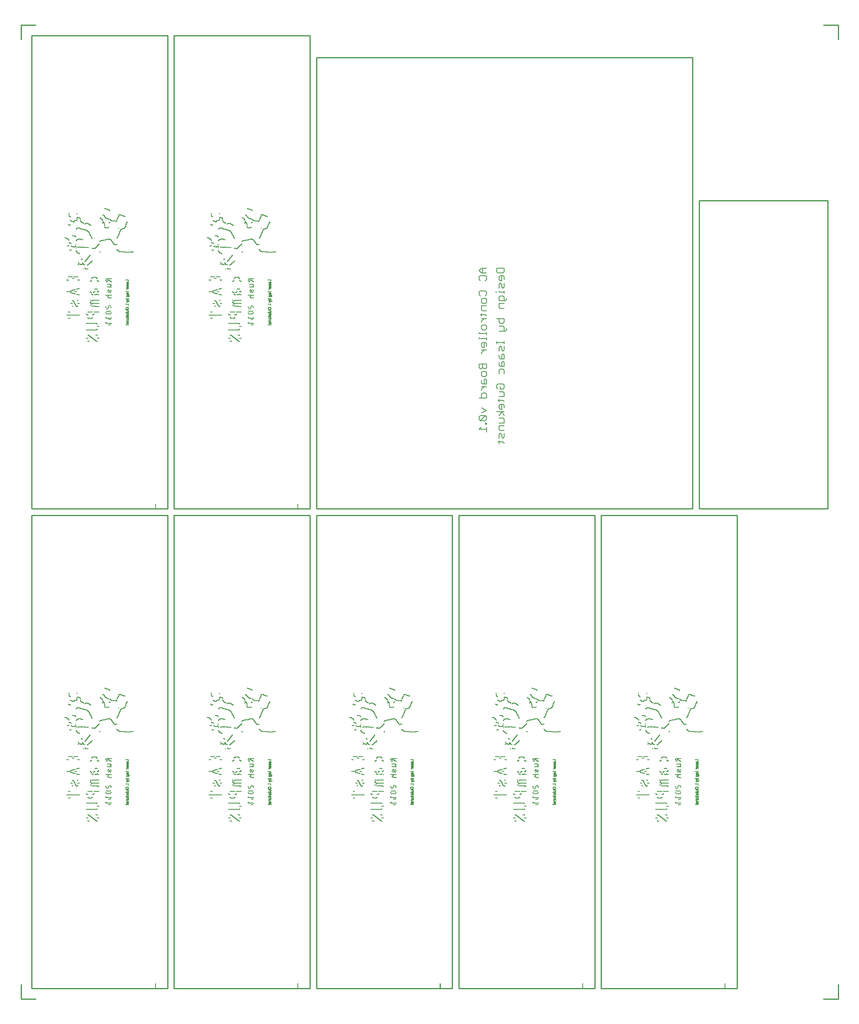
<source format=gbo>
G75*
G70*
%OFA0B0*%
%FSLAX25Y25*%
%IPPOS*%
%LPD*%
%AMOC8*
5,1,8,0,0,1.08239X$1,22.5*
%
%ADD1310R,0.00800X0.00800*%
%ADD498C,0.01000*%
%ADD598C,0.00800*%
X0020000Y0020000D02*
G75*
%LPD*%
D1310*
X0102280Y0176150D03*
X0101800Y0177150D03*
X0101720Y0178310D03*
X0100920Y0178270D03*
X0100880Y0178270D03*
X0100800Y0178230D03*
X0101120Y0180070D03*
X0101200Y0180070D03*
X0101280Y0180070D03*
X0101320Y0180070D03*
X0101400Y0180070D03*
X0101480Y0180070D03*
X0101520Y0180070D03*
X0101600Y0180070D03*
X0101680Y0180070D03*
X0101720Y0180070D03*
X0101800Y0180070D03*
X0101880Y0180070D03*
X0101920Y0180070D03*
X0102000Y0180070D03*
X0102080Y0180070D03*
X0102120Y0180070D03*
X0102200Y0180070D03*
X0102200Y0180830D03*
X0102120Y0180830D03*
X0102080Y0180830D03*
X0102280Y0181550D03*
X0102200Y0183710D03*
X0102120Y0183710D03*
X0102080Y0183710D03*
X0102000Y0183710D03*
X0101920Y0183710D03*
X0101880Y0183710D03*
X0101800Y0183710D03*
X0101720Y0183710D03*
X0101680Y0183710D03*
X0101600Y0183710D03*
X0101120Y0183710D03*
X0101080Y0183710D03*
X0101000Y0183710D03*
X0100920Y0183710D03*
X0100880Y0183710D03*
X0100800Y0183710D03*
X0100720Y0183710D03*
X0100680Y0183710D03*
X0100600Y0183710D03*
X0100520Y0183710D03*
X0100480Y0183710D03*
X0100400Y0183710D03*
X0100320Y0183710D03*
X0100280Y0183710D03*
X0100200Y0183710D03*
X0100120Y0183710D03*
X0100080Y0183710D03*
X0100000Y0183710D03*
X0099920Y0183710D03*
X0099880Y0183710D03*
X0099800Y0183710D03*
X0100920Y0184470D03*
X0101000Y0184430D03*
X0101000Y0185670D03*
X0101080Y0185710D03*
X0101120Y0185710D03*
X0101520Y0185710D03*
X0101600Y0185710D03*
X0102280Y0186270D03*
X0102200Y0187350D03*
X0102120Y0187350D03*
X0102080Y0187350D03*
X0102280Y0188070D03*
X0101720Y0188510D03*
X0101680Y0188510D03*
X0101600Y0188510D03*
X0101520Y0188510D03*
X0101480Y0188510D03*
X0101400Y0188510D03*
X0101320Y0188510D03*
X0101280Y0188510D03*
X0101200Y0188510D03*
X0101120Y0188510D03*
X0101080Y0188510D03*
X0101000Y0188510D03*
X0100920Y0188510D03*
X0100880Y0188510D03*
X0100800Y0188510D03*
X0100720Y0188510D03*
X0100680Y0188510D03*
X0100600Y0188510D03*
X0100520Y0188510D03*
X0100480Y0188510D03*
X0101280Y0189270D03*
X0101320Y0189270D03*
X0101400Y0189270D03*
X0101480Y0189270D03*
X0101520Y0189270D03*
X0101600Y0189270D03*
X0101680Y0189270D03*
X0101720Y0189270D03*
X0100000Y0186510D03*
X0100480Y0195550D03*
X0100680Y0195630D03*
X0100800Y0195670D03*
X0100880Y0195710D03*
X0100920Y0195710D03*
X0101000Y0195750D03*
X0101200Y0195830D03*
X0101320Y0195870D03*
X0101400Y0195910D03*
X0101480Y0195910D03*
X0101520Y0195950D03*
X0101800Y0196030D03*
X0101720Y0196430D03*
X0101680Y0196430D03*
X0101480Y0196510D03*
X0101320Y0196550D03*
X0101120Y0196630D03*
X0101000Y0196670D03*
X0100920Y0196710D03*
X0100800Y0196750D03*
X0101680Y0197430D03*
X0101680Y0198630D03*
X0101600Y0198630D03*
X0101520Y0198630D03*
X0101480Y0198630D03*
X0101200Y0198630D03*
X0101120Y0198630D03*
X0101080Y0198630D03*
X0100600Y0198630D03*
X0100520Y0198630D03*
X0100480Y0198630D03*
X0100400Y0198630D03*
X0100320Y0198630D03*
X0100280Y0198630D03*
X0100200Y0198630D03*
X0100120Y0198630D03*
X0100080Y0198630D03*
X0100000Y0198630D03*
X0099920Y0198630D03*
X0099880Y0198630D03*
X0099800Y0198630D03*
X0100480Y0200350D03*
X0100520Y0200350D03*
X0100600Y0200350D03*
X0101120Y0200350D03*
X0101200Y0200350D03*
X0101280Y0200350D03*
X0101320Y0200350D03*
X0101400Y0200350D03*
X0101480Y0200350D03*
X0101520Y0200350D03*
X0101400Y0201630D03*
X0101320Y0201630D03*
X0101280Y0201630D03*
X0101200Y0201630D03*
X0100880Y0202310D03*
X0102080Y0202270D03*
X0102200Y0202230D03*
X0102520Y0201550D03*
X0102200Y0198630D03*
X0102120Y0198630D03*
X0102080Y0198630D03*
X0102600Y0196350D03*
X0102520Y0196310D03*
X0102480Y0196310D03*
X0102400Y0196270D03*
X0102320Y0196230D03*
X0102280Y0196230D03*
X0101000Y0207870D03*
X0100920Y0207910D03*
X0101000Y0209110D03*
X0101080Y0209150D03*
X0101120Y0209150D03*
X0101520Y0209150D03*
X0101600Y0209150D03*
X0101800Y0209750D03*
X0101720Y0210910D03*
X0102080Y0211550D03*
X0102200Y0211510D03*
X0100920Y0210870D03*
X0100880Y0210870D03*
X0100800Y0210830D03*
X0106080Y0238430D03*
X0087520Y0201750D03*
X0087520Y0199350D03*
X0086720Y0206350D03*
X0084120Y0208550D03*
X0084120Y0210950D03*
X0069320Y0235630D03*
D1310*
X0059640Y0237210D03*
X0058640Y0197170D03*
X0069640Y0197170D03*
X0084160Y0200170D03*
X0099840Y0190170D03*
X0102840Y0201010D03*
X0106040Y0238410D03*
D1310*
X0106000Y0238430D03*
X0084400Y0200190D03*
X0074680Y0216590D03*
X0071520Y0216630D03*
X0071480Y0216590D03*
X0069720Y0195390D03*
X0069680Y0192950D03*
X0067480Y0182270D03*
X0075400Y0167350D03*
X0058920Y0196910D03*
X0055000Y0196710D03*
X0050920Y0204510D03*
X0050880Y0204510D03*
X0062000Y0248990D03*
X0062680Y0263470D03*
X0051280Y0261590D03*
X0048400Y0250630D03*
X0078880Y0266830D03*
X0082720Y0275190D03*
D1310*
X0083360Y0275030D03*
X0079960Y0265750D03*
X0080040Y0265630D03*
X0066760Y0223950D03*
X0070840Y0215950D03*
X0076760Y0204910D03*
X0069840Y0192950D03*
X0055160Y0196510D03*
X0051440Y0204510D03*
X0052360Y0239830D03*
X0048760Y0250550D03*
X0084560Y0200270D03*
X0105960Y0238430D03*
D1310*
X0105920Y0238430D03*
X0083720Y0274950D03*
X0080520Y0270030D03*
X0077600Y0238350D03*
X0082600Y0214750D03*
X0066920Y0262830D03*
X0066480Y0262950D03*
X0066400Y0262950D03*
D1310*
X0062120Y0263850D03*
X0058120Y0238450D03*
X0084400Y0205130D03*
X0105880Y0238450D03*
D1310*
X0105840Y0238450D03*
X0084160Y0274810D03*
X0062040Y0263930D03*
X0058040Y0238570D03*
X0051640Y0261250D03*
X0049760Y0249970D03*
D1310*
X0050080Y0249730D03*
X0061000Y0249410D03*
X0067680Y0227570D03*
X0056920Y0193330D03*
X0055680Y0195770D03*
X0082720Y0191410D03*
X0085280Y0191450D03*
X0084680Y0200610D03*
X0096680Y0269410D03*
X0096720Y0269410D03*
X0096600Y0269450D03*
X0096320Y0269610D03*
X0105800Y0238450D03*
X0084280Y0274770D03*
D1310*
X0105760Y0238450D03*
X0086960Y0182050D03*
X0086960Y0177450D03*
X0083160Y0191250D03*
D1310*
X0065720Y0224010D03*
X0056200Y0194770D03*
X0056400Y0194330D03*
X0052920Y0239970D03*
X0050600Y0249330D03*
X0081000Y0269850D03*
X0084600Y0274650D03*
X0100880Y0263810D03*
X0105720Y0238450D03*
D1310*
X0105680Y0238450D03*
X0081720Y0268850D03*
X0081680Y0268930D03*
X0081520Y0269250D03*
X0081480Y0269330D03*
X0066280Y0231730D03*
X0065600Y0224050D03*
X0059200Y0242330D03*
X0057600Y0239050D03*
D1310*
X0059240Y0242350D03*
X0061360Y0227750D03*
X0061960Y0227670D03*
X0051160Y0248750D03*
X0095160Y0270230D03*
X0105640Y0238470D03*
D1310*
X0105600Y0238470D03*
X0067320Y0242310D03*
X0061280Y0227790D03*
X0051280Y0248510D03*
D1310*
X0059640Y0228410D03*
X0062160Y0227730D03*
X0055560Y0215970D03*
X0069560Y0204410D03*
X0082360Y0267930D03*
X0105560Y0238450D03*
D1310*
X0105520Y0238470D03*
X0094800Y0270270D03*
X0086120Y0273830D03*
X0086000Y0273990D03*
X0082680Y0267670D03*
X0082720Y0267630D03*
X0069600Y0204390D03*
X0061080Y0227950D03*
X0059720Y0228390D03*
X0054320Y0215910D03*
X0060400Y0249510D03*
X0061520Y0264470D03*
X0066080Y0165030D03*
D1310*
X0065200Y0224310D03*
X0068080Y0227910D03*
X0061480Y0264510D03*
X0082880Y0267510D03*
X0094720Y0270230D03*
X0105480Y0238470D03*
D1310*
X0105440Y0238470D03*
X0082960Y0267470D03*
X0067240Y0242310D03*
X0062360Y0227790D03*
X0076360Y0204990D03*
D1310*
X0069720Y0204330D03*
X0060800Y0228130D03*
X0055120Y0215770D03*
X0055080Y0215770D03*
X0055000Y0215770D03*
X0054920Y0215770D03*
X0054880Y0215770D03*
X0054800Y0215770D03*
X0054720Y0215770D03*
X0054680Y0215770D03*
X0053000Y0194570D03*
X0105400Y0238450D03*
D1310*
X0105360Y0238450D03*
X0060360Y0228250D03*
D1310*
X0052200Y0261250D03*
X0080280Y0264330D03*
X0083320Y0267250D03*
X0094400Y0270130D03*
X0105320Y0238450D03*
D1310*
X0105280Y0238450D03*
X0081320Y0263210D03*
X0081280Y0263250D03*
X0081120Y0263450D03*
X0081000Y0263570D03*
X0080880Y0263730D03*
X0080800Y0263810D03*
X0080680Y0263930D03*
X0080600Y0264010D03*
X0076480Y0213450D03*
X0069680Y0213450D03*
X0069880Y0204250D03*
X0062520Y0227850D03*
X0065600Y0230850D03*
X0059520Y0242410D03*
X0057400Y0239570D03*
X0061280Y0264730D03*
X0057920Y0265330D03*
X0057720Y0265250D03*
X0057680Y0265250D03*
D1310*
X0058040Y0265410D03*
X0052240Y0261290D03*
X0062560Y0227890D03*
X0065560Y0230810D03*
X0069960Y0204210D03*
X0076440Y0213450D03*
X0094240Y0270050D03*
X0105240Y0238450D03*
D1310*
X0105200Y0238430D03*
X0100680Y0263430D03*
X0094200Y0270030D03*
X0065520Y0230750D03*
X0058080Y0265430D03*
D1310*
X0061240Y0264830D03*
X0060040Y0194670D03*
X0066160Y0165030D03*
X0083640Y0267070D03*
X0105160Y0238430D03*
D1310*
X0105120Y0238450D03*
X0083680Y0267050D03*
X0070120Y0204130D03*
X0059600Y0242450D03*
X0059920Y0249450D03*
D1310*
X0052320Y0261330D03*
X0067080Y0242330D03*
X0069880Y0213530D03*
X0076280Y0213530D03*
X0105080Y0238450D03*
D1310*
X0105040Y0238430D03*
X0070440Y0203950D03*
X0062640Y0227950D03*
X0059640Y0242470D03*
X0058160Y0265550D03*
D1310*
X0058320Y0258810D03*
X0059800Y0249410D03*
X0065320Y0230530D03*
X0069920Y0213570D03*
X0076520Y0174770D03*
X0066200Y0165010D03*
X0105000Y0238450D03*
D1310*
X0104960Y0238430D03*
X0052360Y0261350D03*
D1310*
X0083920Y0266950D03*
X0104920Y0238430D03*
D1310*
X0104880Y0238410D03*
X0076120Y0213610D03*
X0065200Y0230410D03*
X0059680Y0249370D03*
X0052400Y0261370D03*
D1310*
X0076440Y0174770D03*
X0084040Y0266890D03*
X0104840Y0238410D03*
D1310*
X0104800Y0238410D03*
X0058200Y0265690D03*
D1310*
X0104760Y0238410D03*
D1310*
X0104720Y0238410D03*
X0084080Y0266890D03*
X0065120Y0230290D03*
X0062720Y0228090D03*
X0058520Y0258970D03*
X0076400Y0174770D03*
X0066280Y0165010D03*
D1310*
X0058600Y0258990D03*
X0104680Y0238390D03*
D1310*
X0104640Y0238410D03*
X0104560Y0238410D03*
X0084160Y0266850D03*
X0059760Y0242570D03*
X0058640Y0259010D03*
X0056640Y0204530D03*
D1310*
X0056680Y0204530D03*
X0056720Y0204530D03*
X0053320Y0194570D03*
X0066920Y0242330D03*
X0072280Y0203930D03*
X0052480Y0261410D03*
X0093880Y0269730D03*
X0104600Y0238410D03*
D1310*
X0104520Y0238390D03*
X0075880Y0213790D03*
X0075520Y0214190D03*
X0070280Y0213790D03*
X0059480Y0249310D03*
X0058680Y0258990D03*
X0057120Y0265190D03*
X0066320Y0164990D03*
D1310*
X0072680Y0185490D03*
X0070400Y0213890D03*
X0070600Y0214130D03*
X0075800Y0213850D03*
X0058800Y0259010D03*
X0058720Y0259010D03*
X0056800Y0204530D03*
X0104480Y0238410D03*
D1310*
X0104440Y0238390D03*
X0100640Y0263070D03*
X0070560Y0214070D03*
X0070440Y0213910D03*
D1310*
X0072320Y0203990D03*
X0075720Y0213910D03*
X0075600Y0214070D03*
X0066880Y0242310D03*
X0059800Y0242590D03*
X0057080Y0265190D03*
X0056880Y0204510D03*
X0066120Y0185470D03*
X0076520Y0164790D03*
X0104400Y0238390D03*
D1310*
X0104360Y0238370D03*
X0075640Y0214010D03*
X0058960Y0259010D03*
X0056960Y0204530D03*
D1310*
X0056920Y0204530D03*
X0057000Y0204530D03*
X0059800Y0194650D03*
X0053400Y0194570D03*
X0070480Y0213970D03*
X0070520Y0214010D03*
X0075680Y0213970D03*
X0076320Y0174770D03*
X0052520Y0261450D03*
X0084280Y0266810D03*
X0104320Y0238370D03*
D1310*
X0104280Y0238350D03*
X0097720Y0238510D03*
X0097680Y0238510D03*
X0097600Y0238510D03*
X0097520Y0238510D03*
X0097480Y0238510D03*
X0097400Y0238510D03*
X0097320Y0238510D03*
X0097280Y0238510D03*
X0097200Y0238510D03*
X0097120Y0238510D03*
X0097080Y0238510D03*
X0097000Y0238510D03*
X0096920Y0238510D03*
X0096880Y0238510D03*
X0096800Y0238510D03*
X0096720Y0238510D03*
X0096680Y0238510D03*
X0096600Y0238510D03*
X0096520Y0238510D03*
X0096480Y0238510D03*
X0096400Y0238510D03*
X0096320Y0238510D03*
X0096280Y0238510D03*
X0096200Y0238510D03*
X0096120Y0238510D03*
X0096080Y0238510D03*
X0096000Y0238510D03*
X0095920Y0238510D03*
X0095880Y0238510D03*
X0095800Y0238510D03*
X0095720Y0238510D03*
X0084720Y0259110D03*
X0084680Y0259110D03*
X0084600Y0259110D03*
X0084120Y0259070D03*
X0084080Y0259070D03*
X0068680Y0228350D03*
X0059080Y0259030D03*
X0059000Y0259030D03*
D1310*
X0059160Y0259010D03*
X0057040Y0265170D03*
X0053440Y0194570D03*
X0083960Y0259090D03*
X0097760Y0238490D03*
X0097840Y0238490D03*
X0097960Y0238490D03*
X0098040Y0238490D03*
X0098160Y0238490D03*
X0098240Y0238490D03*
X0104240Y0238370D03*
D1310*
X0104200Y0238370D03*
X0098200Y0238490D03*
X0098120Y0238490D03*
X0098080Y0238490D03*
X0098000Y0238490D03*
X0097920Y0238490D03*
X0097880Y0238490D03*
X0097800Y0238490D03*
X0084000Y0259090D03*
X0083920Y0259090D03*
X0059200Y0259010D03*
X0059120Y0259010D03*
X0076280Y0174770D03*
D1310*
X0072640Y0185390D03*
X0066160Y0185390D03*
X0059760Y0194670D03*
X0057160Y0204510D03*
X0059840Y0242630D03*
X0059240Y0258990D03*
X0083840Y0259070D03*
X0084360Y0266790D03*
X0095240Y0238550D03*
X0095360Y0238550D03*
X0098360Y0238470D03*
X0098440Y0238470D03*
X0104160Y0238350D03*
D1310*
X0104120Y0238350D03*
X0104080Y0238350D03*
X0098480Y0238470D03*
X0098400Y0238470D03*
X0098320Y0238470D03*
X0098280Y0238470D03*
X0095320Y0238550D03*
X0095280Y0238550D03*
X0095200Y0238550D03*
X0084920Y0259150D03*
X0084880Y0259150D03*
X0083880Y0259070D03*
X0083800Y0259070D03*
X0072400Y0204070D03*
X0066400Y0164990D03*
X0059320Y0249270D03*
X0059280Y0258990D03*
X0059320Y0258990D03*
D1310*
X0057240Y0204530D03*
X0098560Y0238450D03*
X0104040Y0238330D03*
D1310*
X0104000Y0238330D03*
X0098600Y0238450D03*
X0098520Y0238450D03*
X0066800Y0242330D03*
X0059280Y0249250D03*
X0057280Y0204530D03*
X0057200Y0204530D03*
D1310*
X0059440Y0258950D03*
X0098640Y0238430D03*
X0103960Y0238350D03*
D1310*
X0103920Y0238330D03*
X0103880Y0238330D03*
X0103800Y0238330D03*
X0098800Y0238410D03*
X0094920Y0238610D03*
X0094880Y0238610D03*
X0085120Y0259210D03*
X0072480Y0204130D03*
X0072600Y0185330D03*
X0076200Y0174770D03*
X0066200Y0185330D03*
X0059720Y0194650D03*
X0057400Y0204530D03*
X0059880Y0242650D03*
X0059520Y0258930D03*
D1310*
X0059240Y0249250D03*
X0066760Y0242330D03*
X0057360Y0204530D03*
X0066440Y0164970D03*
X0084440Y0266770D03*
X0098760Y0238410D03*
X0098840Y0238410D03*
X0103840Y0238330D03*
D1310*
X0103760Y0238310D03*
X0059560Y0258910D03*
X0056960Y0265190D03*
X0057440Y0204510D03*
D1310*
X0059600Y0258910D03*
X0083600Y0259070D03*
X0098880Y0238390D03*
X0098920Y0238390D03*
X0103680Y0238310D03*
X0103720Y0238310D03*
X0076400Y0164790D03*
D1310*
X0076160Y0174770D03*
X0072560Y0185290D03*
X0066240Y0185290D03*
X0057560Y0204530D03*
X0053560Y0194530D03*
X0059640Y0258890D03*
X0051560Y0269050D03*
X0083560Y0259090D03*
X0094760Y0238650D03*
X0098960Y0238370D03*
X0103640Y0238330D03*
D1310*
X0103600Y0238310D03*
X0103520Y0238310D03*
X0103480Y0238310D03*
X0094720Y0238670D03*
X0094680Y0238670D03*
X0066480Y0164990D03*
X0057600Y0204510D03*
X0063800Y0257590D03*
X0059720Y0258870D03*
D1310*
X0063840Y0257590D03*
X0063960Y0257510D03*
X0072560Y0204190D03*
X0076360Y0164790D03*
X0059640Y0194670D03*
X0103440Y0238310D03*
X0103560Y0238310D03*
D1310*
X0103400Y0238290D03*
X0103320Y0238290D03*
X0103280Y0238290D03*
X0083480Y0259090D03*
X0064000Y0257490D03*
D1310*
X0064040Y0257490D03*
X0068760Y0228490D03*
X0083440Y0259090D03*
X0085240Y0259290D03*
X0094640Y0238690D03*
X0103360Y0238290D03*
D1310*
X0103240Y0238270D03*
X0103160Y0238270D03*
X0099240Y0238310D03*
X0072640Y0204230D03*
X0064160Y0257430D03*
X0063560Y0257710D03*
X0059840Y0258830D03*
D1310*
X0063520Y0257710D03*
X0063600Y0257670D03*
X0064200Y0257430D03*
X0066680Y0242310D03*
X0057720Y0204510D03*
X0094600Y0238710D03*
X0099200Y0238310D03*
X0103080Y0238270D03*
X0103120Y0238270D03*
X0103200Y0238270D03*
D1310*
X0103040Y0238290D03*
X0083360Y0259090D03*
D1310*
X0081800Y0260070D03*
X0094480Y0238750D03*
X0099400Y0238270D03*
X0102800Y0238270D03*
X0102880Y0238270D03*
X0102920Y0238270D03*
X0103000Y0238270D03*
X0072720Y0204270D03*
X0057880Y0204510D03*
X0063400Y0257750D03*
X0060000Y0258790D03*
X0056880Y0265190D03*
D1310*
X0049960Y0243570D03*
X0060560Y0237010D03*
X0063440Y0223770D03*
X0074240Y0167570D03*
X0100560Y0180090D03*
X0100640Y0180090D03*
X0102960Y0196690D03*
X0100640Y0207210D03*
X0100560Y0207210D03*
D1310*
X0100960Y0207170D03*
X0101040Y0207170D03*
X0101760Y0207850D03*
X0101640Y0209130D03*
X0101440Y0209170D03*
X0101040Y0209130D03*
X0100840Y0209850D03*
X0101640Y0209770D03*
X0101760Y0209730D03*
X0101840Y0210850D03*
X0101640Y0211570D03*
X0101560Y0211570D03*
X0101440Y0211570D03*
X0101040Y0211570D03*
X0100960Y0211570D03*
X0100840Y0211610D03*
X0100840Y0210850D03*
X0100760Y0210810D03*
X0101640Y0212770D03*
X0101760Y0212810D03*
X0101840Y0212810D03*
X0102160Y0211530D03*
X0101960Y0214610D03*
X0101840Y0214610D03*
X0101760Y0214610D03*
X0101640Y0214610D03*
X0101560Y0214610D03*
X0101440Y0214610D03*
X0101360Y0214610D03*
X0101240Y0214610D03*
X0101160Y0214610D03*
X0101040Y0214610D03*
X0100960Y0214610D03*
X0100840Y0214610D03*
X0100760Y0214610D03*
X0100640Y0214610D03*
X0100560Y0214610D03*
X0100440Y0214610D03*
X0100360Y0214610D03*
X0100240Y0214610D03*
X0100160Y0214610D03*
X0100040Y0214610D03*
X0099960Y0214610D03*
X0099840Y0214610D03*
X0101760Y0203530D03*
X0101840Y0203530D03*
X0102160Y0202250D03*
X0102240Y0202210D03*
X0102440Y0201570D03*
X0102560Y0201530D03*
X0102960Y0201010D03*
X0102560Y0200450D03*
X0102240Y0200370D03*
X0102160Y0200370D03*
X0101640Y0200370D03*
X0101040Y0200370D03*
X0100960Y0201570D03*
X0101160Y0201610D03*
X0101560Y0201610D03*
X0101760Y0201530D03*
X0100840Y0202330D03*
X0100960Y0198610D03*
X0101040Y0198610D03*
X0101760Y0198610D03*
X0101760Y0197450D03*
X0101560Y0197410D03*
X0101160Y0197410D03*
X0100960Y0197450D03*
X0100760Y0196770D03*
X0100840Y0196730D03*
X0100640Y0196810D03*
X0100560Y0196850D03*
X0101040Y0196650D03*
X0101160Y0196610D03*
X0101160Y0195810D03*
X0100960Y0195730D03*
X0102240Y0196210D03*
X0102640Y0196370D03*
X0102240Y0193930D03*
X0102160Y0193930D03*
X0102040Y0193930D03*
X0101960Y0193930D03*
X0101840Y0193930D03*
X0101760Y0193930D03*
X0101640Y0193930D03*
X0101560Y0193930D03*
X0101440Y0193930D03*
X0101360Y0193930D03*
X0101240Y0193930D03*
X0101160Y0193930D03*
X0101040Y0193930D03*
X0100960Y0193930D03*
X0100840Y0193930D03*
X0100760Y0193930D03*
X0100640Y0193930D03*
X0100560Y0193930D03*
X0100440Y0193930D03*
X0100360Y0193930D03*
X0100240Y0193930D03*
X0100160Y0193930D03*
X0100040Y0193930D03*
X0099960Y0193930D03*
X0099840Y0193930D03*
X0101960Y0192970D03*
X0102040Y0192970D03*
X0102160Y0192970D03*
X0102240Y0192970D03*
X0101440Y0191170D03*
X0101360Y0191170D03*
X0101240Y0191210D03*
X0101160Y0191210D03*
X0101040Y0191210D03*
X0100960Y0191210D03*
X0100840Y0191210D03*
X0100760Y0191210D03*
X0100640Y0191170D03*
X0100440Y0189330D03*
X0100560Y0187370D03*
X0100640Y0187370D03*
X0100760Y0187370D03*
X0100840Y0187370D03*
X0100960Y0187370D03*
X0101040Y0187370D03*
X0101160Y0187370D03*
X0101240Y0187370D03*
X0101360Y0187370D03*
X0101440Y0187370D03*
X0101560Y0187370D03*
X0101640Y0187370D03*
X0101640Y0186530D03*
X0101560Y0186530D03*
X0101440Y0186530D03*
X0101360Y0186530D03*
X0101240Y0186530D03*
X0101160Y0186530D03*
X0101040Y0186530D03*
X0100960Y0186530D03*
X0100840Y0186530D03*
X0100760Y0186530D03*
X0100440Y0186530D03*
X0100360Y0186530D03*
X0100240Y0186530D03*
X0100160Y0186530D03*
X0100040Y0186530D03*
X0100440Y0185050D03*
X0100960Y0184450D03*
X0101760Y0184410D03*
X0101760Y0185650D03*
X0101440Y0185730D03*
X0101760Y0186530D03*
X0101840Y0186530D03*
X0101960Y0186530D03*
X0101360Y0183170D03*
X0101840Y0182850D03*
X0101960Y0182770D03*
X0101840Y0181970D03*
X0101640Y0180850D03*
X0101560Y0180850D03*
X0101440Y0180850D03*
X0101360Y0180850D03*
X0101240Y0180850D03*
X0101160Y0180850D03*
X0101040Y0180850D03*
X0100960Y0180850D03*
X0100840Y0180850D03*
X0100760Y0180850D03*
X0100640Y0180850D03*
X0100560Y0180850D03*
X0100960Y0180050D03*
X0101040Y0180050D03*
X0100840Y0178970D03*
X0100960Y0178930D03*
X0101040Y0178930D03*
X0101160Y0178930D03*
X0101240Y0178930D03*
X0101360Y0178930D03*
X0101440Y0178930D03*
X0101560Y0178930D03*
X0101640Y0178930D03*
X0101760Y0178930D03*
X0101840Y0178930D03*
X0101960Y0178930D03*
X0102040Y0178930D03*
X0102160Y0178930D03*
X0102240Y0178930D03*
X0101840Y0178250D03*
X0100840Y0178250D03*
X0100760Y0178210D03*
X0100840Y0177250D03*
X0101640Y0177170D03*
X0101760Y0177130D03*
X0101760Y0176410D03*
X0101840Y0176410D03*
X0101960Y0176410D03*
X0101640Y0176410D03*
X0101560Y0176410D03*
X0101440Y0176410D03*
X0101360Y0176410D03*
X0101240Y0176410D03*
X0101160Y0176410D03*
X0101040Y0176410D03*
X0100960Y0176410D03*
X0100840Y0176410D03*
X0100760Y0176410D03*
X0100440Y0176410D03*
X0100360Y0176410D03*
X0100240Y0176410D03*
X0100160Y0176410D03*
X0100040Y0176410D03*
X0064760Y0262250D03*
X0060240Y0207250D03*
X0060240Y0201810D03*
D1310*
X0066560Y0164990D03*
X0066640Y0242310D03*
X0064360Y0257350D03*
X0063440Y0257750D03*
X0063360Y0257790D03*
X0059960Y0258790D03*
X0059040Y0249190D03*
X0099360Y0238270D03*
X0102840Y0238270D03*
X0102960Y0238270D03*
D1310*
X0101520Y0212670D03*
X0100720Y0212590D03*
X0100720Y0211710D03*
X0102000Y0209870D03*
X0100480Y0206670D03*
X0100720Y0203310D03*
X0101520Y0203390D03*
X0102000Y0197670D03*
X0102920Y0196670D03*
X0101880Y0190870D03*
X0100120Y0189510D03*
X0101880Y0180910D03*
X0100800Y0179990D03*
X0100720Y0179070D03*
X0102000Y0177270D03*
X0069920Y0261110D03*
X0050000Y0243590D03*
X0066080Y0177470D03*
X0066080Y0172070D03*
D1310*
X0066120Y0172050D03*
X0069480Y0197170D03*
X0076720Y0187410D03*
X0074320Y0167570D03*
X0086400Y0204010D03*
X0087200Y0213130D03*
X0087120Y0213170D03*
X0084080Y0213130D03*
X0083320Y0213130D03*
X0083280Y0213170D03*
X0100520Y0201010D03*
X0100520Y0197970D03*
X0102920Y0201010D03*
X0101480Y0210010D03*
X0101200Y0211770D03*
X0101480Y0177410D03*
X0063600Y0263050D03*
X0055720Y0252210D03*
X0055680Y0252210D03*
X0055600Y0252210D03*
X0055520Y0252210D03*
X0055480Y0252210D03*
X0055400Y0252210D03*
X0060200Y0237050D03*
X0062200Y0232370D03*
X0059320Y0229650D03*
X0058520Y0197170D03*
D1310*
X0054680Y0192210D03*
X0052080Y0187410D03*
X0052080Y0181970D03*
X0066920Y0227130D03*
X0067600Y0223850D03*
X0069080Y0235370D03*
X0069120Y0235450D03*
X0063680Y0263050D03*
X0058280Y0270970D03*
X0054520Y0252210D03*
X0087480Y0215610D03*
X0100720Y0201370D03*
X0100800Y0200450D03*
X0101880Y0200450D03*
X0102680Y0200570D03*
X0101880Y0202370D03*
X0102000Y0203410D03*
X0102000Y0208050D03*
X0102000Y0210730D03*
X0101880Y0211650D03*
X0100800Y0198530D03*
X0100720Y0197650D03*
X0102000Y0196210D03*
X0102880Y0196650D03*
X0101920Y0190850D03*
X0101880Y0189370D03*
X0102000Y0188370D03*
X0101920Y0187450D03*
X0102000Y0185450D03*
X0102000Y0184610D03*
X0100720Y0184650D03*
X0100720Y0185450D03*
X0102000Y0181850D03*
X0101920Y0180930D03*
X0102000Y0178130D03*
X0100080Y0189570D03*
X0100120Y0190850D03*
D1310*
X0100600Y0197970D03*
X0102120Y0197970D03*
X0102880Y0201010D03*
X0102200Y0210330D03*
X0102200Y0177730D03*
X0076680Y0187410D03*
X0068680Y0234730D03*
X0063080Y0248810D03*
X0059880Y0237130D03*
X0065000Y0262330D03*
X0069600Y0261330D03*
X0077880Y0267570D03*
X0082120Y0275450D03*
X0052000Y0187410D03*
X0052000Y0181970D03*
D1310*
X0050760Y0261870D03*
X0082960Y0201750D03*
X0084240Y0208550D03*
X0084240Y0210950D03*
X0084840Y0204030D03*
X0087360Y0201750D03*
X0087360Y0199350D03*
X0100760Y0198510D03*
X0101960Y0198510D03*
X0102840Y0196630D03*
X0101160Y0211670D03*
X0100760Y0179950D03*
D1310*
X0102080Y0186370D03*
X0102120Y0186370D03*
X0101920Y0189410D03*
X0101880Y0196210D03*
X0101920Y0196210D03*
X0102800Y0196610D03*
X0102200Y0201010D03*
X0100480Y0201010D03*
X0087400Y0213090D03*
X0087400Y0215610D03*
X0076720Y0201890D03*
X0074280Y0167570D03*
X0060200Y0201810D03*
X0051920Y0239770D03*
X0063200Y0248810D03*
D1310*
X0062920Y0248810D03*
X0056520Y0252010D03*
X0051320Y0271050D03*
X0050480Y0243530D03*
X0051880Y0187410D03*
X0051880Y0181970D03*
X0066280Y0172050D03*
X0069680Y0197170D03*
X0069720Y0197170D03*
X0074520Y0167570D03*
X0102800Y0201010D03*
D1310*
X0101960Y0200510D03*
X0101960Y0202430D03*
X0102240Y0203070D03*
X0102760Y0196590D03*
X0100040Y0190710D03*
X0101960Y0189470D03*
X0100640Y0206750D03*
X0101960Y0211710D03*
X0102240Y0212350D03*
X0087240Y0208550D03*
X0087160Y0208550D03*
X0087040Y0208550D03*
X0086240Y0208550D03*
X0086160Y0208550D03*
X0086040Y0208550D03*
X0085960Y0208550D03*
X0085840Y0208550D03*
X0085760Y0208550D03*
X0085640Y0208550D03*
X0085560Y0208550D03*
X0085440Y0208550D03*
X0085360Y0208550D03*
X0085240Y0208550D03*
X0085160Y0208550D03*
X0085040Y0208550D03*
X0084960Y0208550D03*
X0084840Y0208550D03*
X0084760Y0208550D03*
X0084640Y0208550D03*
X0084560Y0208550D03*
X0084440Y0208550D03*
X0084360Y0208550D03*
X0084840Y0206270D03*
X0086560Y0203950D03*
X0086640Y0203950D03*
X0086640Y0201750D03*
X0086560Y0201750D03*
X0086440Y0201750D03*
X0086360Y0201750D03*
X0086240Y0201750D03*
X0086160Y0201750D03*
X0086040Y0201750D03*
X0085960Y0201750D03*
X0085840Y0201750D03*
X0085760Y0201750D03*
X0085640Y0201750D03*
X0085560Y0201750D03*
X0085440Y0201750D03*
X0085360Y0201750D03*
X0084560Y0201750D03*
X0084440Y0201750D03*
X0084360Y0201750D03*
X0084240Y0201750D03*
X0084160Y0201750D03*
X0084040Y0201750D03*
X0083960Y0201750D03*
X0083840Y0201750D03*
X0083760Y0201750D03*
X0083640Y0201750D03*
X0083560Y0201750D03*
X0083440Y0201750D03*
X0083360Y0201750D03*
X0083240Y0201750D03*
X0083160Y0201750D03*
X0084960Y0199430D03*
X0085040Y0199430D03*
X0085160Y0199430D03*
X0085640Y0199390D03*
X0085760Y0199390D03*
X0085840Y0199390D03*
X0085960Y0199390D03*
X0086040Y0199390D03*
X0086160Y0199390D03*
X0086240Y0199390D03*
X0086360Y0199390D03*
X0086760Y0199350D03*
X0086840Y0199350D03*
X0086960Y0199350D03*
X0087040Y0199350D03*
X0087160Y0199350D03*
X0087240Y0199350D03*
X0087240Y0201750D03*
X0087160Y0201750D03*
X0087040Y0201750D03*
X0086960Y0201750D03*
X0086840Y0201750D03*
X0086760Y0201750D03*
X0086640Y0210870D03*
X0086560Y0210870D03*
X0086440Y0210870D03*
X0086040Y0210910D03*
X0085960Y0210910D03*
X0085840Y0210910D03*
X0085760Y0210910D03*
X0085640Y0210910D03*
X0085560Y0210910D03*
X0085440Y0210910D03*
X0085360Y0210910D03*
X0085240Y0210910D03*
X0084840Y0210950D03*
X0084760Y0210950D03*
X0084640Y0210950D03*
X0084560Y0210950D03*
X0084440Y0210950D03*
X0084360Y0210950D03*
X0069440Y0197190D03*
X0068840Y0235030D03*
X0069840Y0261150D03*
X0064840Y0262270D03*
X0063640Y0263030D03*
X0060360Y0237030D03*
X0054760Y0252230D03*
X0082040Y0275470D03*
D1310*
X0069240Y0261610D03*
X0065240Y0262410D03*
X0062840Y0248810D03*
X0059440Y0237330D03*
X0059440Y0229530D03*
X0056560Y0251970D03*
X0068440Y0234330D03*
X0069760Y0197170D03*
X0084960Y0201450D03*
X0087440Y0210130D03*
X0102760Y0201010D03*
X0102160Y0190130D03*
X0051840Y0187410D03*
X0051840Y0181970D03*
D1310*
X0064440Y0257330D03*
X0084640Y0266730D03*
X0099440Y0238250D03*
X0102560Y0238250D03*
X0102640Y0238250D03*
X0102760Y0238250D03*
D1310*
X0101480Y0212570D03*
X0100480Y0208490D03*
X0101480Y0203290D03*
X0102720Y0196570D03*
X0102000Y0190690D03*
X0102000Y0181010D03*
X0086880Y0182090D03*
X0086800Y0182090D03*
X0086720Y0182090D03*
X0086680Y0182090D03*
X0086600Y0182090D03*
X0086520Y0182090D03*
X0086480Y0182090D03*
X0086400Y0182090D03*
X0086320Y0182090D03*
X0086280Y0182090D03*
X0086200Y0182090D03*
X0086120Y0182090D03*
X0086080Y0182090D03*
X0086000Y0182090D03*
X0085920Y0182090D03*
X0085880Y0182090D03*
X0085800Y0182090D03*
X0085720Y0182090D03*
X0085680Y0182090D03*
X0085600Y0182090D03*
X0085520Y0182090D03*
X0085480Y0182090D03*
X0085400Y0182090D03*
X0085320Y0182090D03*
X0085280Y0182090D03*
X0085200Y0182090D03*
X0085120Y0182090D03*
X0085080Y0182090D03*
X0085000Y0182090D03*
X0084920Y0182090D03*
X0084880Y0182090D03*
X0084800Y0182090D03*
X0084720Y0182090D03*
X0084680Y0182090D03*
X0084600Y0182090D03*
X0084520Y0182090D03*
X0084480Y0182090D03*
X0084400Y0182090D03*
X0084320Y0182090D03*
X0084280Y0182090D03*
X0084200Y0182090D03*
X0084120Y0182090D03*
X0084080Y0182090D03*
X0084000Y0182090D03*
X0083920Y0182090D03*
X0083880Y0182090D03*
X0083800Y0182090D03*
X0083720Y0182090D03*
X0083680Y0182090D03*
X0083600Y0182090D03*
X0083520Y0182090D03*
X0083480Y0182090D03*
X0083400Y0182090D03*
X0083320Y0182090D03*
X0083280Y0182090D03*
X0083280Y0177490D03*
X0083320Y0177490D03*
X0083400Y0177490D03*
X0083480Y0177490D03*
X0083520Y0177490D03*
X0083600Y0177490D03*
X0083680Y0177490D03*
X0083720Y0177490D03*
X0083800Y0177490D03*
X0083880Y0177490D03*
X0083920Y0177490D03*
X0084000Y0177490D03*
X0084080Y0177490D03*
X0084120Y0177490D03*
X0084200Y0177490D03*
X0084280Y0177490D03*
X0084320Y0177490D03*
X0084400Y0177490D03*
X0084480Y0177490D03*
X0084520Y0177490D03*
X0084600Y0177490D03*
X0084680Y0177490D03*
X0084720Y0177490D03*
X0084800Y0177490D03*
X0084880Y0177490D03*
X0084920Y0177490D03*
X0085000Y0177490D03*
X0085080Y0177490D03*
X0085120Y0177490D03*
X0085200Y0177490D03*
X0085280Y0177490D03*
X0085320Y0177490D03*
X0085400Y0177490D03*
X0085480Y0177490D03*
X0085520Y0177490D03*
X0085600Y0177490D03*
X0085680Y0177490D03*
X0085720Y0177490D03*
X0085800Y0177490D03*
X0085880Y0177490D03*
X0085920Y0177490D03*
X0086000Y0177490D03*
X0086080Y0177490D03*
X0086120Y0177490D03*
X0086200Y0177490D03*
X0086280Y0177490D03*
X0086320Y0177490D03*
X0086400Y0177490D03*
X0086480Y0177490D03*
X0086520Y0177490D03*
X0086600Y0177490D03*
X0086680Y0177490D03*
X0086720Y0177490D03*
X0086800Y0177490D03*
X0086880Y0177490D03*
X0086880Y0187970D03*
X0086800Y0187970D03*
X0086720Y0187970D03*
X0086680Y0187970D03*
X0086600Y0187970D03*
X0086520Y0187970D03*
X0086480Y0187970D03*
X0086400Y0187970D03*
X0086320Y0187970D03*
X0086280Y0187970D03*
X0086200Y0187970D03*
X0086120Y0187970D03*
X0086080Y0187970D03*
X0086000Y0187970D03*
X0085920Y0187970D03*
X0085880Y0187970D03*
X0085800Y0187970D03*
X0085720Y0187970D03*
X0085680Y0187970D03*
X0085600Y0187970D03*
X0085520Y0187970D03*
X0085480Y0187970D03*
X0085400Y0187970D03*
X0085320Y0187970D03*
X0085280Y0187970D03*
X0085200Y0187970D03*
X0085120Y0187970D03*
X0085080Y0187970D03*
X0085000Y0187970D03*
X0084920Y0187970D03*
X0084880Y0187970D03*
X0084800Y0187970D03*
X0084720Y0187970D03*
X0084680Y0187970D03*
X0084600Y0187970D03*
X0084520Y0187970D03*
X0084480Y0187970D03*
X0084400Y0187970D03*
X0084320Y0187970D03*
X0084280Y0187970D03*
X0084200Y0187970D03*
X0084120Y0187970D03*
X0084080Y0187970D03*
X0084000Y0187970D03*
X0083920Y0187970D03*
X0083880Y0187970D03*
X0083800Y0187970D03*
X0083720Y0187970D03*
X0083680Y0187970D03*
X0083600Y0187970D03*
X0083520Y0187970D03*
X0083480Y0187970D03*
X0083400Y0187970D03*
X0083320Y0187970D03*
X0083280Y0187970D03*
X0085400Y0192570D03*
X0085480Y0192570D03*
X0085520Y0192570D03*
X0085600Y0192570D03*
X0085680Y0192570D03*
X0085720Y0192570D03*
X0085800Y0192570D03*
X0085880Y0192570D03*
X0085920Y0192570D03*
X0086000Y0192570D03*
X0086080Y0192570D03*
X0086120Y0192570D03*
X0086200Y0192570D03*
X0086280Y0192570D03*
X0086320Y0192570D03*
X0086400Y0192570D03*
X0086480Y0192570D03*
X0086520Y0192570D03*
X0086600Y0192570D03*
X0086680Y0192570D03*
X0086720Y0192570D03*
X0086800Y0192570D03*
X0086880Y0192570D03*
X0086720Y0199370D03*
X0086680Y0199370D03*
X0086600Y0199370D03*
X0086520Y0199370D03*
X0086480Y0199370D03*
X0085520Y0199410D03*
X0085480Y0199410D03*
X0085400Y0199410D03*
X0085320Y0199410D03*
X0085280Y0199410D03*
X0086480Y0203970D03*
X0086800Y0203970D03*
X0086320Y0208570D03*
X0086280Y0210890D03*
X0086320Y0210890D03*
X0086400Y0210890D03*
X0086200Y0210890D03*
X0086120Y0210890D03*
X0086080Y0210890D03*
X0087320Y0213090D03*
X0087280Y0215610D03*
X0087320Y0215610D03*
X0087200Y0215610D03*
X0087120Y0215610D03*
X0087080Y0215610D03*
X0087000Y0215610D03*
X0086920Y0215610D03*
X0086880Y0215610D03*
X0086800Y0215610D03*
X0086720Y0215610D03*
X0086680Y0215610D03*
X0086600Y0215610D03*
X0086520Y0215610D03*
X0086480Y0215610D03*
X0086400Y0215610D03*
X0086320Y0215610D03*
X0086280Y0215610D03*
X0086200Y0215610D03*
X0086120Y0215610D03*
X0086080Y0215610D03*
X0086000Y0215610D03*
X0085920Y0215610D03*
X0085880Y0215610D03*
X0085800Y0215610D03*
X0085720Y0215610D03*
X0085680Y0215610D03*
X0085600Y0215610D03*
X0085520Y0215610D03*
X0085480Y0215610D03*
X0085400Y0215610D03*
X0085320Y0215610D03*
X0085280Y0215610D03*
X0085200Y0215610D03*
X0085120Y0215610D03*
X0085080Y0215610D03*
X0085000Y0215610D03*
X0084920Y0215610D03*
X0084880Y0215610D03*
X0084120Y0215610D03*
X0084080Y0215610D03*
X0084000Y0215610D03*
X0083920Y0215610D03*
X0083880Y0215610D03*
X0083800Y0215610D03*
X0083720Y0215610D03*
X0083680Y0215610D03*
X0083600Y0215610D03*
X0083520Y0215610D03*
X0083480Y0215610D03*
X0083400Y0215610D03*
X0083320Y0215610D03*
X0083280Y0215610D03*
X0083400Y0213090D03*
X0083480Y0213090D03*
X0083520Y0213090D03*
X0083600Y0213090D03*
X0083680Y0213090D03*
X0083720Y0213090D03*
X0083800Y0213090D03*
X0083880Y0213090D03*
X0083920Y0213090D03*
X0084000Y0213090D03*
X0069800Y0261170D03*
X0062120Y0232370D03*
X0054920Y0252210D03*
X0054880Y0252210D03*
X0054800Y0252210D03*
D1310*
X0057480Y0257990D03*
X0068320Y0234190D03*
X0059880Y0207270D03*
X0059880Y0201790D03*
X0051800Y0187390D03*
X0051800Y0181990D03*
X0050000Y0204510D03*
X0068280Y0162190D03*
X0076480Y0187390D03*
X0076320Y0197190D03*
X0076280Y0197190D03*
X0076200Y0197190D03*
X0076280Y0201910D03*
X0076320Y0201910D03*
X0078080Y0267470D03*
X0082280Y0275390D03*
X0099000Y0268790D03*
X0102720Y0200990D03*
D1310*
X0102600Y0238250D03*
X0102680Y0238250D03*
X0102720Y0238250D03*
X0099480Y0238250D03*
X0064400Y0257330D03*
X0060000Y0242650D03*
X0053720Y0194530D03*
D1310*
X0060520Y0237030D03*
X0063720Y0263030D03*
X0082880Y0201750D03*
X0087480Y0199350D03*
X0100800Y0197550D03*
X0101880Y0197550D03*
X0102680Y0196430D03*
X0101480Y0191150D03*
X0101720Y0191030D03*
X0100320Y0191030D03*
X0100200Y0189430D03*
X0100800Y0185550D03*
X0100800Y0184550D03*
X0101800Y0185630D03*
X0101920Y0185550D03*
X0102280Y0185030D03*
X0101400Y0183150D03*
X0101680Y0182950D03*
X0101880Y0182830D03*
X0102000Y0182750D03*
X0101880Y0181950D03*
X0100920Y0180030D03*
X0100880Y0180030D03*
X0101920Y0178230D03*
X0100800Y0202350D03*
X0100880Y0207150D03*
X0101880Y0209030D03*
X0101920Y0210830D03*
X0100800Y0211630D03*
X0101600Y0212750D03*
X0101920Y0212750D03*
D1310*
X0100720Y0209950D03*
X0100720Y0202430D03*
X0101920Y0198550D03*
X0102680Y0201430D03*
X0101880Y0187430D03*
X0101400Y0183630D03*
X0100720Y0177350D03*
X0084880Y0204030D03*
X0084200Y0208550D03*
X0084200Y0210950D03*
X0082920Y0201750D03*
X0060480Y0237030D03*
D1310*
X0063240Y0248810D03*
X0084160Y0210930D03*
X0084160Y0208530D03*
X0100760Y0208970D03*
X0100760Y0209890D03*
X0101960Y0210770D03*
X0101840Y0211610D03*
X0100760Y0211650D03*
X0100760Y0212650D03*
X0101560Y0212730D03*
X0101960Y0212730D03*
X0101960Y0203450D03*
X0101560Y0203450D03*
X0100760Y0203370D03*
X0100760Y0202370D03*
X0100760Y0201410D03*
X0101840Y0202330D03*
X0102640Y0201490D03*
X0102640Y0200530D03*
X0101960Y0197610D03*
X0101760Y0191010D03*
X0101840Y0190930D03*
X0100240Y0190970D03*
X0100160Y0189490D03*
X0101840Y0189330D03*
X0101960Y0188410D03*
X0101840Y0187410D03*
X0100760Y0185530D03*
X0101440Y0183650D03*
X0101160Y0183330D03*
X0101960Y0181890D03*
X0101840Y0180890D03*
X0100840Y0180010D03*
X0100760Y0179010D03*
X0101960Y0178170D03*
X0100760Y0177290D03*
D1310*
X0100800Y0177270D03*
X0101600Y0177190D03*
X0101920Y0177190D03*
X0102280Y0177710D03*
X0102000Y0176390D03*
X0100800Y0178990D03*
X0101720Y0180870D03*
X0102200Y0182590D03*
X0102120Y0182670D03*
X0102080Y0182670D03*
X0101920Y0182790D03*
X0101800Y0182870D03*
X0101520Y0183070D03*
X0101120Y0183310D03*
X0101080Y0183270D03*
X0101000Y0183190D03*
X0100920Y0183110D03*
X0100880Y0183070D03*
X0100800Y0182990D03*
X0100720Y0182910D03*
X0100680Y0182870D03*
X0100600Y0182790D03*
X0100520Y0182710D03*
X0100480Y0182670D03*
X0101480Y0183670D03*
X0101880Y0184470D03*
X0101880Y0185590D03*
X0102000Y0186510D03*
X0101720Y0187390D03*
X0101880Y0188470D03*
X0101800Y0189310D03*
X0100280Y0189390D03*
X0100400Y0191070D03*
X0100480Y0191110D03*
X0100720Y0191190D03*
X0101320Y0191190D03*
X0101600Y0191110D03*
X0101680Y0191070D03*
X0101800Y0198590D03*
X0100920Y0198590D03*
X0100920Y0200390D03*
X0101720Y0200390D03*
X0102600Y0200470D03*
X0102600Y0201510D03*
X0101880Y0201470D03*
X0101720Y0202310D03*
X0101120Y0202310D03*
X0100800Y0201470D03*
X0100800Y0203390D03*
X0101600Y0203470D03*
X0101880Y0203510D03*
X0101920Y0203470D03*
X0101880Y0207910D03*
X0102280Y0208470D03*
X0101920Y0208990D03*
X0101800Y0209070D03*
X0101920Y0209790D03*
X0101600Y0209790D03*
X0100800Y0209870D03*
X0100800Y0208990D03*
X0100800Y0207990D03*
X0101120Y0211590D03*
X0101720Y0211590D03*
X0101880Y0212790D03*
X0100800Y0212670D03*
X0102280Y0210310D03*
X0082000Y0275510D03*
X0061920Y0232390D03*
D1310*
X0059240Y0229670D03*
X0100560Y0200350D03*
X0101160Y0200350D03*
X0101240Y0200350D03*
X0101360Y0200350D03*
X0101440Y0200350D03*
X0101560Y0200350D03*
X0102240Y0201030D03*
X0101440Y0201630D03*
X0101360Y0201630D03*
X0101240Y0201630D03*
X0102040Y0202270D03*
X0100960Y0203470D03*
X0101040Y0207870D03*
X0100960Y0209110D03*
X0101560Y0209150D03*
X0101840Y0209750D03*
X0100960Y0210870D03*
X0102040Y0211550D03*
X0100960Y0212750D03*
X0101160Y0198630D03*
X0101240Y0198630D03*
X0101560Y0198630D03*
X0101640Y0198630D03*
X0102160Y0198630D03*
X0102240Y0198630D03*
X0101640Y0197430D03*
X0101040Y0197430D03*
X0101360Y0196550D03*
X0101440Y0196510D03*
X0101560Y0196470D03*
X0101640Y0196430D03*
X0101760Y0196030D03*
X0101560Y0195950D03*
X0101440Y0195910D03*
X0101360Y0195870D03*
X0101240Y0195830D03*
X0101040Y0195750D03*
X0100760Y0195670D03*
X0100640Y0195630D03*
X0100640Y0198630D03*
X0100560Y0198630D03*
X0100440Y0198630D03*
X0100360Y0198630D03*
X0100240Y0198630D03*
X0100160Y0198630D03*
X0100040Y0198630D03*
X0099960Y0198630D03*
X0099840Y0198630D03*
X0102360Y0196230D03*
X0102440Y0196270D03*
X0102560Y0196310D03*
X0101640Y0189270D03*
X0101560Y0189270D03*
X0101440Y0189270D03*
X0101360Y0189270D03*
X0101360Y0188510D03*
X0101440Y0188510D03*
X0101560Y0188510D03*
X0101640Y0188510D03*
X0101760Y0188510D03*
X0101240Y0188510D03*
X0101160Y0188510D03*
X0101040Y0188510D03*
X0100960Y0188510D03*
X0100840Y0188510D03*
X0100760Y0188510D03*
X0100640Y0188510D03*
X0100560Y0188510D03*
X0102040Y0187350D03*
X0102160Y0187350D03*
X0102240Y0187350D03*
X0101560Y0185710D03*
X0100960Y0185670D03*
X0101040Y0184430D03*
X0101040Y0183710D03*
X0100960Y0183710D03*
X0100840Y0183710D03*
X0100760Y0183710D03*
X0100640Y0183710D03*
X0100560Y0183710D03*
X0100440Y0183710D03*
X0100360Y0183710D03*
X0100240Y0183710D03*
X0100160Y0183710D03*
X0100040Y0183710D03*
X0099960Y0183710D03*
X0099840Y0183710D03*
X0101160Y0183710D03*
X0101560Y0183710D03*
X0101640Y0183710D03*
X0101760Y0183710D03*
X0101840Y0183710D03*
X0101960Y0183710D03*
X0102040Y0183710D03*
X0102160Y0183710D03*
X0102240Y0183710D03*
X0102240Y0180830D03*
X0102160Y0180830D03*
X0102040Y0180830D03*
X0102040Y0180070D03*
X0101960Y0180070D03*
X0101840Y0180070D03*
X0101760Y0180070D03*
X0101640Y0180070D03*
X0101560Y0180070D03*
X0101440Y0180070D03*
X0101360Y0180070D03*
X0101240Y0180070D03*
X0101160Y0180070D03*
X0102160Y0180070D03*
X0102240Y0180070D03*
X0100960Y0178270D03*
X0101840Y0177150D03*
D1310*
X0101880Y0177170D03*
X0101720Y0177130D03*
X0101680Y0177130D03*
X0101680Y0176410D03*
X0101720Y0176410D03*
X0101800Y0176410D03*
X0101880Y0176410D03*
X0101920Y0176410D03*
X0101600Y0176410D03*
X0101520Y0176410D03*
X0101480Y0176410D03*
X0101400Y0176410D03*
X0101320Y0176410D03*
X0101280Y0176410D03*
X0101200Y0176410D03*
X0101120Y0176410D03*
X0101080Y0176410D03*
X0101000Y0176410D03*
X0100920Y0176410D03*
X0100880Y0176410D03*
X0100800Y0176410D03*
X0100400Y0176410D03*
X0100320Y0176410D03*
X0100280Y0176410D03*
X0100200Y0176410D03*
X0100120Y0176410D03*
X0100080Y0176410D03*
X0100880Y0177210D03*
X0100920Y0177210D03*
X0101000Y0178250D03*
X0101000Y0178930D03*
X0100920Y0178930D03*
X0100880Y0178970D03*
X0101080Y0178930D03*
X0101120Y0178930D03*
X0101200Y0178930D03*
X0101280Y0178930D03*
X0101320Y0178930D03*
X0101400Y0178930D03*
X0101480Y0178930D03*
X0101520Y0178930D03*
X0101600Y0178930D03*
X0101680Y0178930D03*
X0101720Y0178930D03*
X0101800Y0178930D03*
X0101880Y0178930D03*
X0101920Y0178930D03*
X0102000Y0178930D03*
X0102080Y0178930D03*
X0102120Y0178930D03*
X0102200Y0178930D03*
X0101880Y0178250D03*
X0101080Y0180050D03*
X0101000Y0180050D03*
X0101000Y0180850D03*
X0100920Y0180850D03*
X0100880Y0180850D03*
X0100800Y0180850D03*
X0100720Y0180850D03*
X0100680Y0180850D03*
X0100600Y0180850D03*
X0100520Y0180850D03*
X0100480Y0180850D03*
X0101080Y0180850D03*
X0101120Y0180850D03*
X0101200Y0180850D03*
X0101280Y0180850D03*
X0101320Y0180850D03*
X0101400Y0180850D03*
X0101480Y0180850D03*
X0101520Y0180850D03*
X0101600Y0180850D03*
X0101680Y0180850D03*
X0101800Y0181970D03*
X0101720Y0182930D03*
X0101600Y0183010D03*
X0101800Y0184450D03*
X0101120Y0184410D03*
X0101080Y0184410D03*
X0100880Y0185610D03*
X0100920Y0185650D03*
X0101480Y0185730D03*
X0101480Y0186530D03*
X0101520Y0186530D03*
X0101600Y0186530D03*
X0101680Y0186530D03*
X0101720Y0186530D03*
X0101800Y0186530D03*
X0101880Y0186530D03*
X0101920Y0186530D03*
X0101400Y0186530D03*
X0101320Y0186530D03*
X0101280Y0186530D03*
X0101200Y0186530D03*
X0101120Y0186530D03*
X0101080Y0186530D03*
X0101000Y0186530D03*
X0100920Y0186530D03*
X0100880Y0186530D03*
X0100800Y0186530D03*
X0100400Y0186530D03*
X0100320Y0186530D03*
X0100280Y0186530D03*
X0100200Y0186530D03*
X0100120Y0186530D03*
X0100080Y0186530D03*
X0100480Y0187370D03*
X0100520Y0187370D03*
X0100600Y0187370D03*
X0100680Y0187370D03*
X0100720Y0187370D03*
X0100800Y0187370D03*
X0100880Y0187370D03*
X0100920Y0187370D03*
X0101000Y0187370D03*
X0101080Y0187370D03*
X0101120Y0187370D03*
X0101200Y0187370D03*
X0101280Y0187370D03*
X0101320Y0187370D03*
X0101400Y0187370D03*
X0101480Y0187370D03*
X0101520Y0187370D03*
X0101600Y0187370D03*
X0101680Y0187370D03*
X0100400Y0189330D03*
X0100320Y0189370D03*
X0100520Y0191130D03*
X0100600Y0191170D03*
X0100680Y0191170D03*
X0100800Y0191210D03*
X0100880Y0191210D03*
X0100920Y0191210D03*
X0101000Y0191210D03*
X0101080Y0191210D03*
X0101120Y0191210D03*
X0101200Y0191210D03*
X0101280Y0191210D03*
X0101400Y0191170D03*
X0101520Y0191130D03*
X0102000Y0192970D03*
X0102080Y0192970D03*
X0102120Y0192970D03*
X0102200Y0192970D03*
X0102200Y0193930D03*
X0102120Y0193930D03*
X0102080Y0193930D03*
X0102000Y0193930D03*
X0101920Y0193930D03*
X0101880Y0193930D03*
X0101800Y0193930D03*
X0101720Y0193930D03*
X0101680Y0193930D03*
X0101600Y0193930D03*
X0101520Y0193930D03*
X0101480Y0193930D03*
X0101400Y0193930D03*
X0101320Y0193930D03*
X0101280Y0193930D03*
X0101200Y0193930D03*
X0101120Y0193930D03*
X0101080Y0193930D03*
X0101000Y0193930D03*
X0100920Y0193930D03*
X0100880Y0193930D03*
X0100800Y0193930D03*
X0100720Y0193930D03*
X0100680Y0193930D03*
X0100600Y0193930D03*
X0100520Y0193930D03*
X0100480Y0193930D03*
X0100400Y0193930D03*
X0100320Y0193930D03*
X0100280Y0193930D03*
X0100200Y0193930D03*
X0100120Y0193930D03*
X0100080Y0193930D03*
X0100000Y0193930D03*
X0099920Y0193930D03*
X0099880Y0193930D03*
X0099800Y0193930D03*
X0100520Y0195570D03*
X0100720Y0195650D03*
X0101280Y0195850D03*
X0101600Y0195970D03*
X0101720Y0196010D03*
X0101600Y0196450D03*
X0101400Y0196530D03*
X0101280Y0196570D03*
X0101200Y0196610D03*
X0101080Y0196650D03*
X0100880Y0196730D03*
X0100720Y0196770D03*
X0100600Y0196810D03*
X0100520Y0196850D03*
X0100480Y0196850D03*
X0101000Y0197450D03*
X0101080Y0197410D03*
X0101120Y0197410D03*
X0101520Y0197410D03*
X0101600Y0197410D03*
X0101720Y0197450D03*
X0101720Y0198610D03*
X0101000Y0198610D03*
X0101000Y0200370D03*
X0101080Y0200370D03*
X0101600Y0200370D03*
X0101680Y0200370D03*
X0102080Y0200370D03*
X0102120Y0200370D03*
X0102200Y0200370D03*
X0102280Y0200370D03*
X0102320Y0200370D03*
X0102480Y0200410D03*
X0102520Y0200410D03*
X0102480Y0201570D03*
X0101800Y0201530D03*
X0101720Y0201570D03*
X0101680Y0201570D03*
X0101520Y0201610D03*
X0101480Y0201610D03*
X0101120Y0201610D03*
X0101000Y0201570D03*
X0100920Y0201530D03*
X0100880Y0201530D03*
X0100880Y0203450D03*
X0100920Y0203450D03*
X0101680Y0203530D03*
X0101720Y0203530D03*
X0101800Y0203530D03*
X0102120Y0202250D03*
X0101000Y0207170D03*
X0100920Y0207170D03*
X0101080Y0207850D03*
X0101120Y0207850D03*
X0100880Y0207930D03*
X0100880Y0209050D03*
X0101480Y0209170D03*
X0101680Y0209130D03*
X0101720Y0209130D03*
X0101720Y0209730D03*
X0101680Y0209730D03*
X0101880Y0209770D03*
X0100920Y0209810D03*
X0100880Y0209810D03*
X0101000Y0210850D03*
X0101000Y0211570D03*
X0100920Y0211570D03*
X0101080Y0211570D03*
X0101400Y0211570D03*
X0101480Y0211570D03*
X0101520Y0211570D03*
X0101600Y0211570D03*
X0101680Y0211570D03*
X0102120Y0211530D03*
X0101880Y0210850D03*
X0102280Y0212370D03*
X0101800Y0212810D03*
X0101720Y0212810D03*
X0101680Y0212810D03*
X0100920Y0212730D03*
X0100880Y0212730D03*
X0100880Y0214610D03*
X0100920Y0214610D03*
X0101000Y0214610D03*
X0101080Y0214610D03*
X0101120Y0214610D03*
X0101200Y0214610D03*
X0101280Y0214610D03*
X0101320Y0214610D03*
X0101400Y0214610D03*
X0101480Y0214610D03*
X0101520Y0214610D03*
X0101600Y0214610D03*
X0101680Y0214610D03*
X0101720Y0214610D03*
X0101800Y0214610D03*
X0101880Y0214610D03*
X0101920Y0214610D03*
X0100800Y0214610D03*
X0100720Y0214610D03*
X0100680Y0214610D03*
X0100600Y0214610D03*
X0100520Y0214610D03*
X0100480Y0214610D03*
X0100400Y0214610D03*
X0100320Y0214610D03*
X0100280Y0214610D03*
X0100200Y0214610D03*
X0100120Y0214610D03*
X0100080Y0214610D03*
X0100000Y0214610D03*
X0099920Y0214610D03*
X0099880Y0214610D03*
X0099800Y0214610D03*
X0102200Y0196210D03*
X0087520Y0215610D03*
X0084920Y0204010D03*
X0085320Y0180850D03*
X0085320Y0176250D03*
X0069280Y0235610D03*
D1310*
X0066600Y0242310D03*
X0064480Y0257310D03*
X0060120Y0258750D03*
X0072800Y0204310D03*
X0072400Y0185150D03*
X0066400Y0185150D03*
X0083280Y0259070D03*
X0084680Y0266710D03*
X0099520Y0238230D03*
X0102280Y0238230D03*
X0102320Y0238230D03*
X0102400Y0238230D03*
X0102480Y0238230D03*
X0102520Y0238230D03*
D1310*
X0102240Y0207190D03*
X0102160Y0207190D03*
X0102040Y0207190D03*
X0101960Y0207190D03*
X0101840Y0207190D03*
X0101760Y0207190D03*
X0101640Y0207190D03*
X0101560Y0207190D03*
X0101440Y0207190D03*
X0101360Y0207190D03*
X0101240Y0207190D03*
X0101160Y0207190D03*
X0101040Y0201590D03*
X0101640Y0201590D03*
X0100440Y0200990D03*
X0100440Y0197990D03*
X0101240Y0197390D03*
X0101360Y0197390D03*
X0101440Y0197390D03*
X0101240Y0196590D03*
X0101760Y0196390D03*
X0101840Y0196390D03*
X0101640Y0195990D03*
X0100560Y0195590D03*
X0102360Y0200390D03*
X0102440Y0200390D03*
X0101760Y0181990D03*
X0101640Y0181990D03*
X0101560Y0181990D03*
X0101440Y0181990D03*
X0101360Y0181990D03*
X0101240Y0181990D03*
X0101160Y0181990D03*
X0101040Y0181990D03*
X0100960Y0181990D03*
X0100840Y0181990D03*
X0100760Y0181990D03*
X0100640Y0181990D03*
X0100560Y0181990D03*
X0100440Y0179390D03*
D1310*
X0099560Y0238230D03*
X0102240Y0238230D03*
X0102360Y0238230D03*
X0102440Y0238230D03*
X0085360Y0259430D03*
X0063240Y0257830D03*
X0060160Y0258750D03*
X0051640Y0268950D03*
D1310*
X0100880Y0211590D03*
X0101080Y0207190D03*
X0101120Y0207190D03*
X0101200Y0207190D03*
X0101280Y0207190D03*
X0101320Y0207190D03*
X0101400Y0207190D03*
X0101480Y0207190D03*
X0101520Y0207190D03*
X0101600Y0207190D03*
X0101680Y0207190D03*
X0101720Y0207190D03*
X0101800Y0207190D03*
X0101880Y0207190D03*
X0101920Y0207190D03*
X0102000Y0207190D03*
X0102080Y0207190D03*
X0102120Y0207190D03*
X0102200Y0207190D03*
X0101600Y0201590D03*
X0101080Y0201590D03*
X0102400Y0200390D03*
X0101480Y0197390D03*
X0101400Y0197390D03*
X0101320Y0197390D03*
X0101280Y0197390D03*
X0101200Y0197390D03*
X0100680Y0196790D03*
X0101080Y0195790D03*
X0101120Y0195790D03*
X0100600Y0195590D03*
X0101680Y0195990D03*
X0101800Y0196390D03*
X0101720Y0181990D03*
X0101680Y0181990D03*
X0101600Y0181990D03*
X0101520Y0181990D03*
X0101480Y0181990D03*
X0101400Y0181990D03*
X0101320Y0181990D03*
X0101280Y0181990D03*
X0101200Y0181990D03*
X0101120Y0181990D03*
X0101080Y0181990D03*
X0101000Y0181990D03*
X0100920Y0181990D03*
X0100880Y0181990D03*
X0100800Y0181990D03*
X0100720Y0181990D03*
X0100680Y0181990D03*
X0100600Y0181990D03*
X0100520Y0181990D03*
X0100480Y0181990D03*
X0100000Y0176390D03*
D1310*
X0099880Y0176290D03*
X0102400Y0201690D03*
D1310*
X0101920Y0201410D03*
X0101800Y0202330D03*
X0101800Y0200410D03*
X0100880Y0200410D03*
X0100880Y0198570D03*
X0101880Y0198570D03*
X0101920Y0197570D03*
X0102080Y0196210D03*
X0102120Y0196210D03*
X0101800Y0190970D03*
X0102280Y0190130D03*
X0101920Y0188450D03*
X0101800Y0187410D03*
X0101920Y0184530D03*
X0101920Y0181930D03*
X0101800Y0180890D03*
X0101080Y0178210D03*
X0100720Y0178170D03*
X0100200Y0190930D03*
X0100280Y0191010D03*
X0100800Y0207130D03*
X0101920Y0207970D03*
X0101080Y0210810D03*
X0100720Y0210770D03*
X0101800Y0211610D03*
X0087480Y0213090D03*
X0087480Y0208530D03*
X0087480Y0201730D03*
X0069400Y0197170D03*
X0068600Y0162210D03*
X0069200Y0235570D03*
X0079920Y0262930D03*
X0054480Y0252210D03*
D1310*
X0054400Y0252210D03*
X0087520Y0213090D03*
X0100480Y0207210D03*
X0100520Y0207210D03*
X0100600Y0207210D03*
X0102280Y0198010D03*
X0100680Y0180090D03*
X0100600Y0180090D03*
X0100520Y0180090D03*
X0100480Y0180090D03*
D1310*
X0101800Y0178290D03*
X0101480Y0183090D03*
X0101520Y0183690D03*
X0100880Y0184490D03*
X0101680Y0185690D03*
X0101720Y0185690D03*
X0101800Y0188490D03*
X0101520Y0196490D03*
X0101800Y0197490D03*
X0100920Y0197490D03*
X0100880Y0197490D03*
X0100920Y0202290D03*
X0101000Y0202290D03*
X0101080Y0202290D03*
X0101400Y0202290D03*
X0101480Y0202290D03*
X0101520Y0202290D03*
X0101600Y0202290D03*
X0101680Y0202290D03*
X0102280Y0203090D03*
X0102200Y0204490D03*
X0102120Y0204490D03*
X0102080Y0204490D03*
X0102000Y0204490D03*
X0101920Y0204490D03*
X0101880Y0204490D03*
X0101800Y0204490D03*
X0101720Y0204490D03*
X0101680Y0204490D03*
X0101600Y0204490D03*
X0101520Y0204490D03*
X0101480Y0204490D03*
X0101400Y0204490D03*
X0101320Y0204490D03*
X0101280Y0204490D03*
X0101200Y0204490D03*
X0101120Y0204490D03*
X0101080Y0204490D03*
X0101000Y0204490D03*
X0100920Y0204490D03*
X0100880Y0204490D03*
X0100800Y0204490D03*
X0100720Y0204490D03*
X0100680Y0204490D03*
X0100600Y0204490D03*
X0100520Y0204490D03*
X0100480Y0204490D03*
X0100400Y0204490D03*
X0100320Y0204490D03*
X0100280Y0204490D03*
X0100200Y0204490D03*
X0100120Y0204490D03*
X0100080Y0204490D03*
X0101800Y0207890D03*
X0100920Y0209090D03*
X0101800Y0210890D03*
X0050720Y0261890D03*
X0047720Y0250690D03*
D1310*
X0054560Y0252210D03*
X0060440Y0237010D03*
X0069040Y0235330D03*
X0077760Y0267650D03*
X0087440Y0208530D03*
X0085360Y0180850D03*
X0085360Y0176250D03*
X0101560Y0177250D03*
X0102240Y0176170D03*
X0101360Y0183610D03*
X0101960Y0196210D03*
X0102040Y0196210D03*
X0101960Y0201370D03*
X0101560Y0209850D03*
D1310*
X0102240Y0210310D03*
X0101160Y0210630D03*
X0102240Y0208470D03*
X0102240Y0185030D03*
X0101160Y0178030D03*
X0102240Y0177710D03*
X0087240Y0213110D03*
X0086840Y0210830D03*
X0084760Y0206230D03*
X0084040Y0213110D03*
X0083360Y0213110D03*
X0068760Y0234910D03*
X0066960Y0227110D03*
X0055360Y0252230D03*
X0055240Y0252230D03*
X0055160Y0252230D03*
X0055040Y0252230D03*
D1310*
X0051240Y0271130D03*
X0083040Y0201730D03*
X0086840Y0206330D03*
X0087360Y0208530D03*
X0085440Y0180850D03*
X0085440Y0176250D03*
X0100040Y0189650D03*
X0102240Y0188050D03*
X0102160Y0186330D03*
X0102240Y0181530D03*
X0102040Y0176250D03*
D1310*
X0101760Y0180870D03*
X0102240Y0182590D03*
X0102040Y0182710D03*
X0101760Y0182910D03*
X0101640Y0182990D03*
X0101440Y0183110D03*
X0101840Y0184470D03*
X0100840Y0184510D03*
X0100760Y0184590D03*
X0100840Y0185590D03*
X0101760Y0187390D03*
X0100240Y0189390D03*
X0100360Y0191070D03*
X0101560Y0191110D03*
X0101640Y0191070D03*
X0101840Y0197510D03*
X0100840Y0197510D03*
X0101840Y0198590D03*
X0101760Y0200390D03*
X0100960Y0200390D03*
X0101760Y0202310D03*
X0101840Y0207910D03*
X0101840Y0209070D03*
X0101760Y0211590D03*
X0100440Y0212110D03*
X0100840Y0212710D03*
X0076760Y0197190D03*
X0069240Y0235590D03*
X0069960Y0261070D03*
X0049560Y0204510D03*
D1310*
X0087440Y0213090D03*
X0102240Y0186290D03*
D1310*
X0102240Y0190130D03*
X0100640Y0186490D03*
X0100560Y0186490D03*
X0100560Y0176370D03*
X0100640Y0176370D03*
X0100560Y0197970D03*
X0087040Y0213210D03*
X0086760Y0213410D03*
X0086640Y0213490D03*
X0086360Y0213690D03*
X0086240Y0213770D03*
X0085960Y0213970D03*
X0085840Y0214050D03*
X0085560Y0214250D03*
X0085440Y0214330D03*
X0085160Y0214530D03*
X0085040Y0214610D03*
X0084960Y0214650D03*
X0086360Y0204050D03*
X0076640Y0201890D03*
X0074360Y0167570D03*
X0060040Y0237090D03*
X0056040Y0252170D03*
X0050840Y0261850D03*
X0077840Y0267610D03*
D1310*
X0101160Y0202390D03*
X0102240Y0197990D03*
D1310*
X0100960Y0196690D03*
X0100840Y0195690D03*
X0100440Y0191090D03*
X0101760Y0189290D03*
X0101840Y0188490D03*
X0101640Y0185690D03*
X0101040Y0185690D03*
X0101760Y0178290D03*
X0101840Y0201490D03*
X0101640Y0202290D03*
X0101560Y0202290D03*
X0101440Y0202290D03*
X0101040Y0202290D03*
X0100960Y0202290D03*
X0100840Y0201490D03*
X0101640Y0203490D03*
X0101640Y0204490D03*
X0101560Y0204490D03*
X0101440Y0204490D03*
X0101360Y0204490D03*
X0101240Y0204490D03*
X0101160Y0204490D03*
X0101040Y0204490D03*
X0100960Y0204490D03*
X0100840Y0204490D03*
X0100760Y0204490D03*
X0100640Y0204490D03*
X0100560Y0204490D03*
X0100440Y0204490D03*
X0100360Y0204490D03*
X0100240Y0204490D03*
X0100160Y0204490D03*
X0101760Y0204490D03*
X0101840Y0204490D03*
X0101960Y0204490D03*
X0102040Y0204490D03*
X0102160Y0204490D03*
X0102240Y0204490D03*
X0100960Y0207890D03*
X0100440Y0208490D03*
X0101760Y0209090D03*
X0101760Y0210890D03*
X0102240Y0211490D03*
X0076760Y0201890D03*
D1310*
X0075360Y0206870D03*
X0071360Y0197070D03*
X0069640Y0195390D03*
X0071360Y0194510D03*
X0067440Y0233270D03*
X0062360Y0248870D03*
X0065560Y0262590D03*
X0078360Y0267270D03*
X0082560Y0275270D03*
X0102040Y0213990D03*
X0102160Y0213990D03*
X0102240Y0213990D03*
X0084760Y0201270D03*
X0050440Y0204510D03*
D1310*
X0062000Y0232390D03*
X0100480Y0197990D03*
X0101920Y0202390D03*
X0100080Y0190790D03*
X0102200Y0176190D03*
D1310*
X0102200Y0181550D03*
X0100480Y0177750D03*
X0102200Y0188070D03*
X0102000Y0202470D03*
X0100480Y0210350D03*
X0102000Y0211750D03*
X0087280Y0213110D03*
X0086880Y0206310D03*
X0085000Y0206230D03*
X0084800Y0199470D03*
X0064880Y0262270D03*
X0055320Y0252230D03*
X0055280Y0252230D03*
X0055200Y0252230D03*
X0055120Y0252230D03*
X0055080Y0252230D03*
X0055000Y0252230D03*
X0050800Y0261870D03*
X0050080Y0243550D03*
X0077800Y0267630D03*
D1310*
X0085080Y0206150D03*
X0085200Y0201630D03*
X0084720Y0199550D03*
X0086920Y0206230D03*
X0100520Y0210350D03*
X0102120Y0201030D03*
X0102200Y0185030D03*
X0101320Y0183430D03*
X0100520Y0177750D03*
X0056200Y0252150D03*
X0056120Y0252150D03*
X0050200Y0243550D03*
D1310*
X0054600Y0252230D03*
X0060400Y0237030D03*
X0059280Y0229670D03*
X0064800Y0262270D03*
X0069000Y0235270D03*
X0069400Y0195430D03*
X0083000Y0201750D03*
X0084280Y0208550D03*
X0084280Y0210950D03*
X0086800Y0206350D03*
X0087400Y0208550D03*
X0087400Y0201750D03*
X0087400Y0199350D03*
X0100720Y0207070D03*
X0101120Y0210710D03*
X0101920Y0211670D03*
X0101920Y0200470D03*
X0102200Y0186310D03*
X0101120Y0178110D03*
D1310*
X0100600Y0185050D03*
X0102200Y0190130D03*
X0102120Y0203050D03*
X0102120Y0212330D03*
X0087480Y0210130D03*
X0086200Y0204250D03*
X0085080Y0201530D03*
X0078000Y0267530D03*
D1310*
X0068800Y0234990D03*
X0102000Y0189590D03*
X0102200Y0197990D03*
D1310*
X0102200Y0203050D03*
X0100520Y0208490D03*
X0102200Y0212330D03*
X0099800Y0190170D03*
X0100480Y0186490D03*
X0100520Y0186490D03*
X0100600Y0186490D03*
X0100680Y0186490D03*
X0100720Y0186490D03*
X0100520Y0185050D03*
X0101280Y0183450D03*
X0100720Y0176370D03*
X0100680Y0176370D03*
X0100600Y0176370D03*
X0100520Y0176370D03*
X0100480Y0176370D03*
X0087520Y0210130D03*
X0087000Y0213250D03*
X0086920Y0213290D03*
X0086880Y0213330D03*
X0086520Y0213570D03*
X0086480Y0213610D03*
X0086400Y0213650D03*
X0086120Y0213850D03*
X0086080Y0213890D03*
X0086000Y0213930D03*
X0085720Y0214130D03*
X0085600Y0214210D03*
X0085480Y0214290D03*
X0085320Y0214410D03*
X0085200Y0214490D03*
X0085080Y0214570D03*
X0084920Y0214690D03*
X0084720Y0204130D03*
X0086320Y0204090D03*
X0084120Y0200170D03*
X0068520Y0162210D03*
X0067000Y0227130D03*
X0062280Y0232330D03*
X0060000Y0237090D03*
X0063120Y0248810D03*
X0056080Y0252170D03*
X0056000Y0252170D03*
X0047800Y0250690D03*
X0080000Y0262930D03*
D1310*
X0067520Y0223870D03*
X0062320Y0232310D03*
X0059920Y0237110D03*
X0063520Y0263070D03*
X0060120Y0207270D03*
X0060120Y0201790D03*
X0069520Y0197190D03*
X0086920Y0204110D03*
X0102200Y0208470D03*
X0049680Y0204510D03*
D1310*
X0050480Y0204510D03*
X0050520Y0204510D03*
X0059080Y0237510D03*
X0062400Y0248870D03*
X0067200Y0223910D03*
X0074800Y0202070D03*
X0068000Y0167470D03*
X0074880Y0162310D03*
X0087520Y0205190D03*
X0087320Y0210110D03*
X0100000Y0190190D03*
X0102000Y0213990D03*
X0102080Y0213990D03*
X0102120Y0213990D03*
X0102200Y0213990D03*
X0082520Y0275310D03*
D1310*
X0094320Y0238810D03*
X0099600Y0238210D03*
X0099680Y0238210D03*
X0099720Y0238210D03*
X0101880Y0238210D03*
X0101920Y0238210D03*
X0102000Y0238210D03*
X0102080Y0238210D03*
X0102120Y0238210D03*
X0102200Y0238210D03*
X0100600Y0262770D03*
X0076000Y0174770D03*
X0053800Y0194530D03*
X0064600Y0257250D03*
X0063200Y0257850D03*
X0063120Y0257850D03*
X0060200Y0258730D03*
D1310*
X0054640Y0252210D03*
X0050040Y0243570D03*
X0062040Y0232370D03*
X0068960Y0235210D03*
X0087440Y0215610D03*
X0087360Y0213090D03*
X0100560Y0206690D03*
X0100760Y0200490D03*
X0101960Y0190770D03*
X0101960Y0187490D03*
X0102040Y0186370D03*
X0101960Y0180970D03*
X0102160Y0176210D03*
D1310*
X0102160Y0177710D03*
X0101360Y0177670D03*
X0100640Y0179390D03*
X0102160Y0185030D03*
X0101240Y0189630D03*
X0101160Y0189630D03*
X0101040Y0189630D03*
X0102160Y0208470D03*
X0102160Y0210310D03*
X0101360Y0210270D03*
X0086560Y0208750D03*
X0086240Y0204190D03*
X0076560Y0201910D03*
X0076560Y0197190D03*
X0076560Y0194630D03*
X0076560Y0192030D03*
X0076640Y0187390D03*
X0074440Y0167590D03*
X0068440Y0162190D03*
X0060040Y0201790D03*
X0060040Y0207270D03*
X0051960Y0187390D03*
X0051960Y0181990D03*
X0049760Y0204510D03*
X0050360Y0243550D03*
X0068640Y0234630D03*
X0077960Y0267550D03*
X0082160Y0275430D03*
D1310*
X0083240Y0213230D03*
X0084160Y0213230D03*
X0076640Y0194630D03*
X0076640Y0192030D03*
X0069440Y0195430D03*
X0058560Y0197150D03*
X0050160Y0243550D03*
X0056160Y0252150D03*
X0100560Y0201030D03*
X0102160Y0181550D03*
D1310*
X0102160Y0182630D03*
X0101560Y0183030D03*
X0101040Y0183230D03*
X0100960Y0183150D03*
X0100840Y0183030D03*
X0100760Y0182950D03*
X0100640Y0182830D03*
X0100560Y0182750D03*
X0101840Y0185630D03*
X0100360Y0189350D03*
X0099760Y0190150D03*
X0100560Y0191150D03*
X0102160Y0196230D03*
X0100440Y0202830D03*
X0100840Y0203430D03*
X0100840Y0207150D03*
X0100840Y0207950D03*
X0100760Y0208030D03*
X0100840Y0209030D03*
X0100440Y0210350D03*
X0101040Y0210830D03*
X0101960Y0209830D03*
X0101040Y0178230D03*
X0100440Y0177750D03*
X0101960Y0177230D03*
X0076760Y0192030D03*
X0076760Y0194630D03*
X0058440Y0197150D03*
X0054440Y0252230D03*
X0099240Y0268750D03*
D1310*
X0101240Y0210470D03*
X0101440Y0210110D03*
X0102160Y0188070D03*
X0100560Y0179390D03*
X0101240Y0177870D03*
X0101440Y0177510D03*
X0086440Y0208670D03*
X0076640Y0197190D03*
X0077760Y0238590D03*
X0069640Y0261310D03*
X0064960Y0262310D03*
X0059960Y0237110D03*
X0051960Y0239790D03*
D1310*
X0055840Y0252190D03*
X0055960Y0252190D03*
X0063560Y0263070D03*
X0085240Y0214470D03*
X0085360Y0214390D03*
X0085640Y0214190D03*
X0085760Y0214110D03*
X0086040Y0213910D03*
X0086960Y0213270D03*
X0085240Y0201670D03*
X0101240Y0183470D03*
X0102160Y0197990D03*
D1310*
X0102160Y0201030D03*
X0087160Y0213150D03*
X0086840Y0213350D03*
X0086560Y0213550D03*
X0086440Y0213630D03*
X0086160Y0213830D03*
X0084840Y0214750D03*
X0099160Y0268750D03*
X0062240Y0232350D03*
D1310*
X0059360Y0229630D03*
X0050240Y0243550D03*
X0080040Y0262950D03*
X0102160Y0212350D03*
X0102160Y0203070D03*
D1310*
X0102160Y0238210D03*
X0102040Y0238210D03*
X0101960Y0238210D03*
X0099760Y0238210D03*
X0099640Y0238210D03*
X0094360Y0238810D03*
X0075960Y0174770D03*
X0076240Y0164810D03*
X0072360Y0185130D03*
X0072840Y0204330D03*
X0066640Y0164970D03*
X0053760Y0194530D03*
X0064640Y0257250D03*
X0063160Y0257850D03*
X0060240Y0258730D03*
X0056840Y0265170D03*
D1310*
X0068920Y0235130D03*
X0069880Y0261130D03*
X0060200Y0207250D03*
X0085400Y0180850D03*
X0085400Y0176250D03*
X0087320Y0208530D03*
X0100520Y0206650D03*
X0102080Y0176250D03*
X0102120Y0176250D03*
D1310*
X0102120Y0177710D03*
X0100600Y0177750D03*
X0102120Y0185030D03*
X0102080Y0203030D03*
X0102120Y0208470D03*
X0102120Y0210310D03*
X0102080Y0212310D03*
X0100600Y0210350D03*
X0082200Y0275430D03*
X0068600Y0234550D03*
X0067920Y0242310D03*
X0062520Y0232230D03*
X0059600Y0237230D03*
X0056480Y0252030D03*
X0063320Y0263150D03*
X0050400Y0243550D03*
X0047880Y0250710D03*
X0060000Y0207270D03*
X0058680Y0197150D03*
X0060080Y0184710D03*
X0049800Y0204510D03*
X0076480Y0201910D03*
X0076480Y0194630D03*
X0076520Y0194630D03*
X0076480Y0192030D03*
D1310*
X0076600Y0192030D03*
X0076600Y0194630D03*
X0086280Y0204150D03*
X0086920Y0210710D03*
X0100520Y0212110D03*
X0100520Y0202830D03*
X0102080Y0201030D03*
X0102120Y0188070D03*
X0102120Y0181550D03*
X0099120Y0268750D03*
X0067480Y0223870D03*
X0062400Y0232310D03*
X0059800Y0237150D03*
X0056320Y0252110D03*
X0056280Y0252110D03*
X0050880Y0261830D03*
X0060080Y0207270D03*
X0049720Y0204510D03*
D1310*
X0051000Y0217130D03*
X0051080Y0217130D03*
X0051120Y0217130D03*
X0051200Y0217130D03*
X0051280Y0217130D03*
X0051320Y0217130D03*
X0051400Y0217130D03*
X0051480Y0217130D03*
X0051520Y0217130D03*
X0051600Y0217130D03*
X0051680Y0217130D03*
X0051720Y0217130D03*
X0051800Y0217130D03*
X0051880Y0217130D03*
X0051920Y0217130D03*
X0052000Y0217130D03*
X0052080Y0217130D03*
X0052120Y0217130D03*
X0052200Y0217130D03*
X0052280Y0217130D03*
X0052320Y0217130D03*
X0052400Y0217130D03*
X0052480Y0217130D03*
X0052520Y0217130D03*
X0052600Y0217130D03*
X0052680Y0217130D03*
X0052720Y0217130D03*
X0052800Y0217130D03*
X0052880Y0217130D03*
X0052920Y0217130D03*
X0053000Y0217130D03*
X0053080Y0217130D03*
X0053120Y0217130D03*
X0053200Y0217130D03*
X0053280Y0217130D03*
X0053320Y0217130D03*
X0053400Y0217130D03*
X0053480Y0217130D03*
X0053520Y0217130D03*
X0053600Y0217130D03*
X0053680Y0217130D03*
X0053720Y0217130D03*
X0053800Y0217130D03*
X0053880Y0217130D03*
X0053920Y0217130D03*
X0054000Y0217130D03*
X0054080Y0217130D03*
X0054120Y0217130D03*
X0054200Y0217130D03*
X0055680Y0217130D03*
X0055720Y0217130D03*
X0055800Y0217130D03*
X0055880Y0217130D03*
X0055920Y0217130D03*
X0056000Y0217130D03*
X0056080Y0217130D03*
X0056120Y0217130D03*
X0056200Y0217130D03*
X0056280Y0217130D03*
X0056320Y0217130D03*
X0056400Y0217130D03*
X0056480Y0217130D03*
X0056520Y0217130D03*
X0056600Y0217130D03*
X0056680Y0217130D03*
X0056720Y0217130D03*
X0056800Y0217130D03*
X0056880Y0217130D03*
X0056920Y0217130D03*
X0057000Y0217130D03*
X0057080Y0217130D03*
X0057120Y0217130D03*
X0057200Y0217130D03*
X0057280Y0217130D03*
X0057320Y0217130D03*
X0057400Y0217130D03*
X0057480Y0217130D03*
X0057520Y0217130D03*
X0057600Y0217130D03*
X0057680Y0217130D03*
X0057720Y0217130D03*
X0057800Y0217130D03*
X0057880Y0217130D03*
X0057920Y0217130D03*
X0058000Y0217130D03*
X0058080Y0217130D03*
X0058120Y0217130D03*
X0058200Y0217130D03*
X0058280Y0217130D03*
X0058320Y0217130D03*
X0058400Y0217130D03*
X0058480Y0217130D03*
X0058520Y0217130D03*
X0058600Y0217130D03*
X0058680Y0217130D03*
X0058720Y0217130D03*
X0058800Y0217130D03*
X0059720Y0207250D03*
X0058520Y0192050D03*
X0058480Y0192050D03*
X0058080Y0192050D03*
X0066600Y0172050D03*
X0066680Y0172050D03*
X0066720Y0172050D03*
X0066800Y0172050D03*
X0066880Y0172050D03*
X0066920Y0172050D03*
X0067000Y0172050D03*
X0067080Y0172050D03*
X0067120Y0172050D03*
X0067200Y0172050D03*
X0067280Y0172050D03*
X0067320Y0172050D03*
X0067400Y0172050D03*
X0067480Y0172050D03*
X0067520Y0172050D03*
X0067600Y0172050D03*
X0067680Y0172050D03*
X0067720Y0172050D03*
X0067800Y0172050D03*
X0067880Y0172050D03*
X0067920Y0172050D03*
X0068000Y0172050D03*
X0068080Y0172050D03*
X0068120Y0172050D03*
X0068200Y0172050D03*
X0068280Y0172050D03*
X0068320Y0172050D03*
X0068400Y0172050D03*
X0068480Y0172050D03*
X0068520Y0172050D03*
X0068600Y0172050D03*
X0068680Y0172050D03*
X0068720Y0172050D03*
X0068800Y0172050D03*
X0068880Y0172050D03*
X0068920Y0172050D03*
X0069000Y0172050D03*
X0069080Y0172050D03*
X0069120Y0172050D03*
X0069200Y0172050D03*
X0069280Y0172050D03*
X0069320Y0172050D03*
X0069400Y0172050D03*
X0069480Y0172050D03*
X0069520Y0172050D03*
X0069600Y0172050D03*
X0069680Y0172050D03*
X0069720Y0172050D03*
X0069800Y0172050D03*
X0069880Y0172050D03*
X0069920Y0172050D03*
X0070000Y0172050D03*
X0070080Y0172050D03*
X0070120Y0172050D03*
X0070200Y0172050D03*
X0070280Y0172050D03*
X0070320Y0172050D03*
X0070400Y0172050D03*
X0070480Y0172050D03*
X0070520Y0172050D03*
X0070600Y0172050D03*
X0070680Y0172050D03*
X0070720Y0172050D03*
X0070800Y0172050D03*
X0070880Y0172050D03*
X0070920Y0172050D03*
X0071000Y0172050D03*
X0071080Y0172050D03*
X0071120Y0172050D03*
X0071200Y0172050D03*
X0071280Y0172050D03*
X0071320Y0172050D03*
X0071400Y0172050D03*
X0071480Y0172050D03*
X0071520Y0172050D03*
X0071600Y0172050D03*
X0071680Y0172050D03*
X0071720Y0172050D03*
X0071800Y0172050D03*
X0071880Y0172050D03*
X0071920Y0172050D03*
X0072000Y0172050D03*
X0072080Y0172050D03*
X0072120Y0172050D03*
X0072200Y0172050D03*
X0072280Y0172050D03*
X0072320Y0172050D03*
X0072400Y0172050D03*
X0072480Y0172050D03*
X0072520Y0172050D03*
X0072600Y0172050D03*
X0072680Y0172050D03*
X0072720Y0172050D03*
X0072800Y0172050D03*
X0072880Y0172050D03*
X0072920Y0172050D03*
X0073000Y0172050D03*
X0073080Y0172050D03*
X0073120Y0172050D03*
X0073200Y0172050D03*
X0073280Y0172050D03*
X0073320Y0172050D03*
X0073400Y0172050D03*
X0073480Y0172050D03*
X0073520Y0172050D03*
X0073600Y0172050D03*
X0073680Y0172050D03*
X0073720Y0172050D03*
X0073800Y0172050D03*
X0073880Y0172050D03*
X0073920Y0172050D03*
X0074000Y0172050D03*
X0074080Y0172050D03*
X0074120Y0172050D03*
X0074200Y0172050D03*
X0074280Y0172050D03*
X0074320Y0172050D03*
X0074400Y0172050D03*
X0074480Y0172050D03*
X0074520Y0172050D03*
X0075080Y0207050D03*
X0073880Y0207050D03*
X0073800Y0207050D03*
X0074200Y0216930D03*
X0072000Y0216930D03*
X0067880Y0242330D03*
X0069080Y0261730D03*
X0063120Y0263250D03*
X0051080Y0261730D03*
X0086000Y0204530D03*
X0087400Y0210130D03*
X0102120Y0190130D03*
D1310*
X0102080Y0177710D03*
X0102080Y0208470D03*
X0102080Y0210310D03*
X0085000Y0201470D03*
X0076400Y0201910D03*
X0076400Y0197190D03*
X0069480Y0192990D03*
X0067400Y0223870D03*
X0062600Y0232190D03*
X0059520Y0237270D03*
X0059480Y0237310D03*
X0063280Y0263190D03*
X0069280Y0261590D03*
X0049920Y0204510D03*
X0049880Y0204510D03*
X0047920Y0250710D03*
X0068320Y0162190D03*
D1310*
X0066200Y0172070D03*
X0066200Y0177470D03*
X0060120Y0184710D03*
X0069600Y0197190D03*
X0062480Y0232270D03*
X0059720Y0237190D03*
X0059680Y0237190D03*
X0056400Y0252070D03*
X0050920Y0261790D03*
X0050320Y0243550D03*
X0063400Y0263110D03*
X0065080Y0262350D03*
X0069480Y0261430D03*
X0101400Y0212310D03*
X0101320Y0210310D03*
X0101400Y0203030D03*
X0101200Y0189630D03*
X0101120Y0189630D03*
X0101080Y0189630D03*
X0101000Y0189630D03*
X0102080Y0188070D03*
X0102080Y0181550D03*
X0101320Y0177710D03*
D1310*
X0102080Y0185030D03*
X0086120Y0204350D03*
X0076400Y0194630D03*
X0076400Y0192030D03*
X0068520Y0234430D03*
X0069320Y0261550D03*
X0059400Y0227550D03*
X0058720Y0197150D03*
X0050520Y0243550D03*
X0051000Y0261750D03*
D1310*
X0048120Y0250650D03*
X0051000Y0243610D03*
X0062720Y0232010D03*
X0067480Y0233330D03*
X0067520Y0233370D03*
X0071800Y0216850D03*
X0073600Y0206930D03*
X0075320Y0206930D03*
X0070880Y0202210D03*
X0071400Y0194530D03*
X0067600Y0182130D03*
X0075000Y0162250D03*
X0085680Y0205170D03*
X0085600Y0205330D03*
X0086880Y0209010D03*
X0102080Y0190130D03*
X0082480Y0275330D03*
X0058800Y0192170D03*
X0057800Y0192170D03*
X0054880Y0196850D03*
D1310*
X0054520Y0192210D03*
X0058600Y0197170D03*
X0069520Y0261410D03*
X0077920Y0267570D03*
X0085120Y0201570D03*
X0100600Y0201010D03*
X0102080Y0197970D03*
X0101400Y0210170D03*
X0101280Y0210410D03*
X0101280Y0177810D03*
X0101400Y0177570D03*
D1310*
X0102040Y0177710D03*
X0100640Y0202870D03*
X0102040Y0208470D03*
X0102040Y0210310D03*
X0076360Y0201910D03*
X0076240Y0201910D03*
X0076240Y0197190D03*
X0076360Y0197190D03*
X0074640Y0167590D03*
X0068240Y0162190D03*
X0066360Y0172070D03*
X0066360Y0177470D03*
X0059960Y0184710D03*
X0049960Y0204510D03*
X0052040Y0239790D03*
X0047960Y0250670D03*
X0063240Y0263190D03*
D1310*
X0063360Y0263130D03*
X0056440Y0252050D03*
X0069440Y0261450D03*
X0100560Y0212130D03*
X0101240Y0211930D03*
X0100560Y0202850D03*
X0101240Y0202650D03*
X0102040Y0188050D03*
X0102040Y0181530D03*
D1310*
X0102040Y0185030D03*
X0100640Y0212150D03*
X0076360Y0194630D03*
X0076240Y0194630D03*
X0076240Y0192030D03*
X0076160Y0192030D03*
X0068360Y0234230D03*
X0058760Y0197150D03*
X0054360Y0192230D03*
X0050640Y0243550D03*
D1310*
X0052160Y0239790D03*
X0058960Y0237590D03*
X0062240Y0248910D03*
X0062840Y0263390D03*
X0068840Y0261870D03*
X0078560Y0267110D03*
X0067240Y0227270D03*
X0074840Y0202110D03*
X0071240Y0194470D03*
X0068160Y0167390D03*
X0050640Y0204510D03*
X0050560Y0204510D03*
X0101240Y0208510D03*
X0101360Y0208510D03*
X0102040Y0190110D03*
X0101360Y0185070D03*
X0101240Y0185070D03*
D1310*
X0102040Y0198110D03*
X0102040Y0200870D03*
X0100640Y0200870D03*
X0086040Y0204470D03*
X0086760Y0208910D03*
X0076160Y0201910D03*
X0075040Y0207070D03*
X0074960Y0207070D03*
X0074840Y0207070D03*
X0074760Y0207070D03*
X0074640Y0207070D03*
X0074560Y0207070D03*
X0074440Y0207070D03*
X0074360Y0207070D03*
X0074240Y0207070D03*
X0074160Y0207070D03*
X0074040Y0207070D03*
X0073960Y0207070D03*
X0072040Y0202030D03*
X0071960Y0202030D03*
X0071640Y0202070D03*
X0071560Y0202070D03*
X0071440Y0202070D03*
X0071360Y0202070D03*
X0071640Y0194630D03*
X0071760Y0194630D03*
X0071840Y0194630D03*
X0071960Y0194630D03*
X0072040Y0194630D03*
X0072160Y0194630D03*
X0072240Y0194630D03*
X0072360Y0194630D03*
X0072440Y0194630D03*
X0072560Y0194630D03*
X0072640Y0194630D03*
X0072760Y0194630D03*
X0072840Y0194630D03*
X0072960Y0194630D03*
X0073040Y0194630D03*
X0073160Y0194630D03*
X0073240Y0194630D03*
X0073360Y0194630D03*
X0073440Y0194630D03*
X0073560Y0194630D03*
X0073640Y0194630D03*
X0073760Y0194630D03*
X0073840Y0194630D03*
X0073960Y0194630D03*
X0074040Y0194630D03*
X0074160Y0194630D03*
X0074240Y0194630D03*
X0074360Y0194630D03*
X0074440Y0194630D03*
X0074560Y0194630D03*
X0074640Y0194630D03*
X0074760Y0194630D03*
X0074840Y0194630D03*
X0074960Y0194630D03*
X0075040Y0194630D03*
X0075160Y0194630D03*
X0075240Y0194630D03*
X0075360Y0194630D03*
X0075440Y0194630D03*
X0075560Y0194630D03*
X0075640Y0194630D03*
X0075760Y0194630D03*
X0075840Y0194630D03*
X0075960Y0194630D03*
X0076040Y0194630D03*
X0076160Y0194630D03*
X0076040Y0192030D03*
X0075960Y0192030D03*
X0075840Y0192030D03*
X0075760Y0192030D03*
X0075640Y0192030D03*
X0075560Y0192030D03*
X0075240Y0192070D03*
X0075160Y0192070D03*
X0075040Y0192070D03*
X0074960Y0192070D03*
X0074840Y0192070D03*
X0074760Y0192070D03*
X0074640Y0192070D03*
X0074560Y0192070D03*
X0074440Y0192070D03*
X0074360Y0192070D03*
X0074240Y0192070D03*
X0073960Y0192110D03*
X0073840Y0192110D03*
X0073760Y0192110D03*
X0073640Y0192110D03*
X0073560Y0192110D03*
X0073440Y0192110D03*
X0073360Y0192110D03*
X0073240Y0192110D03*
X0073160Y0192110D03*
X0073040Y0192110D03*
X0072960Y0192110D03*
X0072640Y0192150D03*
X0072560Y0192150D03*
X0072440Y0192150D03*
X0072360Y0192150D03*
X0072240Y0192150D03*
X0072160Y0192150D03*
X0072040Y0192150D03*
X0071960Y0192150D03*
X0071840Y0192150D03*
X0071760Y0192150D03*
X0071640Y0192150D03*
X0059840Y0184710D03*
X0058360Y0192030D03*
X0058240Y0192030D03*
X0058160Y0192030D03*
X0050040Y0204510D03*
X0050760Y0243550D03*
X0056640Y0251910D03*
X0062760Y0248830D03*
X0065360Y0262470D03*
X0063160Y0263230D03*
X0069160Y0261670D03*
X0068160Y0234030D03*
D1310*
X0076440Y0194630D03*
X0076360Y0192030D03*
X0086640Y0208830D03*
X0102040Y0203030D03*
X0050560Y0243550D03*
D1310*
X0059960Y0207270D03*
X0059960Y0201790D03*
X0074560Y0167590D03*
X0076440Y0197190D03*
X0076440Y0201910D03*
X0078040Y0267510D03*
X0082240Y0275390D03*
X0102040Y0212310D03*
D1310*
X0100720Y0200530D03*
X0102000Y0187530D03*
X0100480Y0185050D03*
X0086880Y0185450D03*
X0086800Y0185450D03*
X0086720Y0185450D03*
X0086680Y0185450D03*
X0086600Y0185450D03*
X0086520Y0185450D03*
X0086480Y0185450D03*
X0086400Y0185450D03*
X0086320Y0185450D03*
X0086280Y0185450D03*
X0086200Y0185450D03*
X0086120Y0185450D03*
X0086080Y0185450D03*
X0086000Y0185450D03*
X0085920Y0185450D03*
X0085880Y0185450D03*
X0085800Y0185450D03*
X0085720Y0185450D03*
X0085680Y0185450D03*
X0085600Y0185450D03*
X0085520Y0185450D03*
X0085480Y0185450D03*
X0085400Y0185450D03*
X0085320Y0185450D03*
X0085280Y0185450D03*
X0085200Y0185450D03*
X0085120Y0185450D03*
X0085080Y0185450D03*
X0085000Y0185450D03*
X0084920Y0185450D03*
X0084880Y0185450D03*
X0084800Y0185450D03*
X0084720Y0185450D03*
X0084680Y0185450D03*
X0084600Y0185450D03*
X0084520Y0185450D03*
X0084480Y0185450D03*
X0084400Y0185450D03*
X0084320Y0185450D03*
X0084280Y0185450D03*
X0084200Y0185450D03*
X0084120Y0185450D03*
X0084080Y0185450D03*
X0084000Y0185450D03*
X0083920Y0185450D03*
X0083880Y0185450D03*
X0083800Y0185450D03*
X0083720Y0185450D03*
X0083680Y0185450D03*
X0083600Y0185450D03*
X0083520Y0185450D03*
X0083480Y0185450D03*
X0083400Y0185450D03*
X0083320Y0185450D03*
X0083280Y0185450D03*
X0083280Y0190050D03*
X0083320Y0190050D03*
X0083400Y0190050D03*
X0083480Y0190050D03*
X0083520Y0190050D03*
X0083600Y0190050D03*
X0083680Y0190050D03*
X0083720Y0190050D03*
X0083800Y0190050D03*
X0083880Y0190050D03*
X0083920Y0190050D03*
X0084000Y0190050D03*
X0084080Y0190050D03*
X0084120Y0190050D03*
X0084200Y0190050D03*
X0084280Y0190050D03*
X0084320Y0190050D03*
X0084400Y0190050D03*
X0084480Y0190050D03*
X0084520Y0190050D03*
X0084600Y0190050D03*
X0084680Y0190050D03*
X0084720Y0190050D03*
X0085480Y0180850D03*
X0085520Y0180850D03*
X0085600Y0180850D03*
X0085680Y0180850D03*
X0085720Y0180850D03*
X0085800Y0180850D03*
X0085880Y0180850D03*
X0085920Y0180850D03*
X0086000Y0180850D03*
X0086080Y0180850D03*
X0086120Y0180850D03*
X0086200Y0180850D03*
X0086280Y0180850D03*
X0086320Y0180850D03*
X0086400Y0180850D03*
X0086480Y0180850D03*
X0086520Y0180850D03*
X0086600Y0180850D03*
X0086680Y0180850D03*
X0086720Y0180850D03*
X0086800Y0180850D03*
X0086880Y0180850D03*
X0086880Y0176250D03*
X0086800Y0176250D03*
X0086720Y0176250D03*
X0086680Y0176250D03*
X0086600Y0176250D03*
X0086520Y0176250D03*
X0086480Y0176250D03*
X0086400Y0176250D03*
X0086320Y0176250D03*
X0086280Y0176250D03*
X0086200Y0176250D03*
X0086120Y0176250D03*
X0086080Y0176250D03*
X0086000Y0176250D03*
X0085920Y0176250D03*
X0085880Y0176250D03*
X0085800Y0176250D03*
X0085720Y0176250D03*
X0085680Y0176250D03*
X0085600Y0176250D03*
X0085520Y0176250D03*
X0085480Y0176250D03*
X0084880Y0199450D03*
X0085320Y0201730D03*
X0084800Y0206250D03*
X0084920Y0210930D03*
X0085000Y0210930D03*
X0085080Y0210930D03*
X0085120Y0210930D03*
X0085200Y0210930D03*
X0086720Y0210850D03*
X0086800Y0210850D03*
X0060280Y0237050D03*
D1310*
X0060320Y0237030D03*
X0062080Y0232390D03*
X0059320Y0227510D03*
X0054720Y0252230D03*
X0054680Y0252230D03*
X0068880Y0235070D03*
X0076720Y0197190D03*
X0076720Y0194630D03*
X0076720Y0192030D03*
X0083080Y0201750D03*
X0083120Y0201750D03*
X0083200Y0201750D03*
X0083280Y0201750D03*
X0083320Y0201750D03*
X0083400Y0201750D03*
X0083480Y0201750D03*
X0083520Y0201750D03*
X0083600Y0201750D03*
X0083680Y0201750D03*
X0083720Y0201750D03*
X0083800Y0201750D03*
X0083880Y0201750D03*
X0083920Y0201750D03*
X0084000Y0201750D03*
X0084080Y0201750D03*
X0084120Y0201750D03*
X0084200Y0201750D03*
X0084280Y0201750D03*
X0084320Y0201750D03*
X0084400Y0201750D03*
X0084480Y0201750D03*
X0084520Y0201750D03*
X0084600Y0201750D03*
X0085400Y0201750D03*
X0085480Y0201750D03*
X0085520Y0201750D03*
X0085600Y0201750D03*
X0085680Y0201750D03*
X0085720Y0201750D03*
X0085800Y0201750D03*
X0085880Y0201750D03*
X0085920Y0201750D03*
X0086000Y0201750D03*
X0086080Y0201750D03*
X0086120Y0201750D03*
X0086200Y0201750D03*
X0086280Y0201750D03*
X0086320Y0201750D03*
X0086400Y0201750D03*
X0086480Y0201750D03*
X0086520Y0201750D03*
X0086600Y0201750D03*
X0086680Y0201750D03*
X0086720Y0201750D03*
X0086800Y0201750D03*
X0086880Y0201750D03*
X0086920Y0201750D03*
X0087000Y0201750D03*
X0087080Y0201750D03*
X0087120Y0201750D03*
X0087200Y0201750D03*
X0087280Y0201750D03*
X0087320Y0201750D03*
X0086720Y0203950D03*
X0086680Y0203950D03*
X0086600Y0203950D03*
X0086520Y0203950D03*
X0084800Y0204030D03*
X0084880Y0206270D03*
X0084920Y0206270D03*
X0084880Y0208550D03*
X0084920Y0208550D03*
X0085000Y0208550D03*
X0085080Y0208550D03*
X0085120Y0208550D03*
X0085200Y0208550D03*
X0085280Y0208550D03*
X0085320Y0208550D03*
X0085400Y0208550D03*
X0085480Y0208550D03*
X0085520Y0208550D03*
X0085600Y0208550D03*
X0085680Y0208550D03*
X0085720Y0208550D03*
X0085800Y0208550D03*
X0085880Y0208550D03*
X0085920Y0208550D03*
X0086000Y0208550D03*
X0086080Y0208550D03*
X0086120Y0208550D03*
X0086200Y0208550D03*
X0086280Y0208550D03*
X0087080Y0208550D03*
X0087120Y0208550D03*
X0087200Y0208550D03*
X0087280Y0208550D03*
X0086680Y0210870D03*
X0086600Y0210870D03*
X0086520Y0210870D03*
X0086480Y0210870D03*
X0086000Y0210910D03*
X0085920Y0210910D03*
X0085880Y0210910D03*
X0085800Y0210910D03*
X0085720Y0210910D03*
X0085680Y0210910D03*
X0085600Y0210910D03*
X0085520Y0210910D03*
X0085480Y0210910D03*
X0085400Y0210910D03*
X0085320Y0210910D03*
X0085280Y0210910D03*
X0084880Y0210950D03*
X0084800Y0210950D03*
X0084720Y0210950D03*
X0084680Y0210950D03*
X0084600Y0210950D03*
X0084520Y0210950D03*
X0084480Y0210950D03*
X0084400Y0210950D03*
X0084320Y0210950D03*
X0084320Y0208550D03*
X0084400Y0208550D03*
X0084480Y0208550D03*
X0084520Y0208550D03*
X0084600Y0208550D03*
X0084680Y0208550D03*
X0084720Y0208550D03*
X0084800Y0208550D03*
X0084920Y0199430D03*
X0085000Y0199430D03*
X0085080Y0199430D03*
X0085120Y0199430D03*
X0085200Y0199430D03*
X0085600Y0199390D03*
X0085680Y0199390D03*
X0085720Y0199390D03*
X0085800Y0199390D03*
X0085880Y0199390D03*
X0085920Y0199390D03*
X0086000Y0199390D03*
X0086080Y0199390D03*
X0086120Y0199390D03*
X0086200Y0199390D03*
X0086280Y0199390D03*
X0086320Y0199390D03*
X0086400Y0199390D03*
X0086800Y0199350D03*
X0086880Y0199350D03*
X0086920Y0199350D03*
X0087000Y0199350D03*
X0087080Y0199350D03*
X0087120Y0199350D03*
X0087200Y0199350D03*
X0087280Y0199350D03*
X0087320Y0199350D03*
X0100720Y0198470D03*
X0102000Y0198470D03*
X0100600Y0206710D03*
X0101520Y0209910D03*
X0100720Y0179910D03*
X0100480Y0179390D03*
X0101520Y0177310D03*
X0099200Y0268750D03*
X0069400Y0192990D03*
X0058480Y0197150D03*
X0049600Y0204510D03*
D1310*
X0054400Y0196970D03*
X0054680Y0196970D03*
X0054720Y0196970D03*
X0051600Y0187410D03*
X0051520Y0187410D03*
X0051480Y0187410D03*
X0051400Y0187410D03*
X0051320Y0187410D03*
X0051280Y0187410D03*
X0051200Y0187410D03*
X0051120Y0187410D03*
X0051080Y0187410D03*
X0051000Y0187410D03*
X0051000Y0184690D03*
X0051080Y0184690D03*
X0051120Y0184690D03*
X0051200Y0184690D03*
X0051280Y0184690D03*
X0051320Y0184690D03*
X0051400Y0184690D03*
X0051480Y0184690D03*
X0051520Y0184690D03*
X0051600Y0184690D03*
X0051680Y0184690D03*
X0051720Y0184690D03*
X0051800Y0184690D03*
X0051880Y0184690D03*
X0051920Y0184690D03*
X0052000Y0184690D03*
X0052080Y0184690D03*
X0052120Y0184690D03*
X0052200Y0184690D03*
X0052280Y0184690D03*
X0052320Y0184690D03*
X0052400Y0184690D03*
X0052480Y0184690D03*
X0052520Y0184690D03*
X0052600Y0184690D03*
X0052680Y0184690D03*
X0052720Y0184690D03*
X0052800Y0184690D03*
X0052880Y0184690D03*
X0052920Y0184690D03*
X0053000Y0184690D03*
X0053080Y0184690D03*
X0053120Y0184690D03*
X0053200Y0184690D03*
X0053280Y0184690D03*
X0053320Y0184690D03*
X0053400Y0184690D03*
X0053480Y0184690D03*
X0053520Y0184690D03*
X0053600Y0184690D03*
X0053680Y0184690D03*
X0053720Y0184690D03*
X0053800Y0184690D03*
X0053880Y0184690D03*
X0053920Y0184690D03*
X0054000Y0184690D03*
X0054080Y0184690D03*
X0054120Y0184690D03*
X0054200Y0184690D03*
X0054280Y0184690D03*
X0054320Y0184690D03*
X0054400Y0184690D03*
X0054480Y0184690D03*
X0054520Y0184690D03*
X0054600Y0184690D03*
X0054680Y0184690D03*
X0054720Y0184690D03*
X0054800Y0184690D03*
X0054880Y0184690D03*
X0054920Y0184690D03*
X0055000Y0184690D03*
X0055080Y0184690D03*
X0055120Y0184690D03*
X0055200Y0184690D03*
X0055280Y0184690D03*
X0055320Y0184690D03*
X0055400Y0184690D03*
X0055480Y0184690D03*
X0055520Y0184690D03*
X0055600Y0184690D03*
X0055680Y0184690D03*
X0055720Y0184690D03*
X0055800Y0184690D03*
X0055880Y0184690D03*
X0055920Y0184690D03*
X0056000Y0184690D03*
X0056080Y0184690D03*
X0056120Y0184690D03*
X0056200Y0184690D03*
X0056280Y0184690D03*
X0056320Y0184690D03*
X0056400Y0184690D03*
X0056480Y0184690D03*
X0056520Y0184690D03*
X0056600Y0184690D03*
X0056680Y0184690D03*
X0056720Y0184690D03*
X0056800Y0184690D03*
X0056880Y0184690D03*
X0056920Y0184690D03*
X0057000Y0184690D03*
X0057080Y0184690D03*
X0057120Y0184690D03*
X0057200Y0184690D03*
X0057280Y0184690D03*
X0057320Y0184690D03*
X0057400Y0184690D03*
X0057480Y0184690D03*
X0057520Y0184690D03*
X0057600Y0184690D03*
X0057680Y0184690D03*
X0057720Y0184690D03*
X0057800Y0184690D03*
X0057880Y0184690D03*
X0057920Y0184690D03*
X0058000Y0184690D03*
X0058080Y0184690D03*
X0058120Y0184690D03*
X0058200Y0184690D03*
X0058280Y0184690D03*
X0058320Y0184690D03*
X0058400Y0184690D03*
X0058480Y0184690D03*
X0058520Y0184690D03*
X0058600Y0184690D03*
X0058680Y0184690D03*
X0058720Y0184690D03*
X0058800Y0184690D03*
X0058880Y0184690D03*
X0058920Y0184690D03*
X0059000Y0184690D03*
X0059080Y0184690D03*
X0059120Y0184690D03*
X0059200Y0184690D03*
X0059280Y0184690D03*
X0059320Y0184690D03*
X0059400Y0184690D03*
X0059480Y0184690D03*
X0059520Y0184690D03*
X0059600Y0184690D03*
X0059680Y0184690D03*
X0059720Y0184690D03*
X0059720Y0201810D03*
X0066600Y0177490D03*
X0066680Y0177490D03*
X0066720Y0177490D03*
X0066800Y0177490D03*
X0066880Y0177490D03*
X0066920Y0177490D03*
X0067000Y0177490D03*
X0067080Y0177490D03*
X0067120Y0177490D03*
X0067200Y0177490D03*
X0067280Y0177490D03*
X0067320Y0177490D03*
X0067400Y0177490D03*
X0067480Y0177490D03*
X0067520Y0177490D03*
X0067600Y0177490D03*
X0067680Y0177490D03*
X0067720Y0177490D03*
X0067800Y0177490D03*
X0067880Y0177490D03*
X0067920Y0177490D03*
X0068000Y0177490D03*
X0068080Y0177490D03*
X0068120Y0177490D03*
X0068200Y0177490D03*
X0068280Y0177490D03*
X0068320Y0177490D03*
X0068400Y0177490D03*
X0068480Y0177490D03*
X0068520Y0177490D03*
X0068600Y0177490D03*
X0068680Y0177490D03*
X0068720Y0177490D03*
X0068800Y0177490D03*
X0068880Y0177490D03*
X0068920Y0177490D03*
X0069000Y0177490D03*
X0069080Y0177490D03*
X0069120Y0177490D03*
X0069200Y0177490D03*
X0069280Y0177490D03*
X0069320Y0177490D03*
X0069400Y0177490D03*
X0069480Y0177490D03*
X0069520Y0177490D03*
X0069600Y0177490D03*
X0069680Y0177490D03*
X0069720Y0177490D03*
X0069800Y0177490D03*
X0069880Y0177490D03*
X0069920Y0177490D03*
X0070000Y0177490D03*
X0070080Y0177490D03*
X0070120Y0177490D03*
X0070200Y0177490D03*
X0070280Y0177490D03*
X0070320Y0177490D03*
X0070400Y0177490D03*
X0070480Y0177490D03*
X0070520Y0177490D03*
X0070600Y0177490D03*
X0070680Y0177490D03*
X0070720Y0177490D03*
X0070800Y0177490D03*
X0070880Y0177490D03*
X0070920Y0177490D03*
X0071000Y0177490D03*
X0071080Y0177490D03*
X0071120Y0177490D03*
X0071200Y0177490D03*
X0071280Y0177490D03*
X0071320Y0177490D03*
X0071400Y0177490D03*
X0071480Y0177490D03*
X0071520Y0177490D03*
X0071600Y0177490D03*
X0071680Y0177490D03*
X0071720Y0177490D03*
X0071800Y0177490D03*
X0071880Y0177490D03*
X0071920Y0177490D03*
X0072000Y0177490D03*
X0072080Y0177490D03*
X0072120Y0177490D03*
X0072200Y0177490D03*
X0072280Y0177490D03*
X0072320Y0177490D03*
X0072400Y0177490D03*
X0072480Y0177490D03*
X0072520Y0177490D03*
X0072600Y0177490D03*
X0072680Y0177490D03*
X0072720Y0177490D03*
X0072800Y0177490D03*
X0072880Y0177490D03*
X0072920Y0177490D03*
X0073000Y0177490D03*
X0073080Y0177490D03*
X0073120Y0177490D03*
X0073200Y0177490D03*
X0073280Y0177490D03*
X0073320Y0177490D03*
X0073400Y0177490D03*
X0073480Y0177490D03*
X0073520Y0177490D03*
X0073600Y0177490D03*
X0073680Y0177490D03*
X0073720Y0177490D03*
X0073800Y0177490D03*
X0073880Y0177490D03*
X0073920Y0177490D03*
X0074000Y0177490D03*
X0074080Y0177490D03*
X0074120Y0177490D03*
X0074200Y0177490D03*
X0074280Y0177490D03*
X0074320Y0177490D03*
X0074400Y0177490D03*
X0074480Y0177490D03*
X0074520Y0177490D03*
X0074880Y0167610D03*
X0074920Y0167610D03*
X0070400Y0181970D03*
X0070320Y0181970D03*
X0070280Y0181970D03*
X0070200Y0181970D03*
X0070120Y0181970D03*
X0070080Y0181970D03*
X0070000Y0181970D03*
X0069920Y0181970D03*
X0069880Y0181970D03*
X0069800Y0181970D03*
X0069720Y0181970D03*
X0069680Y0181970D03*
X0069600Y0181970D03*
X0069520Y0181970D03*
X0069480Y0181970D03*
X0069400Y0181970D03*
X0069320Y0181970D03*
X0069280Y0181970D03*
X0069200Y0181970D03*
X0069120Y0181970D03*
X0069080Y0181970D03*
X0069000Y0181970D03*
X0068920Y0181970D03*
X0068880Y0181970D03*
X0068800Y0181970D03*
X0068720Y0181970D03*
X0068680Y0181970D03*
X0068600Y0181970D03*
X0068520Y0181970D03*
X0068480Y0181970D03*
X0068400Y0181970D03*
X0068320Y0181970D03*
X0068280Y0187410D03*
X0068320Y0187410D03*
X0068400Y0187410D03*
X0068480Y0187410D03*
X0068520Y0187410D03*
X0068600Y0187410D03*
X0068680Y0187410D03*
X0068720Y0187410D03*
X0068800Y0187410D03*
X0068880Y0187410D03*
X0068920Y0187410D03*
X0069000Y0187410D03*
X0069080Y0187410D03*
X0069120Y0187410D03*
X0069200Y0187410D03*
X0069280Y0187410D03*
X0069320Y0187410D03*
X0069400Y0187410D03*
X0069480Y0187410D03*
X0069520Y0187410D03*
X0069600Y0187410D03*
X0069680Y0187410D03*
X0069720Y0187410D03*
X0069800Y0187410D03*
X0069880Y0187410D03*
X0069920Y0187410D03*
X0070000Y0187410D03*
X0070080Y0187410D03*
X0070120Y0187410D03*
X0070200Y0187410D03*
X0070280Y0187410D03*
X0070320Y0187410D03*
X0070400Y0187410D03*
X0070480Y0187410D03*
X0070520Y0187410D03*
X0070600Y0187410D03*
X0070680Y0187410D03*
X0070720Y0187410D03*
X0070800Y0187410D03*
X0070880Y0187410D03*
X0070920Y0187410D03*
X0071000Y0187410D03*
X0071080Y0187410D03*
X0071120Y0187410D03*
X0071200Y0187410D03*
X0071280Y0187410D03*
X0071320Y0187410D03*
X0072800Y0187410D03*
X0072880Y0187410D03*
X0072920Y0187410D03*
X0073000Y0187410D03*
X0073080Y0187410D03*
X0073120Y0187410D03*
X0073200Y0187410D03*
X0073280Y0187410D03*
X0073320Y0187410D03*
X0073400Y0187410D03*
X0073480Y0187410D03*
X0073520Y0187410D03*
X0073600Y0187410D03*
X0073680Y0187410D03*
X0073720Y0187410D03*
X0073800Y0187410D03*
X0073880Y0187410D03*
X0073920Y0187410D03*
X0074000Y0187410D03*
X0074080Y0187410D03*
X0074120Y0187410D03*
X0074200Y0187410D03*
X0074280Y0187410D03*
X0074320Y0187410D03*
X0074400Y0187410D03*
X0074480Y0187410D03*
X0074520Y0187410D03*
X0074600Y0187410D03*
X0074680Y0187410D03*
X0074720Y0187410D03*
X0074800Y0187410D03*
X0074880Y0187410D03*
X0074920Y0187410D03*
X0075000Y0187410D03*
X0075080Y0187410D03*
X0075120Y0187410D03*
X0075200Y0187410D03*
X0075280Y0187410D03*
X0075320Y0187410D03*
X0075400Y0187410D03*
X0075480Y0187410D03*
X0075520Y0187410D03*
X0075600Y0187410D03*
X0075680Y0187410D03*
X0075720Y0187410D03*
X0075800Y0187410D03*
X0075880Y0187410D03*
X0075920Y0187410D03*
X0076000Y0187410D03*
X0076080Y0187410D03*
X0076120Y0187410D03*
X0076200Y0187410D03*
X0076280Y0187410D03*
X0071000Y0192210D03*
X0069520Y0192970D03*
X0068200Y0187410D03*
X0068120Y0187410D03*
X0068080Y0187410D03*
X0068000Y0187410D03*
X0067920Y0187410D03*
X0067880Y0187410D03*
X0067800Y0187410D03*
X0067720Y0187410D03*
X0067680Y0187410D03*
X0067600Y0187410D03*
X0067520Y0187410D03*
X0067480Y0187410D03*
X0071200Y0202090D03*
X0071280Y0202090D03*
X0073880Y0202010D03*
X0073920Y0202010D03*
X0074000Y0202010D03*
X0074480Y0201970D03*
X0074520Y0201970D03*
X0074600Y0201970D03*
X0074680Y0201970D03*
X0074120Y0216970D03*
X0074080Y0216970D03*
X0072080Y0216970D03*
X0067320Y0223890D03*
X0067880Y0233770D03*
X0067920Y0233810D03*
X0068000Y0233890D03*
X0062680Y0232090D03*
X0059280Y0237410D03*
X0050800Y0243570D03*
X0065400Y0262490D03*
X0085400Y0205690D03*
X0084880Y0201370D03*
X0100680Y0200890D03*
X0102000Y0200890D03*
X0099920Y0190170D03*
X0098920Y0268810D03*
X0068000Y0162170D03*
X0067920Y0162170D03*
X0051600Y0181970D03*
X0051520Y0181970D03*
X0051480Y0181970D03*
X0051400Y0181970D03*
X0051320Y0181970D03*
X0051280Y0181970D03*
X0051200Y0181970D03*
X0051120Y0181970D03*
X0051080Y0181970D03*
X0051000Y0181970D03*
D1310*
X0100720Y0208090D03*
X0100720Y0208890D03*
X0102000Y0208890D03*
X0102000Y0212690D03*
D1310*
X0101960Y0208950D03*
X0101840Y0200430D03*
X0100840Y0200430D03*
X0100840Y0198550D03*
X0101960Y0184550D03*
X0087440Y0199350D03*
X0087440Y0201750D03*
X0086760Y0206350D03*
D1310*
X0076760Y0187390D03*
X0069160Y0235510D03*
X0061960Y0232390D03*
X0060240Y0184710D03*
X0100160Y0190910D03*
X0101960Y0185510D03*
X0100760Y0197590D03*
X0100760Y0207110D03*
X0101960Y0207990D03*
D1310*
X0101440Y0198650D03*
X0101360Y0198650D03*
X0101840Y0196050D03*
D1310*
X0101760Y0238190D03*
X0101840Y0238190D03*
X0101640Y0238190D03*
X0101560Y0238190D03*
X0101440Y0238190D03*
X0101360Y0238190D03*
X0100040Y0238190D03*
X0099960Y0238190D03*
X0099840Y0238190D03*
X0066560Y0242310D03*
X0063040Y0257870D03*
X0060440Y0258670D03*
X0060360Y0258710D03*
X0058960Y0249190D03*
X0060040Y0242670D03*
X0066440Y0185110D03*
D1310*
X0063080Y0257870D03*
X0063000Y0257870D03*
X0060480Y0258670D03*
X0060400Y0258670D03*
X0060320Y0258710D03*
X0060280Y0258710D03*
X0084720Y0266710D03*
X0099800Y0238190D03*
X0099880Y0238190D03*
X0099920Y0238190D03*
X0100000Y0238190D03*
X0100080Y0238190D03*
X0100120Y0238190D03*
X0101320Y0238190D03*
X0101400Y0238190D03*
X0101480Y0238190D03*
X0101520Y0238190D03*
X0101600Y0238190D03*
X0101680Y0238190D03*
X0101720Y0238190D03*
X0101800Y0238190D03*
D1310*
X0101000Y0212650D03*
X0101680Y0210810D03*
X0101720Y0207970D03*
X0101000Y0203370D03*
X0100520Y0189410D03*
X0099880Y0186410D03*
X0101720Y0184530D03*
X0101680Y0178210D03*
X0071080Y0241250D03*
X0069400Y0235650D03*
X0070000Y0261050D03*
X0070000Y0261170D03*
D1310*
X0062360Y0232330D03*
X0059840Y0237130D03*
X0056240Y0252130D03*
X0054560Y0192210D03*
X0066160Y0172050D03*
X0085160Y0201610D03*
X0101440Y0203130D03*
X0101440Y0212410D03*
D1310*
X0101400Y0208510D03*
X0101320Y0208510D03*
X0101280Y0208510D03*
X0101280Y0185070D03*
X0101320Y0185070D03*
X0101400Y0185070D03*
X0086920Y0209070D03*
X0075320Y0177270D03*
X0075320Y0172270D03*
X0074720Y0162390D03*
X0050680Y0204510D03*
X0050600Y0204510D03*
X0062200Y0248910D03*
X0057520Y0257990D03*
X0078480Y0267190D03*
X0078600Y0267070D03*
X0082600Y0275270D03*
X0098720Y0268870D03*
D1310*
X0087520Y0208530D03*
X0100480Y0189330D03*
X0101280Y0198650D03*
X0101320Y0198650D03*
X0101400Y0198650D03*
D1310*
X0101360Y0202810D03*
X0101360Y0212090D03*
X0084240Y0200170D03*
X0076240Y0187410D03*
X0076160Y0187410D03*
X0076040Y0187410D03*
X0075960Y0187410D03*
X0075840Y0187410D03*
X0075760Y0187410D03*
X0075640Y0187410D03*
X0075560Y0187410D03*
X0075440Y0187410D03*
X0075360Y0187410D03*
X0075240Y0187410D03*
X0075160Y0187410D03*
X0075040Y0187410D03*
X0074960Y0187410D03*
X0074840Y0187410D03*
X0074760Y0187410D03*
X0074640Y0187410D03*
X0074560Y0187410D03*
X0074440Y0187410D03*
X0074360Y0187410D03*
X0074240Y0187410D03*
X0074160Y0187410D03*
X0074040Y0187410D03*
X0073960Y0187410D03*
X0073840Y0187410D03*
X0073760Y0187410D03*
X0073640Y0187410D03*
X0073560Y0187410D03*
X0073440Y0187410D03*
X0073360Y0187410D03*
X0073240Y0187410D03*
X0073160Y0187410D03*
X0073040Y0187410D03*
X0072960Y0187410D03*
X0072840Y0187410D03*
X0072760Y0187410D03*
X0071240Y0187410D03*
X0071160Y0187410D03*
X0071040Y0187410D03*
X0070960Y0187410D03*
X0070840Y0187410D03*
X0070760Y0187410D03*
X0070640Y0187410D03*
X0070560Y0187410D03*
X0070440Y0187410D03*
X0070360Y0187410D03*
X0070240Y0187410D03*
X0070160Y0187410D03*
X0070040Y0187410D03*
X0069960Y0187410D03*
X0069840Y0187410D03*
X0069760Y0187410D03*
X0069640Y0187410D03*
X0069560Y0187410D03*
X0069440Y0187410D03*
X0069360Y0187410D03*
X0069240Y0187410D03*
X0069160Y0187410D03*
X0069040Y0187410D03*
X0068960Y0187410D03*
X0068840Y0187410D03*
X0068760Y0187410D03*
X0068640Y0187410D03*
X0068560Y0187410D03*
X0068440Y0187410D03*
X0068360Y0187410D03*
X0068240Y0187410D03*
X0068160Y0187410D03*
X0068040Y0187410D03*
X0067960Y0187410D03*
X0067840Y0187410D03*
X0067760Y0187410D03*
X0067640Y0187410D03*
X0067560Y0187410D03*
X0068360Y0181970D03*
X0068440Y0181970D03*
X0068560Y0181970D03*
X0068640Y0181970D03*
X0068760Y0181970D03*
X0068840Y0181970D03*
X0068960Y0181970D03*
X0069040Y0181970D03*
X0069160Y0181970D03*
X0069240Y0181970D03*
X0069360Y0181970D03*
X0069440Y0181970D03*
X0069560Y0181970D03*
X0069640Y0181970D03*
X0069760Y0181970D03*
X0069840Y0181970D03*
X0069960Y0181970D03*
X0070040Y0181970D03*
X0070160Y0181970D03*
X0070240Y0181970D03*
X0070360Y0181970D03*
X0070440Y0181970D03*
X0070840Y0182010D03*
X0070840Y0177490D03*
X0070760Y0177490D03*
X0070640Y0177490D03*
X0070560Y0177490D03*
X0070440Y0177490D03*
X0070360Y0177490D03*
X0070240Y0177490D03*
X0070160Y0177490D03*
X0070040Y0177490D03*
X0069960Y0177490D03*
X0069840Y0177490D03*
X0069760Y0177490D03*
X0069640Y0177490D03*
X0069560Y0177490D03*
X0069440Y0177490D03*
X0069360Y0177490D03*
X0069240Y0177490D03*
X0069160Y0177490D03*
X0069040Y0177490D03*
X0068960Y0177490D03*
X0068840Y0177490D03*
X0068760Y0177490D03*
X0068640Y0177490D03*
X0068560Y0177490D03*
X0068440Y0177490D03*
X0068360Y0177490D03*
X0068240Y0177490D03*
X0068160Y0177490D03*
X0068040Y0177490D03*
X0067960Y0177490D03*
X0067840Y0177490D03*
X0067760Y0177490D03*
X0067640Y0177490D03*
X0067560Y0177490D03*
X0067440Y0177490D03*
X0067360Y0177490D03*
X0067240Y0177490D03*
X0067160Y0177490D03*
X0067040Y0177490D03*
X0066960Y0177490D03*
X0066840Y0177490D03*
X0066760Y0177490D03*
X0066640Y0177490D03*
X0066560Y0177490D03*
X0067640Y0167610D03*
X0067960Y0162170D03*
X0068040Y0162170D03*
X0070960Y0177490D03*
X0071040Y0177490D03*
X0071160Y0177490D03*
X0071240Y0177490D03*
X0071360Y0177490D03*
X0071440Y0177490D03*
X0071560Y0177490D03*
X0071640Y0177490D03*
X0071760Y0177490D03*
X0071840Y0177490D03*
X0071960Y0177490D03*
X0072040Y0177490D03*
X0072160Y0177490D03*
X0072240Y0177490D03*
X0072360Y0177490D03*
X0072440Y0177490D03*
X0072560Y0177490D03*
X0072640Y0177490D03*
X0072760Y0177490D03*
X0072840Y0177490D03*
X0072960Y0177490D03*
X0073040Y0177490D03*
X0073160Y0177490D03*
X0073240Y0177490D03*
X0073360Y0177490D03*
X0073440Y0177490D03*
X0073560Y0177490D03*
X0073640Y0177490D03*
X0073760Y0177490D03*
X0073840Y0177490D03*
X0073960Y0177490D03*
X0074040Y0177490D03*
X0074160Y0177490D03*
X0074240Y0177490D03*
X0074360Y0177490D03*
X0074440Y0177490D03*
X0074960Y0167610D03*
X0075240Y0162170D03*
X0070960Y0192210D03*
X0071560Y0194610D03*
X0069560Y0195410D03*
X0071560Y0197170D03*
X0071240Y0202090D03*
X0071160Y0202090D03*
X0073960Y0202010D03*
X0074560Y0201970D03*
X0074640Y0201970D03*
X0075160Y0207010D03*
X0072040Y0216970D03*
X0067160Y0227210D03*
X0059760Y0201810D03*
X0054360Y0196970D03*
X0051560Y0187410D03*
X0051440Y0187410D03*
X0051360Y0187410D03*
X0051240Y0187410D03*
X0051160Y0187410D03*
X0051040Y0187410D03*
X0050960Y0187410D03*
X0050960Y0184690D03*
X0051040Y0184690D03*
X0051160Y0184690D03*
X0051240Y0184690D03*
X0051360Y0184690D03*
X0051440Y0184690D03*
X0051560Y0184690D03*
X0051640Y0184690D03*
X0051760Y0184690D03*
X0051840Y0184690D03*
X0051960Y0184690D03*
X0052040Y0184690D03*
X0052160Y0184690D03*
X0052240Y0184690D03*
X0052360Y0184690D03*
X0052440Y0184690D03*
X0052560Y0184690D03*
X0052640Y0184690D03*
X0052760Y0184690D03*
X0052840Y0184690D03*
X0052960Y0184690D03*
X0053040Y0184690D03*
X0053160Y0184690D03*
X0053240Y0184690D03*
X0053360Y0184690D03*
X0053440Y0184690D03*
X0053560Y0184690D03*
X0053640Y0184690D03*
X0053760Y0184690D03*
X0053840Y0184690D03*
X0053960Y0184690D03*
X0054040Y0184690D03*
X0054160Y0184690D03*
X0054240Y0184690D03*
X0054360Y0184690D03*
X0054440Y0184690D03*
X0054560Y0184690D03*
X0054640Y0184690D03*
X0054760Y0184690D03*
X0054840Y0184690D03*
X0054960Y0184690D03*
X0055040Y0184690D03*
X0055160Y0184690D03*
X0055240Y0184690D03*
X0055360Y0184690D03*
X0055440Y0184690D03*
X0055560Y0184690D03*
X0055640Y0184690D03*
X0055760Y0184690D03*
X0055840Y0184690D03*
X0055960Y0184690D03*
X0056040Y0184690D03*
X0056160Y0184690D03*
X0056240Y0184690D03*
X0056360Y0184690D03*
X0056440Y0184690D03*
X0056560Y0184690D03*
X0056640Y0184690D03*
X0056760Y0184690D03*
X0056840Y0184690D03*
X0056960Y0184690D03*
X0057040Y0184690D03*
X0057160Y0184690D03*
X0057240Y0184690D03*
X0057360Y0184690D03*
X0057440Y0184690D03*
X0057560Y0184690D03*
X0057640Y0184690D03*
X0057760Y0184690D03*
X0057840Y0184690D03*
X0057960Y0184690D03*
X0058040Y0184690D03*
X0058160Y0184690D03*
X0058240Y0184690D03*
X0058360Y0184690D03*
X0058440Y0184690D03*
X0058560Y0184690D03*
X0058640Y0184690D03*
X0058760Y0184690D03*
X0058840Y0184690D03*
X0058960Y0184690D03*
X0059040Y0184690D03*
X0059160Y0184690D03*
X0059240Y0184690D03*
X0059360Y0184690D03*
X0059440Y0184690D03*
X0059560Y0184690D03*
X0059640Y0184690D03*
X0059760Y0184690D03*
X0051560Y0181970D03*
X0051440Y0181970D03*
X0051360Y0181970D03*
X0051240Y0181970D03*
X0051160Y0181970D03*
X0051040Y0181970D03*
X0050960Y0181970D03*
X0050840Y0243570D03*
X0078160Y0267410D03*
X0082360Y0275370D03*
D1310*
X0069200Y0261650D03*
X0065320Y0262450D03*
X0063200Y0263210D03*
X0050720Y0243570D03*
X0051720Y0187410D03*
X0051720Y0181970D03*
X0066400Y0172050D03*
X0068200Y0162210D03*
X0074680Y0167570D03*
X0076400Y0187410D03*
X0076120Y0192050D03*
X0075520Y0192050D03*
X0075480Y0192050D03*
X0075400Y0192050D03*
X0075320Y0192050D03*
X0075280Y0192050D03*
X0072880Y0192130D03*
X0072800Y0192130D03*
X0071520Y0192170D03*
X0069880Y0197170D03*
X0071720Y0202050D03*
X0071800Y0202050D03*
X0076200Y0201930D03*
X0084920Y0201410D03*
X0100680Y0202850D03*
X0101320Y0202770D03*
X0101320Y0212050D03*
X0100680Y0212130D03*
D1310*
X0100600Y0212130D03*
X0101280Y0212010D03*
X0100680Y0210330D03*
X0100680Y0208490D03*
X0100600Y0202850D03*
X0101280Y0202730D03*
X0099880Y0190170D03*
X0100680Y0185050D03*
X0100680Y0177730D03*
X0086680Y0208850D03*
X0085280Y0205890D03*
X0084200Y0200170D03*
X0076520Y0187410D03*
X0074600Y0167570D03*
X0069520Y0195410D03*
X0069800Y0197170D03*
X0066320Y0177490D03*
X0066320Y0172050D03*
X0060000Y0184690D03*
X0059920Y0201810D03*
X0059920Y0207250D03*
X0054400Y0192210D03*
X0067120Y0227210D03*
X0068400Y0234290D03*
X0068480Y0234370D03*
X0062880Y0248810D03*
X0050600Y0243530D03*
D1310*
X0051680Y0268930D03*
X0058920Y0249170D03*
X0062680Y0257930D03*
X0062920Y0257890D03*
X0064800Y0257210D03*
X0064880Y0257210D03*
X0064920Y0257210D03*
X0060680Y0258610D03*
X0060600Y0258610D03*
X0060520Y0258650D03*
X0068800Y0228610D03*
X0072920Y0204370D03*
X0076120Y0204250D03*
X0072320Y0185090D03*
X0075920Y0174770D03*
X0076200Y0164810D03*
X0066680Y0164970D03*
X0066480Y0185090D03*
X0059480Y0194690D03*
X0053920Y0194530D03*
X0053880Y0194530D03*
X0083200Y0259090D03*
X0100200Y0238170D03*
X0100280Y0238170D03*
X0100320Y0238170D03*
X0100400Y0238170D03*
X0100480Y0238170D03*
X0100520Y0238170D03*
X0100600Y0238170D03*
X0100680Y0238170D03*
X0100720Y0238170D03*
X0100800Y0238170D03*
X0100880Y0238170D03*
X0100920Y0238170D03*
X0101000Y0238170D03*
X0101080Y0238170D03*
X0101120Y0238170D03*
X0101200Y0238170D03*
X0101280Y0238170D03*
D1310*
X0101280Y0263490D03*
X0077720Y0267610D03*
D1310*
X0083160Y0259090D03*
X0084760Y0266690D03*
X0094240Y0238850D03*
X0100160Y0238170D03*
X0100240Y0238170D03*
X0100360Y0238170D03*
X0100440Y0238170D03*
X0100560Y0238170D03*
X0100640Y0238170D03*
X0100760Y0238170D03*
X0100840Y0238170D03*
X0100960Y0238170D03*
X0101040Y0238170D03*
X0101160Y0238170D03*
X0101240Y0238170D03*
X0064960Y0257210D03*
X0064840Y0257210D03*
X0062960Y0257890D03*
X0060760Y0258570D03*
X0060640Y0258610D03*
X0060560Y0258650D03*
X0061160Y0265570D03*
X0059440Y0194690D03*
D1310*
X0058640Y0192110D03*
X0058560Y0192070D03*
X0057960Y0192070D03*
X0054760Y0196950D03*
X0053640Y0203550D03*
X0053360Y0203630D03*
X0053040Y0205310D03*
X0054560Y0205750D03*
X0054840Y0205830D03*
X0058840Y0206990D03*
X0058960Y0207030D03*
X0059240Y0207110D03*
X0059360Y0207150D03*
X0059640Y0207230D03*
X0058840Y0202070D03*
X0058960Y0202030D03*
X0059240Y0201950D03*
X0059360Y0201910D03*
X0059640Y0201830D03*
X0067440Y0187390D03*
X0067840Y0182030D03*
X0067960Y0181990D03*
X0068040Y0181990D03*
X0068160Y0181990D03*
X0068240Y0181990D03*
X0070560Y0181990D03*
X0070640Y0181990D03*
X0070760Y0181990D03*
X0070960Y0182030D03*
X0071360Y0187390D03*
X0074560Y0177470D03*
X0074640Y0177470D03*
X0074760Y0177470D03*
X0074840Y0177470D03*
X0074960Y0177430D03*
X0074960Y0172110D03*
X0074840Y0172070D03*
X0074760Y0172070D03*
X0074640Y0172070D03*
X0074560Y0172070D03*
X0075040Y0167590D03*
X0075160Y0167590D03*
X0075160Y0162190D03*
X0067840Y0162190D03*
X0067760Y0162190D03*
X0067560Y0167590D03*
X0071040Y0202150D03*
X0073840Y0202030D03*
X0073760Y0207030D03*
X0074240Y0216910D03*
X0067840Y0233710D03*
X0062640Y0248830D03*
X0059240Y0237430D03*
X0065440Y0262510D03*
X0069040Y0261750D03*
X0085440Y0205630D03*
X0085960Y0204590D03*
X0084840Y0201350D03*
X0101240Y0263750D03*
X0051360Y0270950D03*
X0048040Y0250670D03*
X0050160Y0204510D03*
X0050240Y0204510D03*
D1310*
X0050120Y0243550D03*
X0068720Y0234830D03*
X0069720Y0261230D03*
X0084120Y0213150D03*
X0085120Y0214550D03*
X0085000Y0214630D03*
X0085280Y0214430D03*
X0085400Y0214350D03*
X0085680Y0214150D03*
X0085880Y0214030D03*
X0086280Y0213750D03*
X0086720Y0213430D03*
X0086400Y0208630D03*
X0086880Y0204030D03*
X0076680Y0194630D03*
X0076680Y0192030D03*
X0100480Y0202830D03*
X0101200Y0210550D03*
X0101200Y0177950D03*
D1310*
X0100520Y0179390D03*
X0101200Y0183470D03*
X0100480Y0212110D03*
X0087080Y0213190D03*
X0086800Y0213390D03*
X0086680Y0213470D03*
X0086600Y0213510D03*
X0086320Y0213710D03*
X0086200Y0213790D03*
X0085920Y0213990D03*
X0085800Y0214070D03*
X0085520Y0214270D03*
X0084880Y0214710D03*
X0086880Y0210790D03*
X0084720Y0206190D03*
X0076680Y0197190D03*
X0060120Y0237070D03*
X0060080Y0237070D03*
X0055920Y0252190D03*
X0055880Y0252190D03*
X0055800Y0252190D03*
X0064920Y0262310D03*
X0069680Y0261270D03*
X0082080Y0275470D03*
X0054600Y0192190D03*
D1310*
X0054920Y0196810D03*
X0054200Y0196810D03*
X0057720Y0192250D03*
X0068080Y0167450D03*
X0068120Y0167410D03*
X0074800Y0162370D03*
X0075400Y0162290D03*
X0075280Y0177290D03*
X0071320Y0194490D03*
X0071280Y0194490D03*
X0069600Y0192970D03*
X0070800Y0202290D03*
X0073600Y0202130D03*
X0071720Y0216770D03*
X0067400Y0233210D03*
X0062320Y0248890D03*
X0062280Y0248890D03*
X0059000Y0237570D03*
X0051080Y0243650D03*
X0048200Y0250650D03*
X0051200Y0261650D03*
X0062880Y0263370D03*
X0065600Y0262610D03*
X0068880Y0261850D03*
X0078400Y0267250D03*
X0080400Y0269970D03*
X0084120Y0205130D03*
X0084320Y0200170D03*
X0101200Y0208490D03*
X0101200Y0185050D03*
D1310*
X0101200Y0202490D03*
X0085280Y0201690D03*
X0076680Y0201890D03*
X0066120Y0177490D03*
X0060200Y0184690D03*
D1310*
X0069720Y0192950D03*
X0071080Y0196910D03*
X0071320Y0216470D03*
X0074800Y0216510D03*
X0067320Y0227350D03*
X0061920Y0249030D03*
X0065800Y0262750D03*
X0079000Y0266710D03*
X0079080Y0266670D03*
X0079200Y0266550D03*
X0079280Y0266470D03*
X0082880Y0275150D03*
X0098480Y0268950D03*
X0101200Y0263830D03*
X0087200Y0210070D03*
X0083080Y0182710D03*
X0083000Y0182710D03*
X0082800Y0182710D03*
X0082720Y0182710D03*
X0082720Y0178110D03*
X0082800Y0178110D03*
X0083000Y0178110D03*
X0083080Y0178110D03*
X0051080Y0204510D03*
X0051000Y0204510D03*
X0051320Y0261550D03*
D1310*
X0048160Y0250650D03*
X0056760Y0251770D03*
X0067160Y0223930D03*
X0073560Y0206890D03*
X0074440Y0216770D03*
X0071240Y0182170D03*
X0067560Y0182170D03*
X0067440Y0167490D03*
X0068040Y0167450D03*
X0074760Y0162370D03*
X0074840Y0162330D03*
X0075360Y0167450D03*
X0058840Y0192210D03*
X0057760Y0192210D03*
X0078440Y0267210D03*
X0098760Y0268850D03*
X0101160Y0208490D03*
X0101160Y0185050D03*
D1310*
X0101160Y0263850D03*
X0075240Y0216050D03*
X0069840Y0195410D03*
X0067440Y0182450D03*
X0058440Y0238010D03*
X0062440Y0263610D03*
X0065960Y0262850D03*
X0068360Y0262130D03*
D1310*
X0062280Y0263710D03*
X0049000Y0250470D03*
X0051680Y0204510D03*
X0051720Y0204510D03*
X0055280Y0196350D03*
X0069920Y0192950D03*
X0097800Y0269070D03*
X0101120Y0263870D03*
D1310*
X0101080Y0263870D03*
X0083880Y0274910D03*
X0067280Y0262670D03*
X0067200Y0262710D03*
X0066800Y0232390D03*
X0067480Y0227470D03*
X0066480Y0223910D03*
X0052000Y0204510D03*
X0049280Y0250310D03*
X0087480Y0186710D03*
D1310*
X0087440Y0186710D03*
X0067560Y0227510D03*
X0052560Y0239870D03*
X0052240Y0204510D03*
X0097360Y0269230D03*
X0101040Y0263870D03*
D1310*
X0101000Y0263870D03*
X0097120Y0269310D03*
X0097080Y0269310D03*
X0084200Y0274790D03*
X0087200Y0205190D03*
X0084520Y0205110D03*
X0087520Y0182110D03*
X0087520Y0177510D03*
X0061080Y0249390D03*
X0052600Y0204510D03*
X0052520Y0204510D03*
D1310*
X0100960Y0209890D03*
X0100960Y0177290D03*
D1310*
X0084840Y0191170D03*
X0084640Y0200610D03*
X0100960Y0263850D03*
X0096640Y0269450D03*
X0096440Y0269530D03*
X0096240Y0269650D03*
X0066040Y0223930D03*
X0057840Y0258050D03*
D1310*
X0050400Y0249470D03*
X0056720Y0193670D03*
X0082880Y0191350D03*
X0082920Y0191350D03*
X0083120Y0191270D03*
X0083000Y0186710D03*
X0087080Y0186710D03*
X0087120Y0186710D03*
X0087400Y0182110D03*
X0087000Y0182070D03*
X0087400Y0177510D03*
X0087000Y0177470D03*
X0087000Y0191350D03*
X0100920Y0263830D03*
D1310*
X0100840Y0263770D03*
X0095240Y0270210D03*
X0081640Y0269010D03*
X0081560Y0269170D03*
X0061560Y0227690D03*
X0058040Y0258210D03*
D1310*
X0061680Y0264330D03*
X0061320Y0227770D03*
X0069520Y0204410D03*
X0069920Y0196050D03*
X0081880Y0268530D03*
X0095080Y0270250D03*
X0095120Y0270250D03*
X0100800Y0263730D03*
D1310*
X0100760Y0206510D03*
D1310*
X0100760Y0263670D03*
X0085240Y0274430D03*
X0085160Y0274430D03*
X0082440Y0267870D03*
X0068040Y0227870D03*
X0076440Y0205030D03*
X0061560Y0264430D03*
D1310*
X0066880Y0227110D03*
X0100720Y0206510D03*
D1310*
X0100720Y0263590D03*
D1310*
X0086600Y0208790D03*
X0076520Y0197190D03*
X0076480Y0197190D03*
X0076600Y0187390D03*
X0068400Y0162190D03*
X0060000Y0201790D03*
X0051920Y0187390D03*
X0051920Y0181990D03*
X0065200Y0262390D03*
X0080080Y0262990D03*
X0100680Y0179390D03*
D1310*
X0100680Y0198110D03*
X0078120Y0267430D03*
X0069120Y0261710D03*
X0062720Y0248830D03*
X0062680Y0248830D03*
X0068080Y0233950D03*
X0068200Y0234070D03*
X0073920Y0207070D03*
X0074000Y0207070D03*
X0074080Y0207070D03*
X0074120Y0207070D03*
X0074200Y0207070D03*
X0074280Y0207070D03*
X0074320Y0207070D03*
X0074400Y0207070D03*
X0074480Y0207070D03*
X0074520Y0207070D03*
X0074600Y0207070D03*
X0074680Y0207070D03*
X0074720Y0207070D03*
X0074800Y0207070D03*
X0074880Y0207070D03*
X0074920Y0207070D03*
X0075000Y0207070D03*
X0075120Y0207030D03*
X0072120Y0202030D03*
X0072080Y0202030D03*
X0072000Y0202030D03*
X0071920Y0202030D03*
X0071880Y0202030D03*
X0071680Y0202070D03*
X0071600Y0202070D03*
X0071520Y0202070D03*
X0071480Y0202070D03*
X0071400Y0202070D03*
X0071320Y0202070D03*
X0071600Y0194630D03*
X0071680Y0194630D03*
X0071720Y0194630D03*
X0071800Y0194630D03*
X0071880Y0194630D03*
X0071920Y0194630D03*
X0072000Y0194630D03*
X0072080Y0194630D03*
X0072120Y0194630D03*
X0072200Y0194630D03*
X0072280Y0194630D03*
X0072320Y0194630D03*
X0072400Y0194630D03*
X0072480Y0194630D03*
X0072520Y0194630D03*
X0072600Y0194630D03*
X0072680Y0194630D03*
X0072720Y0194630D03*
X0072800Y0194630D03*
X0072880Y0194630D03*
X0072920Y0194630D03*
X0073000Y0194630D03*
X0073080Y0194630D03*
X0073120Y0194630D03*
X0073200Y0194630D03*
X0073280Y0194630D03*
X0073320Y0194630D03*
X0073400Y0194630D03*
X0073480Y0194630D03*
X0073520Y0194630D03*
X0073600Y0194630D03*
X0073680Y0194630D03*
X0073720Y0194630D03*
X0073800Y0194630D03*
X0073880Y0194630D03*
X0073920Y0194630D03*
X0074000Y0194630D03*
X0074080Y0194630D03*
X0074120Y0194630D03*
X0074200Y0194630D03*
X0074280Y0194630D03*
X0074320Y0194630D03*
X0074400Y0194630D03*
X0074480Y0194630D03*
X0074520Y0194630D03*
X0074600Y0194630D03*
X0074680Y0194630D03*
X0074720Y0194630D03*
X0074800Y0194630D03*
X0074880Y0194630D03*
X0074920Y0194630D03*
X0075000Y0194630D03*
X0075080Y0194630D03*
X0075120Y0194630D03*
X0075200Y0194630D03*
X0075280Y0194630D03*
X0075320Y0194630D03*
X0075400Y0194630D03*
X0075480Y0194630D03*
X0075520Y0194630D03*
X0075600Y0194630D03*
X0075680Y0194630D03*
X0075720Y0194630D03*
X0075800Y0194630D03*
X0075880Y0194630D03*
X0075920Y0194630D03*
X0076000Y0194630D03*
X0076080Y0194630D03*
X0076120Y0194630D03*
X0076080Y0192030D03*
X0076000Y0192030D03*
X0075920Y0192030D03*
X0075880Y0192030D03*
X0075800Y0192030D03*
X0075720Y0192030D03*
X0075680Y0192030D03*
X0075600Y0192030D03*
X0075200Y0192070D03*
X0075120Y0192070D03*
X0075080Y0192070D03*
X0075000Y0192070D03*
X0074920Y0192070D03*
X0074880Y0192070D03*
X0074800Y0192070D03*
X0074720Y0192070D03*
X0074680Y0192070D03*
X0074600Y0192070D03*
X0074520Y0192070D03*
X0074480Y0192070D03*
X0074400Y0192070D03*
X0074320Y0192070D03*
X0074280Y0192070D03*
X0074000Y0192110D03*
X0073920Y0192110D03*
X0073880Y0192110D03*
X0073800Y0192110D03*
X0073720Y0192110D03*
X0073680Y0192110D03*
X0073600Y0192110D03*
X0073520Y0192110D03*
X0073480Y0192110D03*
X0073400Y0192110D03*
X0073320Y0192110D03*
X0073280Y0192110D03*
X0073200Y0192110D03*
X0073120Y0192110D03*
X0073080Y0192110D03*
X0073000Y0192110D03*
X0072920Y0192110D03*
X0072720Y0192150D03*
X0072680Y0192150D03*
X0072600Y0192150D03*
X0072520Y0192150D03*
X0072480Y0192150D03*
X0072400Y0192150D03*
X0072320Y0192150D03*
X0072280Y0192150D03*
X0072200Y0192150D03*
X0072120Y0192150D03*
X0072080Y0192150D03*
X0072000Y0192150D03*
X0071920Y0192150D03*
X0071880Y0192150D03*
X0071800Y0192150D03*
X0071720Y0192150D03*
X0071680Y0192150D03*
X0071600Y0192150D03*
X0066520Y0177470D03*
X0066480Y0177470D03*
X0066480Y0172070D03*
X0066520Y0172070D03*
X0059800Y0184710D03*
X0058400Y0192030D03*
X0058320Y0192030D03*
X0058280Y0192030D03*
X0058200Y0192030D03*
X0058120Y0192030D03*
X0058800Y0197110D03*
X0059800Y0207270D03*
X0054320Y0192230D03*
X0050120Y0204510D03*
X0050080Y0204510D03*
X0048000Y0250670D03*
D1310*
X0051280Y0271090D03*
X0063480Y0263090D03*
X0076600Y0201890D03*
X0085120Y0206090D03*
X0086480Y0208690D03*
X0100680Y0206890D03*
D1310*
X0100640Y0210330D03*
X0100640Y0185050D03*
X0100640Y0177730D03*
X0085240Y0205930D03*
X0076440Y0192010D03*
X0076560Y0187410D03*
X0068360Y0162210D03*
X0054440Y0192210D03*
X0062560Y0232210D03*
X0059560Y0237250D03*
X0069360Y0261530D03*
X0099040Y0268770D03*
D1310*
X0100560Y0208490D03*
X0100640Y0197970D03*
X0080360Y0269890D03*
X0069560Y0261370D03*
X0063440Y0263090D03*
X0063040Y0248810D03*
X0059760Y0237170D03*
X0062440Y0232290D03*
X0067040Y0227170D03*
X0056360Y0252090D03*
X0047840Y0250690D03*
D1310*
X0060040Y0184690D03*
X0068560Y0234490D03*
X0086160Y0204290D03*
X0100640Y0208490D03*
D1310*
X0100600Y0179390D03*
X0076600Y0197190D03*
X0074400Y0167590D03*
X0068480Y0162190D03*
X0060080Y0201790D03*
D1310*
X0054480Y0192210D03*
X0059400Y0229570D03*
X0063000Y0248810D03*
X0065120Y0262370D03*
X0069400Y0261490D03*
X0067080Y0227170D03*
X0076520Y0201890D03*
X0076520Y0192010D03*
X0074480Y0167570D03*
X0069480Y0195410D03*
X0085200Y0206010D03*
X0100600Y0208490D03*
X0099080Y0268770D03*
X0052000Y0239810D03*
D1310*
X0059360Y0227530D03*
X0065040Y0262330D03*
X0085160Y0206050D03*
X0100560Y0210330D03*
X0100560Y0185050D03*
X0100560Y0177730D03*
D1310*
X0075640Y0204430D03*
X0073360Y0204470D03*
X0070560Y0194710D03*
X0070440Y0194710D03*
X0072040Y0184950D03*
X0066760Y0184950D03*
X0100560Y0262630D03*
D1310*
X0100520Y0262550D03*
X0093720Y0239110D03*
X0082680Y0259110D03*
X0082000Y0259430D03*
X0067280Y0256230D03*
X0059000Y0214550D03*
X0050800Y0214550D03*
X0052720Y0245950D03*
X0067080Y0184830D03*
X0071680Y0184830D03*
X0071720Y0184830D03*
X0075800Y0164830D03*
X0067080Y0164950D03*
D1310*
X0067520Y0256110D03*
X0100480Y0262470D03*
D1310*
X0100440Y0206670D03*
X0099960Y0186470D03*
X0099960Y0176350D03*
X0069360Y0235630D03*
D1310*
X0067640Y0256010D03*
X0051840Y0246210D03*
X0052240Y0268570D03*
X0100440Y0262450D03*
D1310*
X0100400Y0262410D03*
X0067720Y0255970D03*
X0056600Y0265170D03*
D1310*
X0092640Y0250790D03*
X0093240Y0239390D03*
X0100360Y0262390D03*
D1310*
X0100320Y0262390D03*
X0092520Y0250670D03*
X0051480Y0246390D03*
D1310*
X0051400Y0246450D03*
X0052520Y0268330D03*
X0062800Y0229130D03*
X0092400Y0250530D03*
X0093000Y0251250D03*
X0100280Y0262370D03*
D1310*
X0100240Y0262330D03*
X0065840Y0242330D03*
X0052560Y0268250D03*
D1310*
X0060880Y0242630D03*
X0063000Y0229030D03*
X0069280Y0229110D03*
X0068000Y0255670D03*
X0093720Y0268550D03*
X0100200Y0262310D03*
D1310*
X0100160Y0262250D03*
X0060960Y0242610D03*
D1310*
X0058080Y0248670D03*
X0061120Y0266430D03*
X0063200Y0228910D03*
X0100120Y0262230D03*
D1310*
X0100080Y0262170D03*
X0092880Y0239810D03*
D1310*
X0099840Y0204470D03*
X0099960Y0204470D03*
X0100040Y0204470D03*
X0079640Y0266070D03*
X0082960Y0275110D03*
X0065840Y0262790D03*
X0071240Y0216390D03*
X0051240Y0204510D03*
X0051160Y0204510D03*
X0048560Y0250590D03*
X0051360Y0261510D03*
D1310*
X0068240Y0255370D03*
X0100040Y0262130D03*
D1310*
X0099880Y0204470D03*
X0099920Y0204470D03*
X0100000Y0204470D03*
X0099800Y0204470D03*
X0083000Y0275110D03*
X0068480Y0262070D03*
X0061800Y0249070D03*
X0048600Y0250590D03*
X0051120Y0204510D03*
X0051200Y0204510D03*
X0057520Y0192470D03*
X0071000Y0196870D03*
X0070720Y0202470D03*
X0074920Y0216390D03*
D1310*
X0065200Y0242330D03*
X0093200Y0251850D03*
X0093480Y0268250D03*
X0100000Y0262050D03*
D1310*
X0099960Y0190170D03*
X0075240Y0206970D03*
X0070960Y0202170D03*
X0069560Y0192970D03*
X0075040Y0177410D03*
X0075240Y0167570D03*
X0075360Y0162210D03*
X0067640Y0162210D03*
X0067760Y0167570D03*
X0058840Y0197090D03*
X0059440Y0201890D03*
X0059160Y0201970D03*
X0059040Y0202010D03*
X0058760Y0202090D03*
X0058440Y0202170D03*
X0058360Y0202210D03*
X0058040Y0202290D03*
X0056440Y0202770D03*
X0056360Y0202770D03*
X0056240Y0202810D03*
X0055960Y0202890D03*
X0055640Y0202970D03*
X0055560Y0203010D03*
X0055240Y0203090D03*
X0055040Y0203170D03*
X0054960Y0203170D03*
X0054840Y0203210D03*
X0054560Y0203290D03*
X0054240Y0203370D03*
X0054160Y0203410D03*
X0053840Y0203490D03*
X0053560Y0203570D03*
X0053440Y0203610D03*
X0053160Y0203690D03*
X0052840Y0203770D03*
X0052960Y0205290D03*
X0053240Y0205370D03*
X0053360Y0205410D03*
X0053440Y0205410D03*
X0053640Y0205490D03*
X0053960Y0205570D03*
X0054040Y0205610D03*
X0054360Y0205690D03*
X0054640Y0205770D03*
X0054760Y0205810D03*
X0055040Y0205890D03*
X0055360Y0205970D03*
X0055440Y0206010D03*
X0055760Y0206090D03*
X0055960Y0206170D03*
X0056040Y0206170D03*
X0056160Y0206210D03*
X0056440Y0206290D03*
X0058160Y0206770D03*
X0058240Y0206810D03*
X0058440Y0206890D03*
X0058560Y0206890D03*
X0058760Y0206970D03*
X0059160Y0207090D03*
X0059440Y0207170D03*
X0059560Y0207210D03*
X0059440Y0227570D03*
X0063040Y0263290D03*
D1310*
X0068560Y0255050D03*
X0064840Y0242370D03*
X0062160Y0242370D03*
X0063440Y0228570D03*
X0092560Y0240090D03*
X0093360Y0252090D03*
X0099960Y0261930D03*
D1310*
X0099920Y0186450D03*
X0099920Y0176330D03*
D1310*
X0092320Y0240390D03*
X0099920Y0261670D03*
X0063720Y0242630D03*
X0063680Y0242630D03*
X0063600Y0242630D03*
X0063520Y0242630D03*
X0063480Y0242630D03*
X0063400Y0242630D03*
X0063320Y0242630D03*
X0063280Y0242630D03*
D1310*
X0064080Y0227710D03*
X0070880Y0230350D03*
X0054200Y0243030D03*
X0054080Y0243070D03*
X0054000Y0243110D03*
X0053920Y0243150D03*
X0053880Y0243150D03*
X0099880Y0261110D03*
D1310*
X0099840Y0260750D03*
D1310*
X0099800Y0260570D03*
X0093880Y0253730D03*
X0084520Y0249290D03*
X0084480Y0249290D03*
X0083400Y0249050D03*
X0082200Y0248570D03*
D1310*
X0099760Y0260450D03*
D1310*
X0099720Y0260390D03*
X0092520Y0266590D03*
X0079800Y0248310D03*
D1310*
X0094120Y0254130D03*
X0099680Y0260330D03*
D1310*
X0099640Y0260290D03*
X0094160Y0254170D03*
X0079360Y0248170D03*
X0055560Y0264090D03*
D1310*
X0079200Y0248130D03*
X0099600Y0260250D03*
D1310*
X0099560Y0260230D03*
D1310*
X0099520Y0260190D03*
X0079000Y0248070D03*
X0069600Y0252710D03*
X0055480Y0264070D03*
D1310*
X0078680Y0248010D03*
X0078720Y0248010D03*
X0099480Y0260170D03*
D1310*
X0099440Y0260110D03*
X0078440Y0247950D03*
X0055360Y0264070D03*
D1310*
X0055320Y0264070D03*
X0078320Y0247910D03*
X0094520Y0254670D03*
X0099400Y0260070D03*
D1310*
X0099360Y0260030D03*
D1310*
X0099280Y0238290D03*
X0099320Y0238290D03*
X0085320Y0259370D03*
X0083400Y0259090D03*
X0064320Y0257370D03*
X0064280Y0257370D03*
X0059920Y0258810D03*
X0059880Y0258810D03*
X0059080Y0249210D03*
X0051600Y0269010D03*
X0059600Y0194690D03*
X0066320Y0185210D03*
X0072480Y0185210D03*
X0076080Y0174770D03*
X0076320Y0164810D03*
D1310*
X0099320Y0259970D03*
D1310*
X0099280Y0259910D03*
X0077920Y0247750D03*
X0069800Y0252350D03*
D1310*
X0099240Y0259850D03*
D1310*
X0099200Y0259750D03*
X0054920Y0264150D03*
X0054880Y0264150D03*
D1310*
X0059760Y0258850D03*
X0063640Y0257650D03*
X0063760Y0257610D03*
X0057640Y0204530D03*
X0084560Y0266730D03*
X0099160Y0238330D03*
D1310*
X0099160Y0259630D03*
D1310*
X0099120Y0238330D03*
X0085280Y0259330D03*
X0072600Y0204210D03*
X0072520Y0185250D03*
X0076120Y0174770D03*
X0066280Y0185250D03*
X0057680Y0204530D03*
X0053600Y0194530D03*
X0059120Y0249210D03*
X0059800Y0258850D03*
X0056920Y0265170D03*
X0063680Y0257650D03*
X0064080Y0257450D03*
X0064120Y0257450D03*
D1310*
X0099120Y0259470D03*
D1310*
X0099080Y0238350D03*
X0084520Y0266750D03*
X0063920Y0257550D03*
X0063880Y0257550D03*
X0063720Y0257630D03*
D1310*
X0099080Y0259330D03*
D1310*
X0099040Y0238350D03*
X0059160Y0249230D03*
D1310*
X0099040Y0259190D03*
D1310*
X0099000Y0238370D03*
X0094800Y0238650D03*
X0085200Y0259250D03*
X0083520Y0259090D03*
X0066720Y0242330D03*
X0059920Y0242650D03*
X0059680Y0258890D03*
X0057520Y0204530D03*
X0057480Y0204530D03*
X0059680Y0194650D03*
D1310*
X0099000Y0259090D03*
D1310*
X0098960Y0258990D03*
D1310*
X0098960Y0268810D03*
X0085360Y0205770D03*
X0076440Y0187410D03*
X0075440Y0192050D03*
X0075360Y0192050D03*
X0072840Y0192130D03*
X0072760Y0192130D03*
X0071560Y0192170D03*
X0069840Y0197170D03*
X0071760Y0202050D03*
X0071840Y0202050D03*
X0066440Y0172050D03*
X0059840Y0201810D03*
X0059840Y0207250D03*
X0051760Y0187410D03*
X0051760Y0181970D03*
X0062640Y0232130D03*
X0059360Y0237370D03*
X0051040Y0261730D03*
D1310*
X0098920Y0258950D03*
D1310*
X0098880Y0258890D03*
X0095280Y0256490D03*
D1310*
X0098880Y0268810D03*
X0085480Y0205570D03*
X0085920Y0204690D03*
X0084280Y0200170D03*
X0075200Y0167570D03*
X0075120Y0162210D03*
X0075080Y0162210D03*
X0075080Y0177410D03*
X0071480Y0194570D03*
X0073680Y0206970D03*
X0074280Y0216890D03*
X0071880Y0216890D03*
X0067680Y0233570D03*
X0069000Y0261770D03*
X0058920Y0207010D03*
X0058880Y0207010D03*
X0058800Y0206970D03*
X0058720Y0206970D03*
X0058520Y0206890D03*
X0058480Y0206890D03*
X0058280Y0206810D03*
X0058200Y0206810D03*
X0058120Y0206770D03*
X0058080Y0206770D03*
X0056480Y0206290D03*
X0056400Y0206290D03*
X0056200Y0206210D03*
X0056120Y0206210D03*
X0056080Y0206170D03*
X0056000Y0206170D03*
X0055800Y0206090D03*
X0055720Y0206090D03*
X0055680Y0206090D03*
X0055520Y0206010D03*
X0055480Y0206010D03*
X0055400Y0206010D03*
X0055320Y0205970D03*
X0055280Y0205970D03*
X0055080Y0205890D03*
X0055000Y0205890D03*
X0054800Y0205810D03*
X0054720Y0205810D03*
X0054680Y0205770D03*
X0054600Y0205770D03*
X0054400Y0205690D03*
X0054320Y0205690D03*
X0054120Y0205610D03*
X0054080Y0205610D03*
X0054000Y0205570D03*
X0053920Y0205570D03*
X0053880Y0205570D03*
X0053720Y0205490D03*
X0053680Y0205490D03*
X0053600Y0205490D03*
X0053400Y0205410D03*
X0053320Y0205410D03*
X0053280Y0205370D03*
X0053200Y0205370D03*
X0053000Y0205290D03*
X0052920Y0205290D03*
X0052920Y0203770D03*
X0052880Y0203770D03*
X0053120Y0203690D03*
X0053200Y0203690D03*
X0053400Y0203610D03*
X0053480Y0203610D03*
X0053520Y0203570D03*
X0053600Y0203570D03*
X0053800Y0203490D03*
X0053880Y0203490D03*
X0054080Y0203410D03*
X0054120Y0203410D03*
X0054200Y0203410D03*
X0054280Y0203370D03*
X0054320Y0203370D03*
X0054520Y0203290D03*
X0054600Y0203290D03*
X0054800Y0203210D03*
X0054880Y0203210D03*
X0054920Y0203170D03*
X0055000Y0203170D03*
X0055200Y0203090D03*
X0055280Y0203090D03*
X0055320Y0203090D03*
X0055480Y0203010D03*
X0055520Y0203010D03*
X0055600Y0203010D03*
X0055680Y0202970D03*
X0055720Y0202970D03*
X0055920Y0202890D03*
X0056000Y0202890D03*
X0056200Y0202810D03*
X0056280Y0202810D03*
X0056320Y0202770D03*
X0056400Y0202770D03*
X0058080Y0202290D03*
X0058120Y0202290D03*
X0058280Y0202210D03*
X0058320Y0202210D03*
X0058400Y0202210D03*
X0058480Y0202170D03*
X0058520Y0202170D03*
X0058720Y0202090D03*
X0059000Y0202010D03*
X0067920Y0182010D03*
X0067800Y0167570D03*
X0067520Y0167570D03*
X0067680Y0162210D03*
X0050920Y0243610D03*
X0051120Y0261690D03*
D1310*
X0098840Y0258870D03*
D1310*
X0098840Y0268830D03*
X0087360Y0210110D03*
X0085840Y0204830D03*
X0085560Y0205430D03*
X0074760Y0202030D03*
X0073640Y0206950D03*
X0071840Y0216870D03*
X0067240Y0223910D03*
X0067560Y0233430D03*
X0059160Y0237470D03*
X0050960Y0243630D03*
X0058040Y0206750D03*
X0054840Y0196910D03*
X0054240Y0196870D03*
X0057840Y0192150D03*
X0058760Y0192150D03*
X0050360Y0204510D03*
X0067840Y0167550D03*
X0067560Y0162270D03*
X0071160Y0182110D03*
X0075160Y0172150D03*
X0074960Y0162270D03*
X0075040Y0162230D03*
X0071440Y0194550D03*
X0071440Y0197110D03*
X0080160Y0263110D03*
X0078240Y0267350D03*
D1310*
X0098800Y0258830D03*
D1310*
X0098800Y0268830D03*
X0074400Y0216830D03*
X0071200Y0182150D03*
X0075280Y0172230D03*
X0058880Y0197030D03*
X0068920Y0261830D03*
X0062920Y0263350D03*
D1310*
X0098760Y0258790D03*
D1310*
X0098680Y0238430D03*
X0098720Y0238430D03*
X0083720Y0259070D03*
X0083680Y0259070D03*
X0068720Y0228430D03*
X0059480Y0258950D03*
X0057320Y0204510D03*
D1310*
X0098720Y0258770D03*
D1310*
X0098680Y0258750D03*
D1310*
X0098680Y0268870D03*
X0087280Y0210110D03*
X0083200Y0182630D03*
X0082600Y0182630D03*
X0082600Y0178030D03*
X0083200Y0178030D03*
X0074000Y0162910D03*
X0074200Y0162750D03*
X0074320Y0162670D03*
X0074480Y0162550D03*
X0073720Y0163110D03*
X0073680Y0163150D03*
X0073520Y0163270D03*
X0073480Y0163310D03*
X0073320Y0163430D03*
X0073280Y0163470D03*
X0073000Y0163670D03*
X0072920Y0163750D03*
X0072800Y0163830D03*
X0072400Y0164150D03*
X0072280Y0164230D03*
X0072200Y0164310D03*
X0071920Y0164510D03*
X0071880Y0164550D03*
X0071720Y0164670D03*
X0071680Y0164710D03*
X0071520Y0164830D03*
X0071480Y0164870D03*
X0071200Y0165070D03*
X0071120Y0165150D03*
X0071000Y0165230D03*
X0070680Y0165470D03*
X0070600Y0165550D03*
X0070480Y0165630D03*
X0070400Y0165710D03*
X0070320Y0165750D03*
X0070120Y0165910D03*
X0070080Y0165950D03*
X0069920Y0166070D03*
X0069880Y0166110D03*
X0069720Y0166230D03*
X0069680Y0166270D03*
X0069600Y0166310D03*
X0069400Y0166470D03*
X0069320Y0166550D03*
X0069200Y0166630D03*
X0068880Y0166870D03*
X0068800Y0166950D03*
X0068680Y0167030D03*
X0068600Y0167110D03*
X0068520Y0167150D03*
X0068400Y0167230D03*
X0074880Y0202150D03*
X0074600Y0216670D03*
X0067800Y0242310D03*
X0068720Y0261950D03*
X0065680Y0262670D03*
X0062120Y0248950D03*
X0062080Y0248950D03*
X0058880Y0237630D03*
X0048320Y0250630D03*
X0050720Y0204510D03*
X0050800Y0204510D03*
D1310*
X0098640Y0258730D03*
D1310*
X0098640Y0268890D03*
X0069640Y0166290D03*
X0070160Y0165890D03*
X0070560Y0165570D03*
X0071440Y0164890D03*
X0071960Y0164490D03*
X0072360Y0164170D03*
X0072840Y0163810D03*
X0073240Y0163490D03*
X0073760Y0163090D03*
X0074160Y0162770D03*
X0068760Y0166970D03*
X0062040Y0248970D03*
X0056840Y0251690D03*
D1310*
X0057200Y0244990D03*
X0057280Y0244990D03*
X0057320Y0244990D03*
X0098600Y0258710D03*
D1310*
X0098600Y0268890D03*
X0082680Y0275210D03*
X0078800Y0266890D03*
X0068680Y0261970D03*
X0065720Y0262690D03*
X0058800Y0237690D03*
X0067280Y0233010D03*
X0067280Y0227290D03*
X0073520Y0202210D03*
X0074920Y0202170D03*
X0071200Y0196970D03*
X0071120Y0194410D03*
X0071320Y0182290D03*
X0069120Y0166690D03*
X0069280Y0166570D03*
X0069480Y0166410D03*
X0069800Y0166170D03*
X0070000Y0166010D03*
X0070520Y0165610D03*
X0070920Y0165290D03*
X0071080Y0165170D03*
X0071280Y0165010D03*
X0071600Y0164770D03*
X0071800Y0164610D03*
X0072120Y0164370D03*
X0072320Y0164210D03*
X0072480Y0164090D03*
X0072720Y0163890D03*
X0072880Y0163770D03*
X0073080Y0163610D03*
X0073400Y0163370D03*
X0073600Y0163210D03*
X0073920Y0162970D03*
X0074120Y0162810D03*
X0074280Y0162690D03*
X0051400Y0270810D03*
D1310*
X0092240Y0264890D03*
X0098560Y0258690D03*
D1310*
X0098560Y0268910D03*
X0082760Y0275190D03*
X0078840Y0266870D03*
X0068640Y0261990D03*
X0067040Y0223950D03*
X0074640Y0216630D03*
X0071160Y0196950D03*
X0082640Y0182670D03*
X0083160Y0182670D03*
X0083160Y0178070D03*
X0082640Y0178070D03*
X0087240Y0210110D03*
X0050960Y0204510D03*
X0050840Y0204510D03*
X0048360Y0250630D03*
D1310*
X0088120Y0247390D03*
X0098520Y0258670D03*
D1310*
X0098520Y0268930D03*
X0073480Y0206730D03*
X0071400Y0216530D03*
X0067000Y0223930D03*
X0071120Y0196930D03*
X0056880Y0251650D03*
D1310*
X0098480Y0258650D03*
D1310*
X0098440Y0258630D03*
D1310*
X0098440Y0268930D03*
X0084160Y0205130D03*
X0069760Y0195410D03*
X0061840Y0249050D03*
X0079160Y0266570D03*
X0079560Y0266170D03*
D1310*
X0088200Y0247290D03*
X0098400Y0258610D03*
D1310*
X0098400Y0268950D03*
X0084480Y0200230D03*
X0074880Y0216430D03*
X0071280Y0216430D03*
X0071200Y0216350D03*
X0066920Y0223950D03*
X0051280Y0243830D03*
D1310*
X0088240Y0247230D03*
X0098360Y0258590D03*
D1310*
X0098360Y0268950D03*
X0074960Y0216350D03*
X0069760Y0192950D03*
X0067160Y0232830D03*
X0062560Y0263550D03*
D1310*
X0098320Y0258550D03*
D1310*
X0098280Y0268970D03*
X0098320Y0268970D03*
X0083120Y0275090D03*
X0083080Y0275090D03*
X0079680Y0266050D03*
X0079720Y0266010D03*
X0067720Y0242330D03*
X0066880Y0223930D03*
X0071120Y0216290D03*
X0075000Y0216330D03*
X0069800Y0195410D03*
X0075400Y0177050D03*
X0075400Y0172490D03*
X0058520Y0237930D03*
X0062520Y0263570D03*
X0065880Y0262810D03*
X0055120Y0196570D03*
D1310*
X0070520Y0250810D03*
X0088320Y0247170D03*
X0098280Y0258530D03*
D1310*
X0098240Y0258510D03*
X0088360Y0247110D03*
D1310*
X0083160Y0275090D03*
X0083040Y0275090D03*
X0079760Y0265970D03*
X0068440Y0262090D03*
X0061760Y0249090D03*
X0058560Y0237890D03*
X0056960Y0251570D03*
X0048640Y0250570D03*
X0071160Y0216330D03*
X0075040Y0216290D03*
X0075040Y0202290D03*
X0070960Y0196850D03*
X0070960Y0194370D03*
X0087160Y0210050D03*
X0098240Y0268970D03*
D1310*
X0098200Y0258490D03*
D1310*
X0098200Y0268990D03*
X0083200Y0275070D03*
X0079800Y0265910D03*
X0079920Y0265790D03*
X0068400Y0262110D03*
X0062480Y0263590D03*
X0061720Y0249110D03*
X0048680Y0250590D03*
X0051280Y0204510D03*
X0051320Y0204510D03*
X0075120Y0216190D03*
X0075200Y0216110D03*
D1310*
X0098160Y0258470D03*
D1310*
X0098160Y0268990D03*
X0083240Y0275070D03*
X0079840Y0265870D03*
X0067360Y0227390D03*
X0071040Y0216190D03*
X0070960Y0216110D03*
X0051360Y0204510D03*
D1310*
X0098080Y0258450D03*
X0098120Y0258450D03*
D1310*
X0098080Y0268990D03*
X0098120Y0268990D03*
X0070880Y0196790D03*
D1310*
X0070640Y0250670D03*
X0098040Y0258430D03*
D1310*
X0098040Y0269010D03*
X0077640Y0238370D03*
X0075360Y0215890D03*
X0071360Y0182490D03*
X0058360Y0238090D03*
X0057040Y0251490D03*
X0066040Y0262890D03*
D1310*
X0098000Y0258410D03*
D1310*
X0098000Y0269010D03*
X0087080Y0210010D03*
X0075120Y0202370D03*
X0070800Y0215890D03*
X0069880Y0195410D03*
X0057600Y0258010D03*
X0068280Y0262170D03*
X0080080Y0265570D03*
D1310*
X0097960Y0258410D03*
D1310*
X0097960Y0269030D03*
X0083440Y0275030D03*
X0068240Y0262190D03*
X0062360Y0263670D03*
X0051440Y0261430D03*
X0051560Y0204510D03*
X0051640Y0204510D03*
X0070760Y0215830D03*
X0084240Y0205150D03*
D1310*
X0088480Y0246950D03*
X0097880Y0258390D03*
X0097920Y0258390D03*
X0070720Y0250590D03*
D1310*
X0066120Y0262910D03*
X0066080Y0262910D03*
X0061600Y0249150D03*
X0058320Y0238150D03*
X0066680Y0223950D03*
X0066720Y0223950D03*
X0067400Y0227430D03*
X0075400Y0215830D03*
X0070880Y0194350D03*
X0069880Y0192950D03*
X0057400Y0192630D03*
X0051600Y0204510D03*
X0048920Y0250510D03*
X0048880Y0250510D03*
X0080480Y0270030D03*
X0083480Y0275030D03*
X0097920Y0269030D03*
X0087520Y0186710D03*
X0082600Y0186710D03*
D1310*
X0066200Y0262930D03*
X0057080Y0251450D03*
X0052400Y0239850D03*
X0097880Y0269050D03*
D1310*
X0097840Y0258370D03*
X0097760Y0258370D03*
D1310*
X0097840Y0269070D03*
X0068160Y0262230D03*
X0067640Y0242310D03*
X0066640Y0223950D03*
X0051760Y0204510D03*
D1310*
X0097800Y0258370D03*
D1310*
X0097760Y0269090D03*
D1310*
X0097680Y0258350D03*
X0097720Y0258350D03*
X0088520Y0246910D03*
D1310*
X0097680Y0269110D03*
X0097720Y0269110D03*
X0068080Y0262270D03*
X0068000Y0262310D03*
X0067000Y0262790D03*
X0066800Y0262870D03*
X0066680Y0262910D03*
X0066600Y0262910D03*
X0066520Y0262910D03*
X0058200Y0238310D03*
X0057120Y0251390D03*
X0066880Y0232470D03*
X0051920Y0204510D03*
X0051880Y0204510D03*
D1310*
X0057040Y0204510D03*
X0065040Y0230150D03*
X0066840Y0242310D03*
X0059360Y0249270D03*
X0059040Y0259030D03*
X0072360Y0204030D03*
X0084040Y0259070D03*
X0084560Y0259110D03*
X0084640Y0259110D03*
X0093840Y0269630D03*
X0095840Y0238510D03*
X0095960Y0238510D03*
X0096040Y0238510D03*
X0096160Y0238510D03*
X0096240Y0238510D03*
X0096360Y0238510D03*
X0096440Y0238510D03*
X0096560Y0238510D03*
X0096640Y0238510D03*
X0096760Y0238510D03*
X0096840Y0238510D03*
X0096960Y0238510D03*
X0097040Y0238510D03*
X0097160Y0238510D03*
X0097240Y0238510D03*
X0097360Y0238510D03*
X0097440Y0238510D03*
X0097560Y0238510D03*
X0097640Y0238510D03*
D1310*
X0097640Y0258330D03*
X0092040Y0264610D03*
X0070840Y0250450D03*
D1310*
X0067960Y0262330D03*
X0067040Y0262770D03*
X0066960Y0262810D03*
X0066840Y0262850D03*
X0066840Y0232450D03*
X0075240Y0202490D03*
X0087360Y0205170D03*
X0097640Y0269130D03*
D1310*
X0097600Y0258330D03*
D1310*
X0097600Y0269150D03*
X0067920Y0262350D03*
X0051520Y0261350D03*
D1310*
X0097560Y0258310D03*
D1310*
X0097560Y0269150D03*
X0055360Y0196230D03*
X0049240Y0250350D03*
D1310*
X0070880Y0250390D03*
X0095400Y0257190D03*
X0097520Y0258310D03*
D1310*
X0097520Y0269170D03*
X0087320Y0205170D03*
X0082600Y0191450D03*
X0075280Y0202530D03*
X0067880Y0262370D03*
X0067800Y0262410D03*
X0067720Y0262450D03*
X0067480Y0262570D03*
X0067400Y0262610D03*
X0067320Y0262650D03*
X0057680Y0258010D03*
X0052520Y0239850D03*
X0052080Y0204530D03*
D1310*
X0092000Y0264610D03*
X0097480Y0258290D03*
D1310*
X0097480Y0269190D03*
X0076720Y0204990D03*
X0055400Y0196190D03*
D1310*
X0097440Y0258290D03*
D1310*
X0097440Y0269210D03*
X0057160Y0192970D03*
X0049440Y0250210D03*
D1310*
X0088600Y0246790D03*
X0097400Y0258270D03*
D1310*
X0097400Y0269230D03*
X0084000Y0274870D03*
X0080600Y0270030D03*
X0066680Y0232270D03*
X0066320Y0223910D03*
X0069400Y0204510D03*
X0082680Y0214630D03*
X0087280Y0205190D03*
X0082680Y0186710D03*
X0062080Y0263870D03*
X0049480Y0250190D03*
X0049520Y0250150D03*
X0052280Y0204510D03*
X0052320Y0204510D03*
X0055480Y0196070D03*
X0057120Y0193030D03*
D1310*
X0097360Y0258270D03*
D1310*
X0097320Y0258250D03*
X0097280Y0258250D03*
X0070920Y0250330D03*
D1310*
X0066280Y0223930D03*
X0061200Y0249330D03*
X0084080Y0274850D03*
X0097320Y0269250D03*
D1310*
X0097280Y0269270D03*
X0084120Y0274830D03*
X0067520Y0242310D03*
X0052600Y0239870D03*
X0049680Y0250030D03*
X0052400Y0204510D03*
X0052480Y0204510D03*
X0082720Y0186710D03*
X0087400Y0186710D03*
X0084480Y0205110D03*
D1310*
X0097240Y0258230D03*
D1310*
X0097240Y0269270D03*
X0080640Y0270030D03*
X0066640Y0232230D03*
X0066240Y0223910D03*
X0061160Y0249350D03*
X0057760Y0258030D03*
X0049640Y0250070D03*
X0052440Y0204510D03*
X0082640Y0191430D03*
X0084760Y0191070D03*
X0085360Y0191550D03*
D1310*
X0097200Y0258230D03*
D1310*
X0097200Y0269290D03*
X0057080Y0193090D03*
D1310*
X0097160Y0258210D03*
D1310*
X0097160Y0269290D03*
X0052640Y0239890D03*
D1310*
X0091920Y0264570D03*
X0097120Y0258210D03*
D1310*
X0097080Y0258190D03*
D1310*
X0097040Y0258170D03*
D1310*
X0097040Y0269330D03*
X0096840Y0269370D03*
X0084240Y0274770D03*
X0084640Y0214530D03*
X0084560Y0205130D03*
X0084640Y0205130D03*
X0061040Y0249410D03*
X0052640Y0204530D03*
D1310*
X0097000Y0258170D03*
D1310*
X0097000Y0269330D03*
X0096920Y0269370D03*
X0096880Y0269370D03*
X0082800Y0214530D03*
X0084600Y0205130D03*
X0084680Y0205130D03*
X0085320Y0191490D03*
X0084800Y0191130D03*
X0082680Y0191410D03*
X0066120Y0223930D03*
X0058000Y0238610D03*
X0057800Y0258050D03*
X0062000Y0263970D03*
X0052680Y0239890D03*
X0049920Y0249850D03*
X0049880Y0249890D03*
X0055600Y0195890D03*
X0057000Y0193210D03*
X0080720Y0270010D03*
D1310*
X0096960Y0258150D03*
D1310*
X0096960Y0269350D03*
X0082760Y0214550D03*
X0067640Y0227550D03*
X0057040Y0193150D03*
X0055560Y0195950D03*
D1310*
X0071000Y0250150D03*
X0091880Y0264550D03*
X0096920Y0258150D03*
D1310*
X0096880Y0258130D03*
X0095480Y0257410D03*
X0088720Y0246610D03*
D1310*
X0096760Y0258070D03*
X0096840Y0258110D03*
D1310*
X0096800Y0258110D03*
D1310*
X0096800Y0269390D03*
X0084600Y0214510D03*
X0087120Y0205190D03*
X0087320Y0186710D03*
X0082800Y0186710D03*
X0066080Y0223910D03*
X0067480Y0242310D03*
X0052720Y0239910D03*
X0050000Y0249790D03*
X0052680Y0204510D03*
X0052720Y0204510D03*
D1310*
X0052760Y0204510D03*
X0056960Y0193270D03*
X0066560Y0232110D03*
X0057960Y0238670D03*
X0087160Y0205190D03*
X0087360Y0186710D03*
X0096760Y0269390D03*
D1310*
X0096680Y0258050D03*
X0096720Y0258050D03*
X0088800Y0246530D03*
D1310*
X0096640Y0258030D03*
X0071040Y0250030D03*
D1310*
X0088880Y0246450D03*
X0091800Y0264530D03*
X0096600Y0258010D03*
D1310*
X0096560Y0258010D03*
D1310*
X0096560Y0269490D03*
X0084560Y0214490D03*
X0082840Y0214490D03*
X0086960Y0209690D03*
D1310*
X0088920Y0246390D03*
X0096480Y0257990D03*
X0096520Y0257990D03*
D1310*
X0096520Y0269490D03*
X0096200Y0269690D03*
X0087000Y0209690D03*
X0050120Y0249690D03*
D1310*
X0051720Y0261230D03*
X0057880Y0238750D03*
X0057920Y0238710D03*
X0066520Y0232070D03*
X0077480Y0238350D03*
X0082880Y0214470D03*
X0084520Y0214470D03*
X0087280Y0186710D03*
X0087480Y0182110D03*
X0087480Y0177510D03*
X0096480Y0269510D03*
X0096400Y0269550D03*
X0096280Y0269630D03*
X0096120Y0269750D03*
X0096080Y0269750D03*
X0096000Y0269830D03*
X0084320Y0274750D03*
X0052800Y0204510D03*
D1310*
X0088960Y0246370D03*
X0096440Y0257970D03*
D1310*
X0096400Y0257970D03*
X0095600Y0257610D03*
D1310*
X0096160Y0257910D03*
X0096240Y0257910D03*
X0096360Y0257950D03*
D1310*
X0096360Y0269590D03*
X0096040Y0269790D03*
X0080760Y0269990D03*
X0087040Y0205190D03*
X0082760Y0191390D03*
X0061960Y0263990D03*
D1310*
X0089000Y0246310D03*
X0095680Y0257670D03*
X0095720Y0257710D03*
X0096200Y0257910D03*
X0096280Y0257950D03*
X0096320Y0257950D03*
D1310*
X0096160Y0269710D03*
X0076640Y0205030D03*
X0082840Y0186710D03*
X0085240Y0191430D03*
X0060960Y0249430D03*
X0052760Y0239910D03*
X0050160Y0249670D03*
D1310*
X0095800Y0257770D03*
X0095880Y0257810D03*
X0095920Y0257810D03*
X0096080Y0257890D03*
X0096120Y0257890D03*
D1310*
X0096040Y0257850D03*
X0095760Y0257730D03*
X0091760Y0264530D03*
D1310*
X0096000Y0257850D03*
D1310*
X0095960Y0257830D03*
X0089040Y0246270D03*
D1310*
X0095960Y0269850D03*
X0095840Y0269930D03*
X0084360Y0274730D03*
X0082960Y0214450D03*
X0084960Y0191250D03*
X0065960Y0223930D03*
D1310*
X0065920Y0223950D03*
X0067720Y0227590D03*
X0066480Y0231990D03*
X0052800Y0239950D03*
X0050280Y0249590D03*
X0081680Y0261790D03*
X0084400Y0274710D03*
X0095800Y0269950D03*
X0095880Y0269910D03*
X0095920Y0269870D03*
X0083000Y0214430D03*
X0082800Y0191390D03*
X0082880Y0186710D03*
X0082920Y0186710D03*
X0085000Y0191270D03*
X0085080Y0191310D03*
X0085120Y0191350D03*
X0087200Y0186710D03*
D1310*
X0095840Y0257770D03*
D1310*
X0095760Y0238530D03*
X0095640Y0238530D03*
X0095560Y0238530D03*
X0095440Y0238530D03*
X0084840Y0259130D03*
X0084760Y0259130D03*
D1310*
X0084440Y0274690D03*
X0095760Y0269970D03*
X0084360Y0214410D03*
X0083040Y0214410D03*
X0076760Y0213290D03*
X0082840Y0191370D03*
X0086960Y0191370D03*
X0067760Y0227610D03*
X0060240Y0194690D03*
X0056760Y0193610D03*
D1310*
X0055800Y0195570D03*
X0065880Y0223970D03*
X0069400Y0213290D03*
X0057920Y0258090D03*
X0083080Y0214410D03*
X0084400Y0214410D03*
X0087480Y0191370D03*
X0095680Y0270010D03*
X0095720Y0270010D03*
D1310*
X0095600Y0238530D03*
X0095520Y0238530D03*
X0095480Y0238530D03*
X0095400Y0238530D03*
X0095680Y0238530D03*
X0084800Y0259130D03*
X0057120Y0204530D03*
X0057080Y0204530D03*
X0051520Y0269130D03*
D1310*
X0095640Y0257650D03*
D1310*
X0095640Y0270030D03*
X0087440Y0191350D03*
X0087160Y0186710D03*
X0087360Y0182110D03*
X0087360Y0177510D03*
X0083040Y0186710D03*
X0082960Y0186710D03*
X0083040Y0191310D03*
X0069440Y0204470D03*
X0065840Y0223950D03*
X0066440Y0231950D03*
X0060840Y0249470D03*
X0052840Y0239950D03*
X0050360Y0249510D03*
X0055840Y0195510D03*
D1310*
X0055880Y0195410D03*
X0056680Y0193770D03*
X0052880Y0194570D03*
X0052880Y0239970D03*
X0065800Y0223970D03*
X0067800Y0227650D03*
X0076600Y0205050D03*
X0083200Y0214370D03*
X0084200Y0214370D03*
X0083000Y0191330D03*
X0087080Y0191330D03*
X0087400Y0191330D03*
X0081720Y0261570D03*
X0095600Y0270050D03*
D1310*
X0095560Y0257550D03*
D1310*
X0095560Y0270090D03*
X0087160Y0182090D03*
X0087040Y0182090D03*
X0087040Y0177490D03*
X0087160Y0177490D03*
X0057760Y0238890D03*
D1310*
X0095520Y0257510D03*
D1310*
X0095480Y0270110D03*
X0095520Y0270110D03*
X0084520Y0274670D03*
X0067400Y0242310D03*
X0066400Y0231870D03*
X0060800Y0249470D03*
X0057720Y0238910D03*
X0050520Y0249390D03*
X0056000Y0195190D03*
X0056600Y0193910D03*
X0083080Y0186710D03*
X0083120Y0186710D03*
X0083200Y0186710D03*
X0086920Y0186710D03*
X0087000Y0186710D03*
X0087120Y0191310D03*
X0087200Y0191310D03*
X0087280Y0191310D03*
X0087320Y0191310D03*
X0087200Y0182110D03*
X0087200Y0177510D03*
D1310*
X0095440Y0257310D03*
D1310*
X0095440Y0270130D03*
X0084560Y0274650D03*
X0061840Y0264130D03*
X0060760Y0249490D03*
X0059160Y0242330D03*
X0051840Y0261170D03*
X0050560Y0249370D03*
X0056040Y0195130D03*
X0056160Y0194850D03*
X0056240Y0194690D03*
X0056360Y0194410D03*
D1310*
X0056480Y0194150D03*
X0056120Y0194950D03*
X0056080Y0195030D03*
X0065680Y0224030D03*
X0057680Y0238950D03*
X0058000Y0258150D03*
X0095400Y0270150D03*
D1310*
X0095360Y0256790D03*
D1310*
X0095360Y0270170D03*
X0076560Y0205050D03*
X0057640Y0239010D03*
X0050760Y0249210D03*
D1310*
X0095320Y0256590D03*
D1310*
X0095320Y0270170D03*
X0084680Y0274610D03*
X0051880Y0261170D03*
X0050720Y0249250D03*
D1310*
X0050800Y0249190D03*
X0061800Y0264190D03*
X0066320Y0231790D03*
X0077400Y0238390D03*
X0084720Y0274590D03*
X0095280Y0270190D03*
D1310*
X0095240Y0256410D03*
X0087840Y0247810D03*
D1310*
X0095200Y0256350D03*
D1310*
X0095200Y0270230D03*
X0081400Y0269470D03*
X0067920Y0227750D03*
X0061880Y0227670D03*
X0061800Y0227670D03*
X0061720Y0227670D03*
X0061680Y0227670D03*
X0061600Y0227670D03*
X0061480Y0227710D03*
X0059480Y0228470D03*
X0051080Y0248870D03*
X0050920Y0249070D03*
D1310*
X0052560Y0261490D03*
X0059360Y0258970D03*
X0072440Y0204090D03*
X0076240Y0174770D03*
X0095160Y0238570D03*
X0084960Y0259170D03*
X0083760Y0259090D03*
D1310*
X0095160Y0256290D03*
D1310*
X0095080Y0238570D03*
X0095120Y0238570D03*
X0085000Y0259170D03*
X0084400Y0266770D03*
X0059400Y0258970D03*
X0057000Y0265170D03*
X0053480Y0194570D03*
D1310*
X0087800Y0247910D03*
X0095120Y0256230D03*
D1310*
X0095080Y0256170D03*
D1310*
X0094960Y0238590D03*
X0095040Y0238590D03*
X0085040Y0259190D03*
X0076440Y0164790D03*
D1310*
X0095040Y0256110D03*
D1310*
X0095040Y0270250D03*
X0084960Y0274530D03*
X0081960Y0268410D03*
X0082040Y0268290D03*
X0061640Y0264370D03*
X0053160Y0240090D03*
X0054240Y0216010D03*
X0061240Y0227810D03*
D1310*
X0085080Y0259190D03*
X0095000Y0238590D03*
D1310*
X0095000Y0256070D03*
X0092280Y0265270D03*
D1310*
X0095000Y0270250D03*
X0082000Y0268330D03*
X0081920Y0268450D03*
X0066080Y0231530D03*
X0062080Y0227690D03*
X0059280Y0242330D03*
X0060520Y0249530D03*
X0058120Y0258290D03*
X0052000Y0261170D03*
X0051320Y0248410D03*
X0052920Y0194570D03*
X0060200Y0194690D03*
X0076720Y0174770D03*
D1310*
X0087760Y0248030D03*
X0094960Y0256030D03*
D1310*
X0094960Y0270270D03*
X0082240Y0268070D03*
X0066040Y0231470D03*
X0065360Y0224190D03*
D1310*
X0094920Y0255970D03*
D1310*
X0094920Y0270250D03*
X0082320Y0267970D03*
X0065320Y0224210D03*
X0060480Y0249530D03*
X0053200Y0240130D03*
D1310*
X0094880Y0255910D03*
D1310*
X0094880Y0270270D03*
X0085200Y0274430D03*
X0085120Y0274470D03*
X0082400Y0267910D03*
X0082480Y0267830D03*
X0076680Y0213350D03*
X0069480Y0213350D03*
X0066000Y0231430D03*
X0059320Y0242350D03*
X0054280Y0215950D03*
D1310*
X0085160Y0259230D03*
X0094840Y0238630D03*
D1310*
X0094840Y0255870D03*
D1310*
X0094840Y0270250D03*
X0085840Y0274130D03*
X0085640Y0274250D03*
X0060440Y0249530D03*
X0051360Y0248250D03*
D1310*
X0094800Y0255810D03*
D1310*
X0094760Y0255750D03*
D1310*
X0094760Y0270250D03*
D1310*
X0094720Y0255670D03*
D1310*
X0094680Y0255590D03*
D1310*
X0094680Y0270250D03*
X0076680Y0174770D03*
X0062320Y0227770D03*
X0061000Y0228010D03*
X0055400Y0215850D03*
X0054400Y0215850D03*
X0060320Y0249530D03*
D1310*
X0086040Y0263590D03*
X0087560Y0248430D03*
X0094640Y0255470D03*
D1310*
X0094640Y0270230D03*
X0065160Y0224350D03*
X0060960Y0228030D03*
X0055360Y0215830D03*
X0054440Y0215830D03*
X0061440Y0264550D03*
D1310*
X0070080Y0252090D03*
X0094600Y0255090D03*
D1310*
X0094600Y0270210D03*
X0086200Y0273690D03*
X0068120Y0227970D03*
X0065800Y0231170D03*
X0060280Y0249530D03*
X0061400Y0264570D03*
X0059920Y0228330D03*
X0055320Y0215810D03*
X0055280Y0215810D03*
X0054520Y0215810D03*
X0069680Y0204330D03*
D1310*
X0057840Y0204530D03*
X0057760Y0204530D03*
X0053640Y0194530D03*
X0059960Y0242650D03*
X0094560Y0238730D03*
D1310*
X0094560Y0254790D03*
D1310*
X0094560Y0270190D03*
X0069560Y0213390D03*
X0065760Y0231110D03*
X0060040Y0228310D03*
X0055240Y0215790D03*
X0055160Y0215790D03*
X0054640Y0215790D03*
X0054560Y0215790D03*
X0060240Y0249510D03*
D1310*
X0063480Y0257730D03*
X0057800Y0204530D03*
X0053680Y0194530D03*
X0072680Y0204250D03*
X0084600Y0266730D03*
X0094520Y0238730D03*
D1310*
X0094520Y0270190D03*
X0076320Y0204990D03*
X0069600Y0213390D03*
D1310*
X0086400Y0249190D03*
X0094480Y0254590D03*
D1310*
X0094480Y0270170D03*
X0060680Y0228170D03*
X0060600Y0228210D03*
X0060520Y0228210D03*
X0060120Y0194690D03*
D1310*
X0059560Y0194690D03*
X0066360Y0185170D03*
X0072440Y0185170D03*
X0076040Y0174770D03*
X0072760Y0204290D03*
X0060040Y0258770D03*
X0094440Y0238770D03*
D1310*
X0094440Y0254510D03*
X0078640Y0247990D03*
D1310*
X0094440Y0270150D03*
X0060160Y0249510D03*
X0060440Y0228230D03*
D1310*
X0059000Y0249190D03*
X0066600Y0164990D03*
X0094400Y0238790D03*
D1310*
X0094400Y0254470D03*
X0078800Y0248030D03*
X0057080Y0243510D03*
D1310*
X0094360Y0254410D03*
D1310*
X0094360Y0270110D03*
X0080840Y0263750D03*
X0080440Y0264150D03*
X0080360Y0264230D03*
X0068240Y0228070D03*
X0065640Y0230910D03*
X0069840Y0204270D03*
X0057840Y0265310D03*
D1310*
X0086320Y0249230D03*
X0094320Y0254350D03*
D1310*
X0094320Y0270090D03*
X0081400Y0263090D03*
X0081080Y0263490D03*
X0080720Y0263890D03*
X0060080Y0249490D03*
X0057800Y0265290D03*
D1310*
X0064680Y0257230D03*
X0064720Y0257230D03*
X0072880Y0204350D03*
X0094280Y0238830D03*
D1310*
X0094280Y0254310D03*
X0092400Y0266470D03*
X0055520Y0264070D03*
D1310*
X0058000Y0265390D03*
X0060080Y0194670D03*
X0080920Y0263670D03*
X0094280Y0270070D03*
D1310*
X0094240Y0254250D03*
X0079240Y0248130D03*
D1310*
X0066520Y0242310D03*
X0065200Y0257190D03*
X0065120Y0257190D03*
X0065080Y0257190D03*
X0065000Y0257190D03*
X0062880Y0257910D03*
X0062800Y0257910D03*
X0062720Y0257910D03*
X0062000Y0257990D03*
X0061680Y0258070D03*
X0061600Y0258110D03*
X0061320Y0258270D03*
X0061280Y0258270D03*
X0061120Y0258390D03*
X0061000Y0258470D03*
X0060920Y0258510D03*
X0060880Y0258510D03*
X0060720Y0258590D03*
X0060080Y0242670D03*
X0073000Y0204390D03*
X0076080Y0204270D03*
X0072280Y0185070D03*
X0066520Y0185070D03*
X0094200Y0238870D03*
D1310*
X0094200Y0254230D03*
X0079320Y0248150D03*
X0079280Y0248150D03*
D1310*
X0076040Y0204290D03*
X0061640Y0258090D03*
X0094160Y0238890D03*
D1310*
X0094160Y0269990D03*
X0081760Y0260790D03*
D1310*
X0084800Y0266670D03*
X0094120Y0238910D03*
X0076000Y0204310D03*
X0073120Y0204430D03*
X0073080Y0204430D03*
X0072200Y0185030D03*
X0066600Y0185030D03*
X0066480Y0242310D03*
X0066400Y0256870D03*
X0066320Y0256910D03*
X0066280Y0256950D03*
X0066120Y0257030D03*
X0066080Y0257030D03*
X0066000Y0257070D03*
X0065880Y0257110D03*
X0065680Y0257150D03*
X0065600Y0257150D03*
X0060120Y0242670D03*
X0051720Y0268870D03*
D1310*
X0058280Y0258790D03*
X0059880Y0249430D03*
X0065400Y0230630D03*
X0076320Y0213510D03*
X0083720Y0267030D03*
X0094120Y0269990D03*
D1310*
X0094080Y0238930D03*
X0075920Y0204330D03*
X0066680Y0256650D03*
X0066600Y0256730D03*
D1310*
X0079480Y0248210D03*
X0079520Y0248210D03*
X0094080Y0254090D03*
D1310*
X0094080Y0269950D03*
X0070480Y0203950D03*
X0070320Y0204030D03*
X0070280Y0204070D03*
X0060000Y0194670D03*
D1310*
X0070240Y0194750D03*
X0073160Y0204430D03*
X0066440Y0242310D03*
X0066760Y0256590D03*
X0051760Y0268870D03*
X0084840Y0266670D03*
X0094040Y0238950D03*
D1310*
X0094040Y0254050D03*
D1310*
X0094040Y0269930D03*
X0083840Y0266970D03*
X0068440Y0228170D03*
X0076240Y0213570D03*
X0070360Y0204010D03*
X0076640Y0164770D03*
D1310*
X0075720Y0174770D03*
X0072080Y0184970D03*
X0075800Y0204370D03*
X0075720Y0204410D03*
X0066720Y0184970D03*
X0059280Y0194690D03*
X0066800Y0256570D03*
X0083000Y0259090D03*
X0094000Y0238970D03*
D1310*
X0094000Y0253970D03*
X0079920Y0248330D03*
X0079880Y0248330D03*
D1310*
X0083880Y0266970D03*
X0094000Y0269890D03*
X0076200Y0213570D03*
X0068480Y0228210D03*
X0062680Y0228010D03*
X0053200Y0194570D03*
X0061200Y0264970D03*
X0076480Y0174770D03*
D1310*
X0075760Y0204390D03*
X0093960Y0238990D03*
D1310*
X0093960Y0253910D03*
D1310*
X0093960Y0269850D03*
X0083960Y0266930D03*
X0070040Y0213610D03*
D1310*
X0075520Y0204450D03*
X0075600Y0204450D03*
X0072000Y0184930D03*
X0075680Y0174770D03*
X0066800Y0184930D03*
X0053080Y0245730D03*
X0081880Y0259650D03*
X0084920Y0266650D03*
X0093920Y0239010D03*
D1310*
X0093920Y0253850D03*
X0081600Y0248450D03*
X0081520Y0248450D03*
X0081480Y0248450D03*
X0081400Y0248450D03*
X0056720Y0243130D03*
D1310*
X0059720Y0242550D03*
X0059600Y0249350D03*
X0058480Y0258950D03*
X0057200Y0265190D03*
X0070120Y0213670D03*
X0076000Y0213710D03*
X0066080Y0185590D03*
X0053280Y0194590D03*
X0093920Y0269790D03*
D1310*
X0093880Y0239030D03*
X0075920Y0164830D03*
X0066920Y0164950D03*
X0058920Y0214630D03*
X0050880Y0214630D03*
X0067000Y0256430D03*
D1310*
X0060240Y0242690D03*
X0053240Y0245530D03*
X0052960Y0245810D03*
X0058960Y0194650D03*
X0075640Y0174770D03*
X0093840Y0239050D03*
X0084960Y0266650D03*
X0082840Y0259090D03*
D1310*
X0093840Y0253350D03*
D1310*
X0093840Y0258650D03*
X0084960Y0204010D03*
X0054360Y0252210D03*
D1310*
X0052800Y0245910D03*
X0052880Y0245870D03*
X0058680Y0249110D03*
X0051880Y0268790D03*
X0066320Y0242310D03*
X0060200Y0214590D03*
X0066920Y0184870D03*
X0071800Y0184870D03*
X0093800Y0239070D03*
X0082800Y0259110D03*
X0049600Y0214590D03*
D1310*
X0070400Y0229930D03*
X0093800Y0252730D03*
D1310*
X0093800Y0269370D03*
X0083320Y0259090D03*
X0063320Y0257810D03*
X0063280Y0257810D03*
X0060080Y0258770D03*
X0076280Y0164810D03*
D1310*
X0093760Y0239090D03*
D1310*
X0093760Y0252610D03*
D1310*
X0092440Y0250590D03*
X0093160Y0239470D03*
X0093760Y0268670D03*
X0058240Y0248870D03*
D1310*
X0093720Y0252510D03*
D1310*
X0093680Y0239130D03*
X0082600Y0259130D03*
X0082520Y0259130D03*
X0066280Y0242330D03*
X0060120Y0214530D03*
X0049680Y0214530D03*
X0067120Y0164930D03*
X0075720Y0164850D03*
D1310*
X0093680Y0252470D03*
D1310*
X0093680Y0268450D03*
X0069400Y0229170D03*
X0068080Y0255570D03*
D1310*
X0067360Y0256190D03*
X0059040Y0214510D03*
X0050760Y0214510D03*
X0067160Y0184790D03*
X0071560Y0184790D03*
X0082440Y0259150D03*
X0082360Y0259190D03*
X0082240Y0259230D03*
X0082160Y0259270D03*
X0082040Y0259390D03*
X0093640Y0239150D03*
D1310*
X0093640Y0252410D03*
X0057560Y0248210D03*
D1310*
X0093640Y0268410D03*
D1310*
X0085080Y0266610D03*
X0082400Y0259170D03*
X0082280Y0259210D03*
X0093600Y0239170D03*
X0071480Y0184770D03*
X0067320Y0184770D03*
X0067280Y0184770D03*
X0060080Y0214490D03*
X0059080Y0214490D03*
X0050720Y0214490D03*
X0049720Y0214490D03*
X0067400Y0256170D03*
D1310*
X0093600Y0252350D03*
D1310*
X0092800Y0239890D03*
X0093600Y0268330D03*
X0069680Y0229290D03*
X0065400Y0242330D03*
X0061320Y0242490D03*
D1310*
X0093560Y0239190D03*
D1310*
X0093560Y0252310D03*
X0093240Y0268030D03*
D1310*
X0093560Y0268310D03*
X0093160Y0251790D03*
X0065360Y0242310D03*
X0061360Y0242470D03*
D1310*
X0058520Y0249050D03*
X0052200Y0246130D03*
X0050600Y0214450D03*
X0049880Y0214450D03*
X0059200Y0214450D03*
X0059920Y0214450D03*
X0066200Y0242330D03*
X0067480Y0256130D03*
X0093520Y0239210D03*
X0075480Y0164850D03*
X0067400Y0164930D03*
D1310*
X0064520Y0242450D03*
X0093520Y0252250D03*
D1310*
X0092720Y0239950D03*
X0093520Y0268270D03*
X0061520Y0242430D03*
X0061480Y0242430D03*
X0057880Y0248470D03*
D1310*
X0058480Y0249030D03*
X0052120Y0246150D03*
X0052080Y0246150D03*
X0052120Y0268630D03*
X0050520Y0214430D03*
X0050480Y0214430D03*
X0050000Y0214430D03*
X0049920Y0214430D03*
X0059280Y0214430D03*
X0059320Y0214430D03*
X0059800Y0214430D03*
X0059880Y0214430D03*
X0068920Y0228950D03*
X0093480Y0239230D03*
D1310*
X0093480Y0252230D03*
X0093280Y0268070D03*
X0070080Y0229550D03*
X0062400Y0242430D03*
D1310*
X0060440Y0242690D03*
X0066160Y0242330D03*
X0067560Y0256090D03*
X0056640Y0265170D03*
X0052160Y0268610D03*
X0051960Y0246170D03*
X0050360Y0214410D03*
X0050240Y0214410D03*
X0050160Y0214410D03*
X0050040Y0214410D03*
X0049960Y0184690D03*
X0050040Y0184690D03*
X0050160Y0184690D03*
X0050240Y0184690D03*
X0050360Y0184690D03*
X0050440Y0184690D03*
X0050560Y0184690D03*
X0050640Y0184690D03*
X0050760Y0184690D03*
X0050840Y0184690D03*
X0049840Y0184690D03*
X0049760Y0184690D03*
X0049640Y0184690D03*
X0049560Y0184690D03*
X0059440Y0214410D03*
X0059560Y0214410D03*
X0059640Y0214410D03*
X0059760Y0214410D03*
X0085160Y0266570D03*
X0093440Y0239250D03*
D1310*
X0093440Y0252170D03*
X0070040Y0229530D03*
X0064640Y0242410D03*
X0062360Y0242410D03*
D1310*
X0061640Y0242410D03*
X0068440Y0255170D03*
X0093440Y0268210D03*
D1310*
X0093400Y0239270D03*
X0066120Y0242310D03*
X0051920Y0246190D03*
X0051880Y0246190D03*
X0052200Y0268590D03*
D1310*
X0057720Y0248370D03*
X0062080Y0242370D03*
X0062120Y0242370D03*
X0064800Y0242370D03*
X0070000Y0229490D03*
X0093400Y0252130D03*
D1310*
X0093400Y0268170D03*
X0068480Y0255130D03*
X0061920Y0242370D03*
X0061880Y0242370D03*
D1310*
X0051760Y0246230D03*
X0093360Y0239310D03*
D1310*
X0093360Y0268150D03*
D1310*
X0093320Y0239330D03*
X0051720Y0246250D03*
D1310*
X0064880Y0242350D03*
X0064920Y0242350D03*
X0093320Y0252030D03*
D1310*
X0093320Y0268110D03*
X0068600Y0254990D03*
X0064720Y0242390D03*
X0064680Y0242390D03*
X0062200Y0242390D03*
X0056200Y0265110D03*
D1310*
X0085280Y0266490D03*
X0092720Y0250890D03*
X0092800Y0250970D03*
X0093280Y0239370D03*
D1310*
X0093280Y0251990D03*
X0061800Y0242390D03*
X0061720Y0242390D03*
D1310*
X0093240Y0251930D03*
D1310*
X0092480Y0250630D03*
X0093200Y0239430D03*
X0085320Y0266430D03*
X0069080Y0229030D03*
D1310*
X0093200Y0267990D03*
D1310*
X0093160Y0267930D03*
X0064160Y0242530D03*
X0062840Y0242530D03*
D1310*
X0065880Y0242310D03*
X0056520Y0265150D03*
X0093120Y0239510D03*
D1310*
X0093120Y0251710D03*
X0063320Y0228790D03*
X0061280Y0242510D03*
D1310*
X0060920Y0267050D03*
X0093120Y0267850D03*
D1310*
X0093080Y0239550D03*
X0062920Y0229070D03*
X0058200Y0248830D03*
X0058280Y0266910D03*
D1310*
X0061080Y0242570D03*
X0069480Y0229210D03*
X0093080Y0251570D03*
D1310*
X0092280Y0240490D03*
X0093080Y0267770D03*
X0068800Y0254490D03*
D1310*
X0093040Y0239590D03*
D1310*
X0093040Y0251370D03*
X0069240Y0229090D03*
D1310*
X0070640Y0230150D03*
X0063640Y0227910D03*
X0093040Y0267510D03*
D1310*
X0092280Y0250330D03*
X0093000Y0239650D03*
X0069320Y0229130D03*
X0065720Y0242330D03*
X0058120Y0248730D03*
D1310*
X0093000Y0267150D03*
D1310*
X0092960Y0239690D03*
D1310*
X0092960Y0251170D03*
X0056560Y0265170D03*
X0051440Y0246410D03*
D1310*
X0071040Y0230650D03*
X0092960Y0267050D03*
D1310*
X0092920Y0239730D03*
X0068120Y0255530D03*
X0065600Y0242330D03*
D1310*
X0092920Y0251130D03*
D1310*
X0092920Y0266970D03*
X0069200Y0253450D03*
D1310*
X0066000Y0242310D03*
X0060600Y0242670D03*
X0058320Y0248950D03*
X0051520Y0246350D03*
X0092600Y0250750D03*
X0092680Y0250830D03*
X0092880Y0251070D03*
D1310*
X0092880Y0266890D03*
X0085120Y0249410D03*
X0085080Y0249410D03*
X0085000Y0249410D03*
X0069280Y0253370D03*
D1310*
X0061240Y0242530D03*
X0092240Y0250130D03*
X0092840Y0239850D03*
D1310*
X0092840Y0251010D03*
X0058360Y0248970D03*
X0052360Y0268490D03*
D1310*
X0069360Y0253270D03*
X0083160Y0248950D03*
X0084760Y0249350D03*
X0092840Y0266830D03*
D1310*
X0092800Y0266810D03*
X0084720Y0249330D03*
X0084680Y0249330D03*
X0083200Y0248970D03*
X0082320Y0248610D03*
X0069400Y0253210D03*
X0056600Y0243010D03*
D1310*
X0061440Y0242450D03*
X0092760Y0239930D03*
D1310*
X0092760Y0250930D03*
X0067760Y0255930D03*
X0051560Y0246330D03*
D1310*
X0055760Y0264210D03*
X0056640Y0243050D03*
X0069440Y0253170D03*
X0082240Y0248570D03*
X0083440Y0249050D03*
X0092760Y0266770D03*
D1310*
X0092720Y0266730D03*
X0085920Y0249410D03*
X0084320Y0249250D03*
X0084200Y0249210D03*
X0083920Y0249170D03*
X0083720Y0249130D03*
X0083680Y0249130D03*
X0082080Y0248530D03*
D1310*
X0092680Y0239990D03*
X0068400Y0255230D03*
X0063400Y0228670D03*
X0056280Y0265150D03*
D1310*
X0081680Y0248470D03*
X0081720Y0248470D03*
X0081800Y0248470D03*
X0082000Y0248510D03*
X0083800Y0249150D03*
X0083880Y0249150D03*
X0084280Y0249230D03*
X0092680Y0266710D03*
D1310*
X0092640Y0240030D03*
X0065040Y0242350D03*
D1310*
X0056760Y0243170D03*
X0080560Y0248410D03*
X0080640Y0248410D03*
X0080760Y0248410D03*
X0086040Y0249370D03*
X0092640Y0266690D03*
D1310*
X0092600Y0240070D03*
X0062000Y0242390D03*
D1310*
X0055680Y0264130D03*
X0069520Y0253010D03*
X0080080Y0248370D03*
X0080120Y0248370D03*
X0080200Y0248370D03*
X0092600Y0266650D03*
D1310*
X0092560Y0250710D03*
X0069040Y0229030D03*
D1310*
X0079960Y0248350D03*
X0080040Y0248350D03*
X0092560Y0266630D03*
D1310*
X0092520Y0240130D03*
X0064600Y0242410D03*
X0062320Y0242410D03*
X0062280Y0242410D03*
X0057680Y0248330D03*
D1310*
X0092480Y0240170D03*
D1310*
X0092480Y0266550D03*
X0056880Y0243310D03*
X0055600Y0264110D03*
D1310*
X0092440Y0240210D03*
D1310*
X0086240Y0249270D03*
X0092440Y0266510D03*
D1310*
X0092400Y0240250D03*
X0068720Y0254770D03*
X0061000Y0266930D03*
D1310*
X0060960Y0266990D03*
X0070240Y0229710D03*
X0092360Y0240310D03*
D1310*
X0092360Y0250490D03*
D1310*
X0092360Y0266390D03*
D1310*
X0092320Y0250390D03*
D1310*
X0092320Y0266290D03*
D1310*
X0092240Y0240670D03*
D1310*
X0092200Y0244990D03*
X0089680Y0264790D03*
X0086720Y0265990D03*
D1310*
X0092200Y0264790D03*
X0070480Y0250870D03*
D1310*
X0086760Y0265970D03*
X0092160Y0244970D03*
D1310*
X0092160Y0264750D03*
D1310*
X0092080Y0244970D03*
X0092120Y0244970D03*
D1310*
X0092120Y0264670D03*
D1310*
X0092080Y0264650D03*
D1310*
X0092040Y0244950D03*
D1310*
X0092000Y0244930D03*
X0077080Y0245050D03*
D1310*
X0091960Y0244930D03*
D1310*
X0091960Y0264590D03*
D1310*
X0089600Y0264790D03*
X0086800Y0265910D03*
X0091880Y0244910D03*
X0091920Y0244910D03*
D1310*
X0091840Y0244890D03*
D1310*
X0088760Y0246550D03*
X0091840Y0264550D03*
D1310*
X0091800Y0244890D03*
D1310*
X0091760Y0244870D03*
X0089560Y0264790D03*
X0086840Y0265870D03*
D1310*
X0091480Y0264610D03*
X0091680Y0244850D03*
X0091720Y0244850D03*
D1310*
X0089080Y0246210D03*
X0091720Y0264530D03*
D1310*
X0091680Y0264530D03*
X0089200Y0246050D03*
X0071080Y0249770D03*
D1310*
X0091640Y0244850D03*
D1310*
X0090240Y0244650D03*
X0091640Y0264530D03*
X0087760Y0265050D03*
D1310*
X0086920Y0265750D03*
X0089480Y0264790D03*
X0091600Y0244830D03*
X0077200Y0245190D03*
D1310*
X0087520Y0265170D03*
X0087480Y0265210D03*
X0089080Y0264810D03*
X0091600Y0264530D03*
D1310*
X0091560Y0244810D03*
D1310*
X0091160Y0244670D03*
X0089840Y0245070D03*
X0089560Y0245430D03*
X0091560Y0264550D03*
X0087240Y0265390D03*
D1310*
X0091520Y0244810D03*
D1310*
X0091520Y0264570D03*
X0089400Y0264810D03*
D1310*
X0091480Y0244790D03*
D1310*
X0091440Y0244770D03*
X0077240Y0245250D03*
D1310*
X0077040Y0244990D03*
X0091440Y0264670D03*
D1310*
X0091400Y0244750D03*
D1310*
X0091400Y0264730D03*
X0086520Y0266130D03*
D1310*
X0087040Y0265610D03*
X0089360Y0264810D03*
X0091360Y0244730D03*
D1310*
X0091360Y0264770D03*
X0089960Y0264810D03*
D1310*
X0089320Y0264790D03*
X0087080Y0265590D03*
X0091320Y0244710D03*
D1310*
X0091320Y0264830D03*
D1310*
X0091280Y0244690D03*
D1310*
X0091280Y0264870D03*
D1310*
X0091240Y0244670D03*
D1310*
X0091240Y0264870D03*
D1310*
X0089600Y0245370D03*
X0089680Y0245290D03*
X0089720Y0245210D03*
X0091200Y0244690D03*
D1310*
X0091200Y0264890D03*
D1310*
X0091160Y0264890D03*
D1310*
X0087320Y0265330D03*
X0091120Y0244650D03*
D1310*
X0091120Y0264910D03*
X0090320Y0264910D03*
D1310*
X0089480Y0245550D03*
X0089880Y0245030D03*
X0091080Y0244630D03*
D1310*
X0091080Y0264930D03*
X0090400Y0264930D03*
D1310*
X0089960Y0244930D03*
X0091040Y0244610D03*
D1310*
X0091040Y0264930D03*
D1310*
X0090000Y0244870D03*
X0091000Y0244590D03*
D1310*
X0091000Y0264930D03*
D1310*
X0090960Y0244590D03*
D1310*
X0090960Y0264950D03*
X0090560Y0264950D03*
D1310*
X0089400Y0245710D03*
X0090080Y0244790D03*
X0090920Y0244590D03*
D1310*
X0090920Y0264950D03*
X0090520Y0264950D03*
X0090480Y0264950D03*
D1310*
X0089000Y0264810D03*
X0087600Y0265130D03*
X0090880Y0244570D03*
D1310*
X0090880Y0264930D03*
X0090600Y0264930D03*
D1310*
X0088960Y0264810D03*
X0090840Y0244570D03*
D1310*
X0090760Y0264950D03*
X0090840Y0264950D03*
X0090640Y0264950D03*
D1310*
X0087720Y0265070D03*
X0087680Y0265070D03*
X0090120Y0244750D03*
X0090720Y0244550D03*
X0090800Y0244550D03*
D1310*
X0090680Y0264950D03*
X0090720Y0264950D03*
X0090800Y0264950D03*
D1310*
X0090160Y0244710D03*
X0090760Y0244550D03*
D1310*
X0090680Y0244530D03*
D1310*
X0090640Y0244550D03*
X0090560Y0244550D03*
X0090360Y0244590D03*
X0088840Y0264830D03*
X0087840Y0264990D03*
D1310*
X0087800Y0265030D03*
X0089320Y0245870D03*
X0090280Y0244630D03*
X0090320Y0244590D03*
X0090400Y0244590D03*
X0090480Y0244550D03*
X0090520Y0244550D03*
X0090600Y0244550D03*
D1310*
X0090440Y0244570D03*
X0088760Y0264810D03*
D1310*
X0090440Y0264950D03*
X0076360Y0244230D03*
D1310*
X0090360Y0264930D03*
D1310*
X0090280Y0264910D03*
X0076480Y0244390D03*
D1310*
X0090240Y0264870D03*
D1310*
X0088920Y0264810D03*
X0088880Y0264810D03*
X0090200Y0244690D03*
D1310*
X0090200Y0264850D03*
D1310*
X0090160Y0264850D03*
D1310*
X0090120Y0264850D03*
D1310*
X0090080Y0264850D03*
D1310*
X0087560Y0265150D03*
X0090040Y0244830D03*
D1310*
X0090040Y0264830D03*
D1310*
X0090000Y0264810D03*
D1310*
X0089120Y0264810D03*
X0087400Y0265250D03*
X0089920Y0244970D03*
D1310*
X0089920Y0264810D03*
D1310*
X0089880Y0264810D03*
X0086400Y0266170D03*
D1310*
X0089840Y0264810D03*
D1310*
X0087200Y0265450D03*
X0089800Y0245130D03*
D1310*
X0089800Y0264810D03*
X0086600Y0266090D03*
D1310*
X0087160Y0265490D03*
X0089240Y0264810D03*
X0089760Y0245170D03*
X0077360Y0245370D03*
D1310*
X0086640Y0266050D03*
X0089760Y0264810D03*
D1310*
X0089720Y0264790D03*
D1310*
X0089640Y0245330D03*
D1310*
X0089640Y0264790D03*
D1310*
X0089200Y0264810D03*
X0087280Y0265370D03*
X0089520Y0245490D03*
D1310*
X0089520Y0264790D03*
D1310*
X0087440Y0265230D03*
X0089440Y0245630D03*
D1310*
X0089440Y0264790D03*
D1310*
X0089360Y0245790D03*
D1310*
X0089280Y0245930D03*
D1310*
X0089280Y0264790D03*
D1310*
X0088640Y0264810D03*
X0088040Y0264930D03*
X0089240Y0246010D03*
D1310*
X0089160Y0246110D03*
D1310*
X0089160Y0264790D03*
D1310*
X0089120Y0246150D03*
D1310*
X0089040Y0264810D03*
D1310*
X0088840Y0246490D03*
D1310*
X0088800Y0264810D03*
X0087920Y0264970D03*
X0087880Y0264970D03*
D1310*
X0088000Y0264950D03*
X0088080Y0264910D03*
X0088680Y0264830D03*
X0088720Y0264830D03*
D1310*
X0088680Y0246650D03*
D1310*
X0088640Y0246730D03*
X0070960Y0250250D03*
D1310*
X0088400Y0264830D03*
X0088480Y0264830D03*
X0088520Y0264830D03*
X0088600Y0264830D03*
D1310*
X0088560Y0246830D03*
D1310*
X0088440Y0264830D03*
X0088560Y0264830D03*
D1310*
X0088440Y0246990D03*
D1310*
X0088400Y0247070D03*
X0070600Y0250710D03*
D1310*
X0088240Y0264870D03*
X0088360Y0264870D03*
D1310*
X0088320Y0264870D03*
X0088280Y0264870D03*
D1310*
X0088280Y0247190D03*
D1310*
X0088200Y0264890D03*
X0088120Y0264890D03*
D1310*
X0088160Y0247330D03*
X0070440Y0250930D03*
D1310*
X0088160Y0264890D03*
D1310*
X0088080Y0247410D03*
D1310*
X0088040Y0247470D03*
X0057360Y0244990D03*
X0057240Y0244990D03*
D1310*
X0088000Y0247490D03*
D1310*
X0087960Y0247550D03*
D1310*
X0087960Y0264950D03*
D1310*
X0087920Y0247630D03*
D1310*
X0087880Y0247710D03*
D1310*
X0087720Y0248130D03*
D1310*
X0087680Y0248230D03*
X0086200Y0263830D03*
D1310*
X0087640Y0248310D03*
D1310*
X0087640Y0265090D03*
D1310*
X0087600Y0248370D03*
D1310*
X0080800Y0269970D03*
X0087000Y0205170D03*
X0086920Y0191410D03*
X0087520Y0191410D03*
X0086920Y0182010D03*
X0086920Y0177410D03*
X0083200Y0191210D03*
X0057880Y0258090D03*
X0055720Y0195690D03*
X0056880Y0193410D03*
D1310*
X0085880Y0263470D03*
X0085920Y0263510D03*
X0087520Y0248470D03*
D1310*
X0079600Y0266130D03*
X0079520Y0266210D03*
X0079480Y0266250D03*
X0079400Y0266330D03*
X0079320Y0266410D03*
X0079120Y0266610D03*
X0082920Y0275130D03*
X0068520Y0262050D03*
X0062600Y0263530D03*
X0061880Y0249050D03*
X0058600Y0237850D03*
X0056920Y0251610D03*
X0052280Y0239810D03*
X0048520Y0250610D03*
X0048480Y0250610D03*
X0055080Y0196610D03*
X0071000Y0194370D03*
X0075000Y0202250D03*
X0082880Y0182730D03*
X0082920Y0182730D03*
X0082880Y0178130D03*
X0082920Y0178130D03*
X0087480Y0205170D03*
D1310*
X0087480Y0248530D03*
X0085720Y0263370D03*
X0085800Y0263410D03*
X0070280Y0251770D03*
D1310*
X0067440Y0242310D03*
X0057840Y0238790D03*
X0051760Y0261190D03*
X0055760Y0195630D03*
X0056840Y0193470D03*
X0080840Y0269950D03*
X0084440Y0214430D03*
X0085040Y0191310D03*
X0087240Y0186710D03*
X0087440Y0182110D03*
X0087440Y0177510D03*
D1310*
X0087440Y0205190D03*
X0057440Y0192590D03*
D1310*
X0085440Y0263290D03*
X0087440Y0248570D03*
D1310*
X0080120Y0265490D03*
X0083520Y0275010D03*
X0068200Y0262210D03*
X0062320Y0263690D03*
X0067000Y0232610D03*
X0084600Y0200290D03*
X0087400Y0205170D03*
D1310*
X0087400Y0248610D03*
X0085520Y0263290D03*
X0085480Y0263290D03*
X0085600Y0263330D03*
D1310*
X0081640Y0262010D03*
X0077440Y0238370D03*
X0084240Y0214370D03*
X0082960Y0191330D03*
X0087040Y0191330D03*
X0087360Y0191330D03*
X0076760Y0174770D03*
X0057960Y0258130D03*
X0050440Y0249450D03*
D1310*
X0047760Y0250690D03*
X0054840Y0252210D03*
X0054960Y0252210D03*
X0054640Y0192210D03*
X0068560Y0162210D03*
X0083240Y0177490D03*
X0083360Y0177490D03*
X0083440Y0177490D03*
X0083560Y0177490D03*
X0083640Y0177490D03*
X0083760Y0177490D03*
X0083840Y0177490D03*
X0083960Y0177490D03*
X0084040Y0177490D03*
X0084160Y0177490D03*
X0084240Y0177490D03*
X0084360Y0177490D03*
X0084440Y0177490D03*
X0084560Y0177490D03*
X0084640Y0177490D03*
X0084760Y0177490D03*
X0084840Y0177490D03*
X0084960Y0177490D03*
X0085040Y0177490D03*
X0085160Y0177490D03*
X0085240Y0177490D03*
X0085360Y0177490D03*
X0085440Y0177490D03*
X0085560Y0177490D03*
X0085640Y0177490D03*
X0085760Y0177490D03*
X0085840Y0177490D03*
X0085960Y0177490D03*
X0086040Y0177490D03*
X0086160Y0177490D03*
X0086240Y0177490D03*
X0086360Y0177490D03*
X0086440Y0177490D03*
X0086560Y0177490D03*
X0086640Y0177490D03*
X0086760Y0177490D03*
X0086840Y0177490D03*
X0086840Y0182090D03*
X0086760Y0182090D03*
X0086640Y0182090D03*
X0086560Y0182090D03*
X0086440Y0182090D03*
X0086360Y0182090D03*
X0086240Y0182090D03*
X0086160Y0182090D03*
X0086040Y0182090D03*
X0085960Y0182090D03*
X0085840Y0182090D03*
X0085760Y0182090D03*
X0085640Y0182090D03*
X0085560Y0182090D03*
X0085440Y0182090D03*
X0085360Y0182090D03*
X0085240Y0182090D03*
X0085160Y0182090D03*
X0085040Y0182090D03*
X0084960Y0182090D03*
X0084840Y0182090D03*
X0084760Y0182090D03*
X0084640Y0182090D03*
X0084560Y0182090D03*
X0084440Y0182090D03*
X0084360Y0182090D03*
X0084240Y0182090D03*
X0084160Y0182090D03*
X0084040Y0182090D03*
X0083960Y0182090D03*
X0083840Y0182090D03*
X0083760Y0182090D03*
X0083640Y0182090D03*
X0083560Y0182090D03*
X0083440Y0182090D03*
X0083360Y0182090D03*
X0083240Y0182090D03*
X0083240Y0187970D03*
X0083360Y0187970D03*
X0083440Y0187970D03*
X0083560Y0187970D03*
X0083640Y0187970D03*
X0083760Y0187970D03*
X0083840Y0187970D03*
X0083960Y0187970D03*
X0084040Y0187970D03*
X0084160Y0187970D03*
X0084240Y0187970D03*
X0084360Y0187970D03*
X0084440Y0187970D03*
X0084560Y0187970D03*
X0084640Y0187970D03*
X0084760Y0187970D03*
X0084840Y0187970D03*
X0084960Y0187970D03*
X0085040Y0187970D03*
X0085160Y0187970D03*
X0085240Y0187970D03*
X0085360Y0187970D03*
X0085440Y0187970D03*
X0085560Y0187970D03*
X0085640Y0187970D03*
X0085760Y0187970D03*
X0085840Y0187970D03*
X0085960Y0187970D03*
X0086040Y0187970D03*
X0086160Y0187970D03*
X0086240Y0187970D03*
X0086360Y0187970D03*
X0086440Y0187970D03*
X0086560Y0187970D03*
X0086640Y0187970D03*
X0086760Y0187970D03*
X0086840Y0187970D03*
X0086840Y0192570D03*
X0086760Y0192570D03*
X0086640Y0192570D03*
X0086560Y0192570D03*
X0086440Y0192570D03*
X0086360Y0192570D03*
X0086240Y0192570D03*
X0086160Y0192570D03*
X0086040Y0192570D03*
X0085960Y0192570D03*
X0085840Y0192570D03*
X0085760Y0192570D03*
X0085640Y0192570D03*
X0085560Y0192570D03*
X0085440Y0192570D03*
X0085440Y0199410D03*
X0085360Y0199410D03*
X0085240Y0199410D03*
X0085560Y0199410D03*
X0086440Y0199370D03*
X0086560Y0199370D03*
X0086640Y0199370D03*
X0086760Y0203970D03*
X0086360Y0210890D03*
X0086240Y0210890D03*
X0086160Y0210890D03*
X0086160Y0215610D03*
X0086240Y0215610D03*
X0086360Y0215610D03*
X0086440Y0215610D03*
X0086560Y0215610D03*
X0086640Y0215610D03*
X0086760Y0215610D03*
X0086840Y0215610D03*
X0086960Y0215610D03*
X0087040Y0215610D03*
X0087160Y0215610D03*
X0087240Y0215610D03*
X0087360Y0215610D03*
X0086040Y0215610D03*
X0085960Y0215610D03*
X0085840Y0215610D03*
X0085760Y0215610D03*
X0085640Y0215610D03*
X0085560Y0215610D03*
X0085440Y0215610D03*
X0085360Y0215610D03*
X0085240Y0215610D03*
X0085160Y0215610D03*
X0085040Y0215610D03*
X0084960Y0215610D03*
X0084840Y0215610D03*
X0084160Y0215610D03*
X0084040Y0215610D03*
X0083960Y0215610D03*
X0083840Y0215610D03*
X0083760Y0215610D03*
X0083640Y0215610D03*
X0083560Y0215610D03*
X0083440Y0215610D03*
X0083360Y0215610D03*
X0083240Y0215610D03*
X0083440Y0213090D03*
X0083560Y0213090D03*
X0083640Y0213090D03*
X0083760Y0213090D03*
X0083840Y0213090D03*
X0083960Y0213090D03*
D1310*
X0087360Y0248650D03*
X0053760Y0264730D03*
D1310*
X0087360Y0265290D03*
D1310*
X0084480Y0274690D03*
X0080920Y0269890D03*
X0061880Y0264090D03*
X0083080Y0191290D03*
X0087080Y0182090D03*
X0087120Y0182090D03*
X0087280Y0182090D03*
X0087320Y0182090D03*
X0087280Y0177490D03*
X0087320Y0177490D03*
X0087120Y0177490D03*
X0087080Y0177490D03*
D1310*
X0077400Y0247350D03*
X0087280Y0248710D03*
X0087320Y0248670D03*
X0054120Y0264550D03*
X0054000Y0264630D03*
X0053920Y0264670D03*
X0053880Y0264670D03*
X0053800Y0264710D03*
X0053720Y0264750D03*
X0053680Y0264750D03*
X0053520Y0264830D03*
X0053480Y0264830D03*
X0053400Y0264870D03*
X0053320Y0264910D03*
D1310*
X0065760Y0223990D03*
X0056560Y0193990D03*
X0055960Y0195270D03*
X0080960Y0269870D03*
X0087160Y0191310D03*
X0087240Y0191310D03*
X0087040Y0186710D03*
X0086960Y0186710D03*
X0087240Y0182110D03*
X0087240Y0177510D03*
X0083160Y0186710D03*
D1310*
X0087240Y0205190D03*
D1310*
X0087240Y0248750D03*
X0054360Y0264430D03*
X0053160Y0264990D03*
X0053040Y0265070D03*
D1310*
X0087200Y0248770D03*
D1310*
X0087160Y0248790D03*
X0070160Y0251990D03*
X0052840Y0265190D03*
D1310*
X0048720Y0250570D03*
X0057000Y0251530D03*
X0058400Y0238050D03*
X0070920Y0216050D03*
X0070880Y0216010D03*
X0075080Y0202330D03*
X0070920Y0194370D03*
X0075280Y0216010D03*
X0084200Y0205130D03*
X0084520Y0200250D03*
X0087120Y0210050D03*
X0083320Y0275050D03*
X0083280Y0275050D03*
D1310*
X0087120Y0248830D03*
X0054480Y0264350D03*
X0052880Y0265150D03*
D1310*
X0077320Y0245330D03*
X0087120Y0265530D03*
D1310*
X0087080Y0205190D03*
X0085200Y0191390D03*
X0084880Y0191190D03*
D1310*
X0077480Y0247450D03*
X0087080Y0248850D03*
X0052720Y0265250D03*
D1310*
X0048960Y0250490D03*
X0061560Y0249170D03*
X0066960Y0232570D03*
X0075160Y0202410D03*
X0087040Y0210010D03*
X0083560Y0275010D03*
X0057360Y0192690D03*
X0055240Y0196410D03*
D1310*
X0087040Y0248890D03*
D1310*
X0087000Y0248910D03*
D1310*
X0087000Y0265670D03*
D1310*
X0086960Y0205170D03*
X0085160Y0191370D03*
X0050240Y0249610D03*
D1310*
X0077560Y0247530D03*
X0086960Y0248930D03*
D1310*
X0086960Y0265710D03*
D1310*
X0086920Y0248950D03*
D1310*
X0086880Y0248970D03*
X0077600Y0247570D03*
X0070000Y0252170D03*
D1310*
X0086880Y0265810D03*
D1310*
X0079960Y0262930D03*
X0067560Y0223850D03*
X0060240Y0237050D03*
X0083240Y0190050D03*
X0083360Y0190050D03*
X0083440Y0190050D03*
X0083560Y0190050D03*
X0083640Y0190050D03*
X0083760Y0190050D03*
X0083840Y0190050D03*
X0083960Y0190050D03*
X0084040Y0190050D03*
X0084160Y0190050D03*
X0084240Y0190050D03*
X0084360Y0190050D03*
X0084440Y0190050D03*
X0084560Y0190050D03*
X0084640Y0190050D03*
X0084640Y0185450D03*
X0084560Y0185450D03*
X0084440Y0185450D03*
X0084360Y0185450D03*
X0084240Y0185450D03*
X0084160Y0185450D03*
X0084040Y0185450D03*
X0083960Y0185450D03*
X0083840Y0185450D03*
X0083760Y0185450D03*
X0083640Y0185450D03*
X0083560Y0185450D03*
X0083440Y0185450D03*
X0083360Y0185450D03*
X0083240Y0185450D03*
X0084760Y0185450D03*
X0084840Y0185450D03*
X0084960Y0185450D03*
X0085040Y0185450D03*
X0085160Y0185450D03*
X0085240Y0185450D03*
X0085360Y0185450D03*
X0085440Y0185450D03*
X0085560Y0185450D03*
X0085640Y0185450D03*
X0085760Y0185450D03*
X0085840Y0185450D03*
X0085960Y0185450D03*
X0086040Y0185450D03*
X0086160Y0185450D03*
X0086240Y0185450D03*
X0086360Y0185450D03*
X0086440Y0185450D03*
X0086560Y0185450D03*
X0086640Y0185450D03*
X0086760Y0185450D03*
X0086840Y0185450D03*
X0086840Y0180850D03*
X0086760Y0180850D03*
X0086640Y0180850D03*
X0086560Y0180850D03*
X0086440Y0180850D03*
X0086360Y0180850D03*
X0086240Y0180850D03*
X0086160Y0180850D03*
X0086040Y0180850D03*
X0085960Y0180850D03*
X0085840Y0180850D03*
X0085760Y0180850D03*
X0085640Y0180850D03*
X0085560Y0180850D03*
X0085560Y0176250D03*
X0085640Y0176250D03*
X0085760Y0176250D03*
X0085840Y0176250D03*
X0085960Y0176250D03*
X0086040Y0176250D03*
X0086160Y0176250D03*
X0086240Y0176250D03*
X0086360Y0176250D03*
X0086440Y0176250D03*
X0086560Y0176250D03*
X0086640Y0176250D03*
X0086760Y0176250D03*
X0086840Y0176250D03*
X0084840Y0199450D03*
X0084760Y0204050D03*
X0084960Y0206250D03*
X0084960Y0210930D03*
X0085040Y0210930D03*
X0085160Y0210930D03*
X0086760Y0210850D03*
D1310*
X0086360Y0208590D03*
X0086440Y0203990D03*
X0086840Y0203990D03*
D1310*
X0086840Y0208990D03*
X0075160Y0177390D03*
D1310*
X0077640Y0247590D03*
X0086840Y0248990D03*
D1310*
X0078200Y0267390D03*
X0082400Y0275350D03*
X0067800Y0233670D03*
X0067720Y0233590D03*
X0067280Y0223910D03*
X0071920Y0216910D03*
X0073720Y0206990D03*
X0073800Y0202030D03*
X0074720Y0201990D03*
X0075200Y0206990D03*
X0071120Y0202110D03*
X0071080Y0202110D03*
X0071000Y0202150D03*
X0071520Y0197150D03*
X0071520Y0194590D03*
X0070920Y0192230D03*
X0070880Y0182030D03*
X0070920Y0182030D03*
X0070800Y0181990D03*
X0070720Y0181990D03*
X0070680Y0181990D03*
X0070600Y0181990D03*
X0070520Y0181990D03*
X0070480Y0181990D03*
X0068280Y0181990D03*
X0068200Y0181990D03*
X0068120Y0181990D03*
X0068080Y0181990D03*
X0068000Y0181990D03*
X0067880Y0182030D03*
X0067720Y0167590D03*
X0067680Y0167590D03*
X0067600Y0167590D03*
X0067720Y0162190D03*
X0067800Y0162190D03*
X0067880Y0162190D03*
X0075000Y0167590D03*
X0075080Y0167590D03*
X0075120Y0167590D03*
X0074880Y0172070D03*
X0074920Y0172110D03*
X0075000Y0172110D03*
X0074800Y0172070D03*
X0074720Y0172070D03*
X0074680Y0172070D03*
X0074600Y0172070D03*
X0074920Y0177430D03*
X0074880Y0177470D03*
X0074800Y0177470D03*
X0074720Y0177470D03*
X0074680Y0177470D03*
X0074600Y0177470D03*
X0075000Y0177430D03*
X0075200Y0162190D03*
X0075280Y0162190D03*
X0075320Y0162190D03*
X0086800Y0208950D03*
X0062600Y0248830D03*
X0063080Y0263270D03*
X0056680Y0251870D03*
X0050880Y0243590D03*
X0050920Y0217110D03*
X0054280Y0205670D03*
X0053920Y0203470D03*
X0053080Y0203710D03*
X0054320Y0196950D03*
X0054280Y0192270D03*
X0057920Y0192110D03*
X0058000Y0192070D03*
X0058600Y0192070D03*
X0058680Y0192110D03*
X0059600Y0201830D03*
X0059680Y0201830D03*
X0059520Y0201870D03*
X0059480Y0201870D03*
X0059400Y0201910D03*
X0059320Y0201910D03*
X0059200Y0201950D03*
X0059120Y0201990D03*
X0059080Y0201990D03*
X0058800Y0202070D03*
X0058680Y0202110D03*
X0059080Y0207070D03*
X0059120Y0207070D03*
X0059200Y0207110D03*
X0059400Y0207150D03*
X0059480Y0207190D03*
X0059520Y0207190D03*
X0059600Y0207230D03*
X0059680Y0207230D03*
X0058880Y0217110D03*
X0055600Y0217110D03*
X0050200Y0204510D03*
X0050920Y0187390D03*
X0050920Y0184710D03*
X0050920Y0181990D03*
D1310*
X0086800Y0248990D03*
D1310*
X0086760Y0249010D03*
D1310*
X0086720Y0208890D03*
X0074200Y0192090D03*
X0074120Y0192090D03*
X0074080Y0192090D03*
X0066400Y0177490D03*
X0059920Y0184690D03*
X0059880Y0184690D03*
D1310*
X0077800Y0247690D03*
X0086720Y0249050D03*
X0069880Y0252290D03*
X0055080Y0264090D03*
D1310*
X0086680Y0249070D03*
D1310*
X0086680Y0266030D03*
D1310*
X0086640Y0249070D03*
D1310*
X0086600Y0249090D03*
D1310*
X0086560Y0249090D03*
X0078040Y0247810D03*
D1310*
X0076960Y0244890D03*
X0086560Y0266090D03*
D1310*
X0086520Y0208730D03*
X0050280Y0243530D03*
D1310*
X0078120Y0247850D03*
X0086520Y0249130D03*
D1310*
X0086480Y0249150D03*
D1310*
X0086480Y0266150D03*
X0076920Y0244830D03*
D1310*
X0086440Y0249150D03*
D1310*
X0086440Y0266150D03*
D1310*
X0086360Y0249210D03*
X0078760Y0248010D03*
D1310*
X0086360Y0266170D03*
D1310*
X0086320Y0266190D03*
D1310*
X0086280Y0249250D03*
X0079120Y0248090D03*
X0079080Y0248090D03*
D1310*
X0086280Y0266210D03*
D1310*
X0086240Y0264010D03*
D1310*
X0086240Y0273490D03*
X0057760Y0265290D03*
D1310*
X0056920Y0243350D03*
X0079400Y0248190D03*
X0086200Y0249310D03*
D1310*
X0086160Y0249310D03*
X0079640Y0248270D03*
X0079560Y0248230D03*
X0069560Y0252870D03*
D1310*
X0086160Y0263750D03*
D1310*
X0086160Y0273750D03*
X0082840Y0267550D03*
X0065840Y0231230D03*
X0060360Y0249510D03*
X0059840Y0228350D03*
X0055440Y0215870D03*
X0054360Y0215870D03*
X0052960Y0194550D03*
X0069640Y0204350D03*
D1310*
X0086120Y0249350D03*
D1310*
X0086120Y0263710D03*
D1310*
X0080120Y0263030D03*
X0068280Y0234150D03*
X0062800Y0248830D03*
X0059400Y0237350D03*
X0056600Y0251950D03*
X0050680Y0243550D03*
X0065280Y0262430D03*
X0085320Y0205830D03*
X0086080Y0204430D03*
X0076320Y0194630D03*
X0076280Y0194630D03*
X0076200Y0194630D03*
X0076200Y0192030D03*
X0076280Y0192030D03*
X0076320Y0192030D03*
D1310*
X0080000Y0248350D03*
X0086080Y0249350D03*
X0056800Y0243230D03*
D1310*
X0086080Y0263650D03*
D1310*
X0086080Y0273890D03*
X0082800Y0267570D03*
X0069520Y0213370D03*
X0065880Y0231290D03*
X0062280Y0227770D03*
X0059800Y0228370D03*
X0055480Y0215890D03*
X0052080Y0261210D03*
X0076400Y0205010D03*
D1310*
X0065240Y0224270D03*
X0062240Y0227750D03*
X0057440Y0239310D03*
X0053240Y0240190D03*
X0086040Y0273950D03*
X0085960Y0274030D03*
D1310*
X0086000Y0249390D03*
X0081320Y0248430D03*
X0081280Y0248430D03*
X0081200Y0248430D03*
X0081120Y0248430D03*
X0081080Y0248430D03*
X0081000Y0248430D03*
X0080920Y0248430D03*
X0080880Y0248430D03*
D1310*
X0086000Y0263570D03*
D1310*
X0085960Y0249410D03*
D1310*
X0085960Y0263530D03*
D1310*
X0085920Y0274050D03*
X0085680Y0274250D03*
X0085520Y0274330D03*
X0085480Y0274330D03*
X0082600Y0267730D03*
X0067280Y0242330D03*
X0065920Y0231330D03*
X0065280Y0224250D03*
X0062200Y0227730D03*
X0061120Y0227930D03*
X0055520Y0215930D03*
D1310*
X0057920Y0206710D03*
X0057920Y0202350D03*
X0058000Y0202310D03*
X0050400Y0204510D03*
X0050320Y0204510D03*
X0050280Y0204510D03*
X0062480Y0248870D03*
X0065520Y0262550D03*
X0063000Y0263310D03*
X0056720Y0251830D03*
X0067600Y0233470D03*
X0067200Y0227230D03*
X0074320Y0216870D03*
X0075280Y0206950D03*
X0073680Y0202070D03*
X0071120Y0182110D03*
X0071080Y0182070D03*
X0067720Y0182070D03*
X0067680Y0182070D03*
X0067480Y0167550D03*
X0067880Y0167550D03*
X0067920Y0167510D03*
X0067600Y0162230D03*
X0075120Y0172150D03*
X0075280Y0167550D03*
X0075320Y0167510D03*
X0075200Y0177350D03*
X0084800Y0201310D03*
X0085880Y0204750D03*
X0085520Y0205510D03*
X0077720Y0238470D03*
X0078280Y0267310D03*
D1310*
X0082120Y0248550D03*
X0085880Y0249430D03*
X0071080Y0230950D03*
D1310*
X0085600Y0274290D03*
X0085720Y0274210D03*
X0085800Y0274170D03*
X0085880Y0274090D03*
X0085400Y0274370D03*
X0085320Y0274410D03*
X0085280Y0274410D03*
D1310*
X0085840Y0249430D03*
X0083360Y0249030D03*
D1310*
X0085760Y0263410D03*
X0085840Y0263450D03*
D1310*
X0078320Y0267290D03*
X0085720Y0205090D03*
X0085800Y0204890D03*
X0074920Y0162290D03*
X0067520Y0162290D03*
X0071400Y0197090D03*
X0059120Y0237490D03*
D1310*
X0083320Y0249030D03*
X0085800Y0249430D03*
D1310*
X0074360Y0216850D03*
X0067840Y0242330D03*
X0062440Y0248850D03*
X0062960Y0263330D03*
X0068960Y0261810D03*
X0085640Y0205250D03*
X0085760Y0204970D03*
X0075240Y0177330D03*
X0075240Y0172210D03*
X0051160Y0261650D03*
D1310*
X0082360Y0248610D03*
X0082440Y0248650D03*
X0083240Y0248970D03*
X0084640Y0249330D03*
X0085760Y0249450D03*
D1310*
X0085760Y0274190D03*
X0065960Y0231390D03*
X0052040Y0261190D03*
D1310*
X0082680Y0248730D03*
X0082920Y0248850D03*
X0085680Y0249450D03*
X0085720Y0249450D03*
D1310*
X0085680Y0263350D03*
D1310*
X0085640Y0249450D03*
X0082960Y0248850D03*
X0082640Y0248730D03*
D1310*
X0085640Y0263350D03*
D1310*
X0085600Y0249450D03*
X0085520Y0249450D03*
X0085480Y0249450D03*
X0085400Y0249450D03*
D1310*
X0085440Y0249450D03*
X0085560Y0249450D03*
D1310*
X0085560Y0263310D03*
D1310*
X0082640Y0267690D03*
X0082560Y0267770D03*
X0085360Y0274370D03*
X0085440Y0274370D03*
X0085560Y0274290D03*
X0076760Y0164770D03*
D1310*
X0085400Y0263270D03*
D1310*
X0085360Y0249430D03*
X0085240Y0249430D03*
X0085160Y0249430D03*
D1310*
X0085360Y0266390D03*
D1310*
X0085280Y0249430D03*
X0085320Y0249430D03*
X0085200Y0249430D03*
X0056480Y0242910D03*
D1310*
X0085240Y0266530D03*
D1310*
X0085200Y0266550D03*
X0067600Y0256030D03*
D1310*
X0085120Y0266590D03*
D1310*
X0085080Y0274490D03*
D1310*
X0067440Y0223870D03*
X0062960Y0248830D03*
X0050440Y0243550D03*
X0049840Y0204510D03*
X0066240Y0177470D03*
X0066240Y0172070D03*
X0085040Y0201510D03*
D1310*
X0085040Y0206210D03*
X0069760Y0261210D03*
X0067960Y0242330D03*
X0063160Y0248810D03*
X0060160Y0237050D03*
X0062160Y0232370D03*
X0055760Y0252210D03*
X0055640Y0252210D03*
X0055560Y0252210D03*
X0055440Y0252210D03*
X0060160Y0207250D03*
X0060160Y0201810D03*
X0052040Y0187410D03*
X0052040Y0181970D03*
X0049640Y0204530D03*
D1310*
X0085040Y0249410D03*
D1310*
X0085040Y0266610D03*
X0071640Y0184810D03*
X0075440Y0174770D03*
X0052560Y0246010D03*
D1310*
X0061160Y0227890D03*
X0085040Y0274490D03*
D1310*
X0085000Y0266650D03*
X0067000Y0184850D03*
X0075480Y0174770D03*
X0075520Y0174770D03*
X0052680Y0245970D03*
X0051920Y0268770D03*
D1310*
X0061600Y0264390D03*
X0062120Y0227710D03*
X0082120Y0268190D03*
X0082200Y0268110D03*
X0085000Y0274510D03*
D1310*
X0084960Y0249390D03*
D1310*
X0084480Y0214450D03*
X0082920Y0214450D03*
X0084920Y0191250D03*
X0066000Y0223930D03*
X0060920Y0249450D03*
X0050200Y0249650D03*
D1310*
X0055800Y0264270D03*
X0056520Y0242950D03*
X0069320Y0253310D03*
X0082800Y0248790D03*
X0084920Y0249390D03*
D1310*
X0084880Y0274550D03*
X0084920Y0274550D03*
X0066120Y0231550D03*
X0065400Y0224150D03*
X0057520Y0239150D03*
X0070000Y0196030D03*
X0076480Y0205030D03*
D1310*
X0082720Y0248770D03*
X0082880Y0248810D03*
X0083000Y0248890D03*
X0084880Y0249370D03*
D1310*
X0084880Y0266650D03*
X0073280Y0204450D03*
X0073200Y0204450D03*
X0070320Y0194730D03*
X0070280Y0194730D03*
X0058800Y0249130D03*
D1310*
X0056560Y0242970D03*
X0082560Y0248690D03*
X0082760Y0248770D03*
X0082840Y0248810D03*
X0083040Y0248890D03*
X0084840Y0249370D03*
D1310*
X0081840Y0268610D03*
X0084840Y0274570D03*
X0067960Y0227770D03*
X0066160Y0231610D03*
X0065440Y0224130D03*
X0059560Y0228450D03*
X0060560Y0249530D03*
X0051960Y0261170D03*
X0051440Y0269970D03*
X0051240Y0248610D03*
X0069960Y0196050D03*
D1310*
X0070000Y0192970D03*
X0066520Y0223930D03*
X0067600Y0242330D03*
X0061400Y0249250D03*
X0062200Y0263770D03*
X0066720Y0262890D03*
X0066880Y0262850D03*
X0067080Y0262770D03*
X0067120Y0262730D03*
X0052480Y0239850D03*
X0049200Y0250370D03*
X0055320Y0196290D03*
X0057280Y0192810D03*
X0084320Y0205130D03*
X0084800Y0214730D03*
X0083800Y0274930D03*
D1310*
X0084800Y0249350D03*
X0083120Y0248910D03*
X0083080Y0248910D03*
X0082600Y0248710D03*
X0082520Y0248670D03*
X0082480Y0248670D03*
X0082400Y0248630D03*
D1310*
X0084800Y0274590D03*
D1310*
X0084760Y0199490D03*
D1310*
X0084760Y0214670D03*
X0082640Y0214670D03*
X0067760Y0262430D03*
X0067640Y0262470D03*
X0066760Y0232350D03*
X0057160Y0251310D03*
X0051560Y0261310D03*
X0049360Y0250270D03*
X0052160Y0204510D03*
X0083960Y0274870D03*
D1310*
X0084760Y0274590D03*
X0081360Y0269510D03*
X0065560Y0224070D03*
X0061840Y0227670D03*
X0061760Y0227670D03*
X0061640Y0227670D03*
X0061440Y0227710D03*
X0060640Y0249510D03*
X0053040Y0240030D03*
X0050960Y0249030D03*
D1310*
X0071320Y0197030D03*
X0071680Y0216750D03*
X0074480Y0216750D03*
X0084720Y0201230D03*
X0074680Y0162430D03*
X0068200Y0167350D03*
X0067480Y0162350D03*
X0078520Y0267150D03*
D1310*
X0084720Y0214610D03*
X0058080Y0238490D03*
X0051600Y0261290D03*
X0049600Y0250090D03*
D1310*
X0049720Y0250010D03*
X0061120Y0249370D03*
X0066600Y0232170D03*
X0067600Y0227530D03*
X0066200Y0223930D03*
X0075400Y0202650D03*
X0084680Y0214570D03*
X0077520Y0238330D03*
X0055520Y0196010D03*
D1310*
X0056440Y0194230D03*
X0066360Y0231830D03*
X0081040Y0269830D03*
X0084640Y0274630D03*
D1310*
X0084600Y0249310D03*
X0083280Y0248990D03*
X0082280Y0248590D03*
D1310*
X0084560Y0249310D03*
D1310*
X0084480Y0259090D03*
X0084520Y0259090D03*
X0084400Y0259090D03*
X0084320Y0259090D03*
X0084280Y0259090D03*
X0084200Y0259090D03*
X0059400Y0249290D03*
D1310*
X0059200Y0249230D03*
X0072520Y0204150D03*
X0053520Y0194550D03*
X0084480Y0266750D03*
D1310*
X0082840Y0275150D03*
X0078960Y0266750D03*
X0079040Y0266670D03*
X0079240Y0266510D03*
X0068560Y0262030D03*
X0067760Y0242310D03*
X0066960Y0223950D03*
X0071360Y0216510D03*
X0074840Y0216470D03*
X0084440Y0200230D03*
X0083040Y0182710D03*
X0082960Y0182710D03*
X0082840Y0182710D03*
X0082760Y0182710D03*
X0082760Y0178110D03*
X0082840Y0178110D03*
X0082960Y0178110D03*
X0083040Y0178110D03*
X0067440Y0162470D03*
X0057560Y0192430D03*
X0055040Y0196670D03*
X0051040Y0204510D03*
X0058640Y0237830D03*
X0062640Y0263510D03*
X0048440Y0250630D03*
D1310*
X0049560Y0250130D03*
X0052360Y0204530D03*
X0084440Y0205130D03*
X0084040Y0274850D03*
D1310*
X0084440Y0249270D03*
D1310*
X0084360Y0259090D03*
X0084440Y0259090D03*
X0084240Y0259090D03*
X0084160Y0259090D03*
D1310*
X0084400Y0249270D03*
X0083600Y0249110D03*
X0083520Y0249070D03*
X0083480Y0249070D03*
D1310*
X0084360Y0200190D03*
X0075360Y0177190D03*
X0071840Y0164590D03*
X0071560Y0164790D03*
X0071040Y0165190D03*
X0070040Y0165990D03*
X0069760Y0166190D03*
X0069240Y0166590D03*
X0073360Y0163390D03*
X0073640Y0163190D03*
X0074440Y0162590D03*
X0071240Y0196990D03*
D1310*
X0066440Y0223930D03*
X0058160Y0238370D03*
X0062160Y0263810D03*
X0067360Y0262610D03*
X0067560Y0262530D03*
X0080560Y0270050D03*
X0084360Y0205130D03*
D1310*
X0082040Y0248530D03*
X0083640Y0249130D03*
X0084160Y0249210D03*
X0084240Y0249210D03*
X0084360Y0249250D03*
D1310*
X0084280Y0214390D03*
X0084320Y0214390D03*
X0083120Y0214390D03*
X0051800Y0261190D03*
D1310*
X0076480Y0164790D03*
X0084320Y0266790D03*
D1310*
X0083680Y0274970D03*
X0068120Y0262250D03*
X0066320Y0262930D03*
X0066280Y0262930D03*
X0061480Y0249210D03*
X0059000Y0242330D03*
X0066920Y0232530D03*
X0066600Y0223930D03*
X0070720Y0215730D03*
X0075200Y0202450D03*
X0084280Y0205130D03*
X0057320Y0192730D03*
X0051800Y0204530D03*
X0049120Y0250410D03*
X0049080Y0250410D03*
X0051480Y0261370D03*
D1310*
X0058840Y0259030D03*
X0084240Y0266830D03*
D1310*
X0084200Y0266830D03*
X0070320Y0213830D03*
X0065080Y0230230D03*
D1310*
X0084000Y0249190D03*
X0084080Y0249190D03*
X0084120Y0249190D03*
D1310*
X0084120Y0266870D03*
X0068600Y0228270D03*
X0075920Y0213750D03*
X0059880Y0194670D03*
X0056600Y0204510D03*
X0059520Y0249310D03*
X0051480Y0269270D03*
D1310*
X0083960Y0249190D03*
X0084040Y0249190D03*
D1310*
X0084000Y0266910D03*
X0068520Y0228230D03*
X0067000Y0242310D03*
X0058400Y0258910D03*
X0072720Y0185630D03*
D1310*
X0061320Y0249290D03*
X0049320Y0250290D03*
X0083920Y0274890D03*
D1310*
X0083840Y0249150D03*
X0083760Y0249150D03*
X0081840Y0248470D03*
X0081760Y0248470D03*
X0081640Y0248470D03*
D1310*
X0083840Y0274910D03*
X0067840Y0262390D03*
X0067240Y0262670D03*
X0067160Y0262710D03*
X0061360Y0249270D03*
X0052040Y0204510D03*
X0051960Y0204510D03*
X0057240Y0192870D03*
X0082640Y0186710D03*
D1310*
X0070400Y0203990D03*
X0083800Y0266990D03*
D1310*
X0083760Y0267010D03*
X0065360Y0230570D03*
X0059840Y0249410D03*
X0070240Y0204090D03*
D1310*
X0061440Y0249230D03*
X0062240Y0263750D03*
X0066440Y0262950D03*
X0083760Y0274950D03*
D1310*
X0083640Y0259090D03*
D1310*
X0083640Y0274990D03*
D1310*
X0083600Y0267090D03*
X0076400Y0213490D03*
D1310*
X0061520Y0249190D03*
X0058280Y0238190D03*
X0083600Y0274990D03*
D1310*
X0083560Y0249090D03*
X0081960Y0248490D03*
D1310*
X0083560Y0267110D03*
X0058240Y0258710D03*
D1310*
X0057600Y0265250D03*
X0068280Y0228090D03*
X0069720Y0213450D03*
X0076600Y0174770D03*
X0053080Y0194570D03*
X0083520Y0267130D03*
D1310*
X0083480Y0267150D03*
X0081200Y0263350D03*
X0069920Y0204230D03*
D1310*
X0067160Y0242330D03*
X0057960Y0265370D03*
X0080560Y0264050D03*
X0080640Y0263970D03*
X0080760Y0263850D03*
X0080960Y0263610D03*
X0081040Y0263530D03*
X0083440Y0267170D03*
D1310*
X0083400Y0267190D03*
X0080400Y0264190D03*
D1310*
X0083400Y0275030D03*
X0068320Y0262150D03*
X0066000Y0262870D03*
X0062400Y0263630D03*
X0061680Y0249110D03*
X0067080Y0232710D03*
X0066800Y0223950D03*
X0075320Y0215950D03*
X0051520Y0204510D03*
X0051480Y0204510D03*
X0051400Y0204510D03*
X0051320Y0243870D03*
X0051400Y0261470D03*
D1310*
X0069640Y0213410D03*
X0080240Y0264370D03*
X0083360Y0267210D03*
X0053040Y0194570D03*
D1310*
X0060480Y0228230D03*
X0062480Y0227830D03*
X0065680Y0230990D03*
X0068200Y0228030D03*
X0059480Y0242390D03*
X0058200Y0258590D03*
X0061320Y0264670D03*
X0081520Y0262830D03*
X0083280Y0267270D03*
X0076720Y0164790D03*
D1310*
X0064560Y0257290D03*
X0083240Y0259090D03*
D1310*
X0083240Y0267290D03*
X0068160Y0228010D03*
X0069760Y0204290D03*
X0076640Y0174770D03*
X0060640Y0228170D03*
X0060560Y0228210D03*
D1310*
X0060720Y0228150D03*
X0060280Y0228270D03*
X0060200Y0228270D03*
X0065720Y0231030D03*
X0067200Y0242310D03*
X0060200Y0249510D03*
X0083200Y0267310D03*
D1310*
X0083160Y0214390D03*
D1310*
X0083160Y0267330D03*
X0059440Y0242370D03*
X0052160Y0261250D03*
X0054760Y0215770D03*
X0054840Y0215770D03*
X0054960Y0215770D03*
X0055040Y0215770D03*
D1310*
X0057600Y0192370D03*
X0058920Y0192370D03*
X0071080Y0194410D03*
X0074720Y0216570D03*
X0077680Y0238410D03*
X0068600Y0262010D03*
X0058720Y0237770D03*
X0082800Y0275170D03*
X0082680Y0182690D03*
X0083120Y0182690D03*
X0083120Y0178090D03*
X0082680Y0178090D03*
D1310*
X0065920Y0257090D03*
X0083120Y0259090D03*
X0059400Y0194690D03*
D1310*
X0083120Y0267350D03*
D1310*
X0083080Y0259090D03*
X0066520Y0256770D03*
X0066480Y0256810D03*
X0070120Y0194770D03*
X0075800Y0174770D03*
X0076080Y0164810D03*
X0076120Y0164810D03*
X0059320Y0194690D03*
D1310*
X0055200Y0215790D03*
X0054600Y0215790D03*
X0060000Y0228310D03*
X0060880Y0228070D03*
X0060920Y0228070D03*
X0062400Y0227790D03*
X0065120Y0224390D03*
X0076600Y0213390D03*
X0083080Y0267390D03*
D1310*
X0081840Y0259810D03*
X0083040Y0259090D03*
X0066640Y0256690D03*
X0066360Y0256890D03*
X0066240Y0256970D03*
X0058840Y0249170D03*
X0058240Y0266290D03*
X0059360Y0194690D03*
X0066640Y0185010D03*
X0070160Y0194770D03*
X0072160Y0185010D03*
X0075840Y0174770D03*
X0066760Y0164970D03*
D1310*
X0059960Y0228330D03*
X0083040Y0267410D03*
D1310*
X0083000Y0267430D03*
X0059400Y0242350D03*
X0059880Y0228350D03*
X0054480Y0215830D03*
X0052120Y0261230D03*
D1310*
X0059160Y0194690D03*
X0070640Y0194690D03*
X0070760Y0194690D03*
X0073440Y0204490D03*
X0082960Y0259090D03*
D1310*
X0082920Y0259090D03*
X0073400Y0204490D03*
X0070800Y0194690D03*
X0070720Y0194690D03*
X0070680Y0194690D03*
X0059120Y0194690D03*
X0060200Y0242690D03*
X0053120Y0245690D03*
D1310*
X0081600Y0262490D03*
X0082920Y0267490D03*
D1310*
X0082880Y0259110D03*
X0075480Y0204470D03*
X0071920Y0184910D03*
X0059080Y0194670D03*
X0053200Y0245590D03*
X0053000Y0245790D03*
D1310*
X0082840Y0201750D03*
D1310*
X0082760Y0186710D03*
X0075440Y0202670D03*
X0066160Y0223910D03*
X0052560Y0204510D03*
X0049840Y0249910D03*
D1310*
X0052840Y0245910D03*
X0067160Y0256310D03*
X0082760Y0259110D03*
X0071840Y0184870D03*
X0066960Y0184870D03*
D1310*
X0076640Y0213370D03*
X0082760Y0267610D03*
X0059360Y0242370D03*
X0059760Y0228370D03*
X0058160Y0258410D03*
D1310*
X0082720Y0214590D03*
D1310*
X0082720Y0259090D03*
X0067200Y0256290D03*
X0060280Y0242690D03*
D1310*
X0058640Y0249110D03*
X0067240Y0256270D03*
X0060160Y0214550D03*
X0067040Y0184830D03*
X0049640Y0214550D03*
X0081960Y0259470D03*
X0082640Y0259110D03*
D1310*
X0078760Y0266950D03*
X0082640Y0275230D03*
X0071560Y0216670D03*
X0070760Y0202350D03*
X0071160Y0194430D03*
X0075360Y0172350D03*
X0072960Y0163710D03*
X0072760Y0163870D03*
X0072640Y0163950D03*
X0072560Y0164030D03*
X0072440Y0164110D03*
X0072240Y0164270D03*
X0072040Y0164430D03*
X0071360Y0164950D03*
X0071160Y0165110D03*
X0070960Y0165270D03*
X0070840Y0165350D03*
X0070760Y0165430D03*
X0070640Y0165510D03*
X0070440Y0165670D03*
X0070240Y0165830D03*
X0069960Y0166030D03*
X0069560Y0166350D03*
X0069360Y0166510D03*
X0069160Y0166670D03*
X0069040Y0166750D03*
X0068960Y0166830D03*
X0068840Y0166910D03*
X0068640Y0167070D03*
X0068560Y0167110D03*
X0068360Y0167270D03*
X0073160Y0163550D03*
X0073840Y0163030D03*
X0074040Y0162870D03*
X0074240Y0162710D03*
X0074360Y0162630D03*
X0054960Y0196750D03*
X0050760Y0204510D03*
X0058840Y0237670D03*
X0062760Y0263430D03*
X0051160Y0243710D03*
D1310*
X0051960Y0268730D03*
X0067160Y0164930D03*
X0075760Y0164850D03*
X0082560Y0259130D03*
D1310*
X0082520Y0267790D03*
X0059680Y0228390D03*
D1310*
X0052520Y0246030D03*
X0052000Y0268710D03*
X0068880Y0228870D03*
X0067200Y0184790D03*
X0071520Y0184790D03*
X0067200Y0164950D03*
X0082480Y0259150D03*
X0082320Y0259190D03*
X0082200Y0259270D03*
X0082120Y0259310D03*
X0082080Y0259350D03*
D1310*
X0082440Y0275330D03*
X0067760Y0233650D03*
X0067640Y0233530D03*
X0062560Y0248850D03*
X0059040Y0207050D03*
X0058640Y0206930D03*
X0058360Y0206850D03*
X0057960Y0206730D03*
X0057960Y0202330D03*
X0058160Y0202250D03*
X0058240Y0202250D03*
X0058560Y0202130D03*
X0058640Y0202130D03*
X0059560Y0201850D03*
X0056160Y0202850D03*
X0056040Y0202850D03*
X0055840Y0202930D03*
X0055760Y0202930D03*
X0055440Y0203050D03*
X0055360Y0203050D03*
X0055160Y0203130D03*
X0054760Y0203250D03*
X0054640Y0203250D03*
X0054440Y0203330D03*
X0054360Y0203330D03*
X0054040Y0203450D03*
X0053960Y0203450D03*
X0053760Y0203530D03*
X0053240Y0203650D03*
X0053040Y0203730D03*
X0052960Y0203730D03*
X0052840Y0205250D03*
X0053160Y0205330D03*
X0053560Y0205450D03*
X0053760Y0205530D03*
X0053840Y0205530D03*
X0054160Y0205650D03*
X0054240Y0205650D03*
X0054440Y0205730D03*
X0054960Y0205850D03*
X0055160Y0205930D03*
X0055240Y0205930D03*
X0055560Y0206050D03*
X0055640Y0206050D03*
X0055840Y0206130D03*
X0056240Y0206250D03*
X0056360Y0206250D03*
X0067760Y0182050D03*
X0071040Y0182050D03*
X0075040Y0172130D03*
X0073760Y0202050D03*
D1310*
X0074080Y0201990D03*
X0074120Y0201990D03*
X0074200Y0201990D03*
X0074280Y0201990D03*
X0074320Y0201990D03*
X0074400Y0201990D03*
X0074400Y0197190D03*
X0074320Y0197190D03*
X0074280Y0197190D03*
X0074200Y0197190D03*
X0074120Y0197190D03*
X0074080Y0197190D03*
X0074000Y0197190D03*
X0073920Y0197190D03*
X0073880Y0197190D03*
X0073800Y0197190D03*
X0073720Y0197190D03*
X0073680Y0197190D03*
X0073600Y0197190D03*
X0073520Y0197190D03*
X0073480Y0197190D03*
X0073400Y0197190D03*
X0073320Y0197190D03*
X0073280Y0197190D03*
X0073200Y0197190D03*
X0073120Y0197190D03*
X0073080Y0197190D03*
X0073000Y0197190D03*
X0072920Y0197190D03*
X0072880Y0197190D03*
X0072800Y0197190D03*
X0072720Y0197190D03*
X0072680Y0197190D03*
X0072600Y0197190D03*
X0072520Y0197190D03*
X0072480Y0197190D03*
X0072400Y0197190D03*
X0072320Y0197190D03*
X0072280Y0197190D03*
X0072200Y0197190D03*
X0072120Y0197190D03*
X0072080Y0197190D03*
X0072000Y0197190D03*
X0071920Y0197190D03*
X0071880Y0197190D03*
X0071800Y0197190D03*
X0071720Y0197190D03*
X0071680Y0197190D03*
X0071600Y0197190D03*
X0071480Y0192190D03*
X0071400Y0192190D03*
X0071320Y0192190D03*
X0071280Y0192190D03*
X0071200Y0192190D03*
X0071120Y0192190D03*
X0071080Y0192190D03*
X0074480Y0197190D03*
X0074520Y0197190D03*
X0074600Y0197190D03*
X0074680Y0197190D03*
X0074720Y0197190D03*
X0074800Y0197190D03*
X0074880Y0197190D03*
X0074920Y0197190D03*
X0075000Y0197190D03*
X0075080Y0197190D03*
X0075120Y0197190D03*
X0075200Y0197190D03*
X0075280Y0197190D03*
X0075320Y0197190D03*
X0075400Y0197190D03*
X0075480Y0197190D03*
X0075520Y0197190D03*
X0075600Y0197190D03*
X0075680Y0197190D03*
X0075720Y0197190D03*
X0075800Y0197190D03*
X0075880Y0197190D03*
X0075920Y0197190D03*
X0076000Y0197190D03*
X0076080Y0197190D03*
X0076120Y0197190D03*
X0076320Y0187390D03*
X0074800Y0167590D03*
X0074720Y0167590D03*
X0068120Y0162190D03*
X0068080Y0162190D03*
X0059800Y0201790D03*
X0054600Y0196990D03*
X0054520Y0196990D03*
X0054480Y0196990D03*
X0051680Y0187390D03*
X0051680Y0181990D03*
X0059320Y0237390D03*
X0052080Y0239790D03*
X0068120Y0233990D03*
X0072120Y0216990D03*
X0072200Y0216990D03*
X0072280Y0216990D03*
X0072320Y0216990D03*
X0072400Y0216990D03*
X0072480Y0216990D03*
X0072520Y0216990D03*
X0072600Y0216990D03*
X0072680Y0216990D03*
X0072720Y0216990D03*
X0072800Y0216990D03*
X0072880Y0216990D03*
X0072920Y0216990D03*
X0073000Y0216990D03*
X0073080Y0216990D03*
X0073120Y0216990D03*
X0073200Y0216990D03*
X0073280Y0216990D03*
X0073320Y0216990D03*
X0073400Y0216990D03*
X0073480Y0216990D03*
X0073520Y0216990D03*
X0073600Y0216990D03*
X0073680Y0216990D03*
X0073720Y0216990D03*
X0073800Y0216990D03*
X0073880Y0216990D03*
X0073920Y0216990D03*
X0074000Y0216990D03*
X0082320Y0275390D03*
D1310*
X0082080Y0268230D03*
X0082280Y0268030D03*
X0068000Y0227830D03*
X0061200Y0227830D03*
X0059600Y0228430D03*
X0057480Y0239230D03*
D1310*
X0082160Y0248550D03*
D1310*
X0082160Y0268150D03*
D1310*
X0081920Y0248490D03*
X0081880Y0248490D03*
X0056680Y0243090D03*
D1310*
X0067000Y0164950D03*
X0075880Y0164830D03*
X0081920Y0259550D03*
D1310*
X0081800Y0268690D03*
X0065520Y0224090D03*
X0061720Y0264290D03*
X0051920Y0261170D03*
X0051000Y0248970D03*
X0051120Y0248810D03*
D1310*
X0057560Y0239090D03*
X0066240Y0231690D03*
X0081760Y0268770D03*
X0081440Y0269410D03*
D1310*
X0081320Y0269570D03*
X0081280Y0269610D03*
X0081200Y0269690D03*
X0081600Y0269090D03*
X0061520Y0227690D03*
X0050880Y0249090D03*
D1310*
X0081360Y0248450D03*
X0081440Y0248450D03*
X0081560Y0248450D03*
D1310*
X0081560Y0262710D03*
X0062440Y0227830D03*
X0060760Y0228150D03*
X0060240Y0228270D03*
X0061360Y0264630D03*
D1310*
X0057880Y0265310D03*
X0070680Y0203670D03*
X0066120Y0165030D03*
X0081480Y0262950D03*
X0080520Y0264070D03*
X0080480Y0264110D03*
X0080320Y0264270D03*
D1310*
X0081360Y0263150D03*
X0081440Y0263030D03*
X0065040Y0224550D03*
X0076240Y0204950D03*
X0057640Y0265230D03*
D1310*
X0080840Y0248430D03*
X0080960Y0248430D03*
X0081040Y0248430D03*
X0081160Y0248430D03*
X0081240Y0248430D03*
D1310*
X0081240Y0263310D03*
X0081160Y0263390D03*
X0060040Y0249470D03*
D1310*
X0061760Y0264250D03*
X0050840Y0249130D03*
X0081240Y0269650D03*
D1310*
X0081160Y0269710D03*
X0067360Y0242310D03*
X0065640Y0224030D03*
D1310*
X0067880Y0227710D03*
X0060680Y0249510D03*
X0053000Y0240030D03*
X0069480Y0204430D03*
X0081120Y0269750D03*
D1310*
X0081080Y0269790D03*
X0056520Y0194070D03*
X0056320Y0194510D03*
X0056280Y0194590D03*
X0050680Y0249270D03*
D1310*
X0050320Y0249530D03*
X0057800Y0238850D03*
X0059120Y0242330D03*
X0060880Y0249450D03*
X0061920Y0264050D03*
X0080880Y0269930D03*
X0056800Y0193530D03*
D1310*
X0080480Y0248410D03*
X0080520Y0248410D03*
X0080600Y0248410D03*
X0080680Y0248410D03*
X0080720Y0248410D03*
X0080800Y0248410D03*
D1310*
X0080680Y0270030D03*
X0076680Y0205030D03*
X0049800Y0249950D03*
D1310*
X0080240Y0248390D03*
X0080360Y0248390D03*
X0080440Y0248390D03*
D1310*
X0080440Y0270030D03*
X0066840Y0223950D03*
X0075160Y0216150D03*
D1310*
X0080280Y0248390D03*
X0080320Y0248390D03*
X0080400Y0248390D03*
D1310*
X0080200Y0264410D03*
X0076520Y0213410D03*
X0076280Y0204970D03*
X0069800Y0204290D03*
X0060120Y0249490D03*
D1310*
X0080160Y0248370D03*
D1310*
X0080160Y0265390D03*
X0068040Y0262270D03*
X0066760Y0262870D03*
X0066640Y0262910D03*
X0066560Y0262910D03*
X0057640Y0257990D03*
X0051360Y0243990D03*
X0049160Y0250390D03*
X0051840Y0204510D03*
D1310*
X0080000Y0265690D03*
D1310*
X0079880Y0265830D03*
X0067120Y0232750D03*
X0071080Y0216230D03*
X0071000Y0216150D03*
X0075080Y0216230D03*
X0070920Y0196830D03*
X0069800Y0192950D03*
X0057480Y0192550D03*
X0058480Y0237950D03*
X0052320Y0239830D03*
X0065920Y0262830D03*
D1310*
X0079840Y0248330D03*
D1310*
X0079760Y0248310D03*
X0056840Y0243270D03*
X0055640Y0264110D03*
D1310*
X0079680Y0248290D03*
X0079720Y0248290D03*
D1310*
X0079600Y0248250D03*
D1310*
X0079440Y0248190D03*
D1310*
X0079440Y0266290D03*
X0071040Y0196890D03*
D1310*
X0071040Y0194390D03*
X0057560Y0257990D03*
X0079360Y0266390D03*
D1310*
X0079160Y0248110D03*
D1310*
X0079040Y0248070D03*
X0078960Y0248070D03*
X0057040Y0243470D03*
D1310*
X0078880Y0248050D03*
X0078920Y0248050D03*
D1310*
X0078920Y0266790D03*
X0058680Y0237790D03*
D1310*
X0055440Y0264070D03*
X0078840Y0248030D03*
D1310*
X0078720Y0266990D03*
X0054200Y0192390D03*
X0052200Y0239790D03*
X0068480Y0167190D03*
X0068720Y0166990D03*
X0069000Y0166790D03*
X0069520Y0166390D03*
X0070280Y0165790D03*
X0070800Y0165390D03*
X0071320Y0164990D03*
X0072080Y0164390D03*
X0072600Y0163990D03*
X0073120Y0163590D03*
X0073880Y0162990D03*
X0074400Y0162590D03*
D1310*
X0074520Y0162530D03*
X0074600Y0162450D03*
X0068280Y0167330D03*
X0067520Y0182210D03*
X0071280Y0182210D03*
X0071200Y0194450D03*
X0069680Y0195410D03*
X0071280Y0197010D03*
X0073520Y0206810D03*
X0075400Y0206810D03*
X0074520Y0216730D03*
X0067120Y0223930D03*
X0058920Y0237610D03*
X0056800Y0251730D03*
X0062800Y0263410D03*
X0048280Y0250650D03*
X0078680Y0267010D03*
D1310*
X0078640Y0267050D03*
X0068760Y0261930D03*
X0062160Y0248930D03*
X0058960Y0242330D03*
X0051240Y0261610D03*
X0048240Y0250650D03*
X0069640Y0192970D03*
X0071640Y0216730D03*
X0068440Y0167210D03*
X0074640Y0162450D03*
D1310*
X0078600Y0247990D03*
X0055400Y0264070D03*
D1310*
X0069640Y0252610D03*
X0078560Y0247970D03*
D1310*
X0078520Y0247970D03*
X0057120Y0243570D03*
D1310*
X0078480Y0247950D03*
D1310*
X0078400Y0247930D03*
D1310*
X0078360Y0247930D03*
D1310*
X0078280Y0247890D03*
X0069680Y0252530D03*
D1310*
X0078240Y0247890D03*
X0057160Y0243610D03*
D1310*
X0055280Y0264070D03*
X0078200Y0247870D03*
D1310*
X0078160Y0247850D03*
D1310*
X0078080Y0247830D03*
X0069720Y0252470D03*
D1310*
X0078000Y0247790D03*
X0055200Y0264070D03*
D1310*
X0055160Y0264090D03*
X0077960Y0247770D03*
D1310*
X0077880Y0247730D03*
D1310*
X0077840Y0247710D03*
X0069840Y0252310D03*
D1310*
X0077760Y0247670D03*
X0055040Y0264110D03*
D1310*
X0055000Y0264130D03*
X0069920Y0252250D03*
X0077720Y0247650D03*
D1310*
X0077680Y0247630D03*
D1310*
X0077560Y0238330D03*
X0067560Y0242330D03*
X0061240Y0249330D03*
X0059040Y0242330D03*
X0066360Y0223930D03*
X0055440Y0196130D03*
D1310*
X0070120Y0252050D03*
X0077520Y0247490D03*
X0052600Y0265330D03*
D1310*
X0052960Y0265090D03*
X0054440Y0264370D03*
X0077440Y0247410D03*
D1310*
X0077280Y0245290D03*
D1310*
X0077160Y0245150D03*
D1310*
X0077120Y0245110D03*
D1310*
X0077000Y0244930D03*
D1310*
X0076880Y0244790D03*
D1310*
X0076840Y0244750D03*
D1310*
X0076800Y0244710D03*
D1310*
X0076760Y0244670D03*
D1310*
X0076720Y0213330D03*
X0076520Y0205050D03*
X0061400Y0227730D03*
X0059520Y0228450D03*
X0053080Y0240050D03*
X0058080Y0258250D03*
D1310*
X0076720Y0244630D03*
D1310*
X0068320Y0228130D03*
X0076200Y0204930D03*
X0076680Y0164770D03*
X0057520Y0265210D03*
D1310*
X0076680Y0244610D03*
D1310*
X0076640Y0244570D03*
D1310*
X0076600Y0164790D03*
D1310*
X0076600Y0244530D03*
D1310*
X0058560Y0258990D03*
X0057160Y0265190D03*
X0076560Y0164790D03*
D1310*
X0076560Y0174770D03*
X0076360Y0213490D03*
X0057440Y0265210D03*
D1310*
X0076560Y0213390D03*
D1310*
X0076560Y0244490D03*
D1310*
X0076520Y0244450D03*
D1310*
X0076440Y0244330D03*
D1310*
X0076400Y0244290D03*
D1310*
X0068640Y0228330D03*
X0070360Y0213850D03*
X0075560Y0214130D03*
X0075760Y0213890D03*
X0076360Y0174770D03*
X0059840Y0194650D03*
X0056840Y0204530D03*
X0053360Y0194570D03*
X0059440Y0249290D03*
X0058760Y0259010D03*
D1310*
X0072160Y0216990D03*
X0072240Y0216990D03*
X0072360Y0216990D03*
X0072440Y0216990D03*
X0072560Y0216990D03*
X0072640Y0216990D03*
X0072760Y0216990D03*
X0072840Y0216990D03*
X0072960Y0216990D03*
X0073040Y0216990D03*
X0073160Y0216990D03*
X0073240Y0216990D03*
X0073360Y0216990D03*
X0073440Y0216990D03*
X0073560Y0216990D03*
X0073640Y0216990D03*
X0073760Y0216990D03*
X0073840Y0216990D03*
X0073960Y0216990D03*
X0074040Y0216990D03*
X0074040Y0201990D03*
X0074160Y0201990D03*
X0074240Y0201990D03*
X0074360Y0201990D03*
X0074440Y0201990D03*
X0074440Y0197190D03*
X0074360Y0197190D03*
X0074240Y0197190D03*
X0074160Y0197190D03*
X0074040Y0197190D03*
X0073960Y0197190D03*
X0073840Y0197190D03*
X0073760Y0197190D03*
X0073640Y0197190D03*
X0073560Y0197190D03*
X0073440Y0197190D03*
X0073360Y0197190D03*
X0073240Y0197190D03*
X0073160Y0197190D03*
X0073040Y0197190D03*
X0072960Y0197190D03*
X0072840Y0197190D03*
X0072760Y0197190D03*
X0072640Y0197190D03*
X0072560Y0197190D03*
X0072440Y0197190D03*
X0072360Y0197190D03*
X0072240Y0197190D03*
X0072160Y0197190D03*
X0072040Y0197190D03*
X0071960Y0197190D03*
X0071840Y0197190D03*
X0071760Y0197190D03*
X0071640Y0197190D03*
X0071440Y0192190D03*
X0071360Y0192190D03*
X0071240Y0192190D03*
X0071160Y0192190D03*
X0071040Y0192190D03*
X0074560Y0197190D03*
X0074640Y0197190D03*
X0074760Y0197190D03*
X0074840Y0197190D03*
X0074960Y0197190D03*
X0075040Y0197190D03*
X0075160Y0197190D03*
X0075240Y0197190D03*
X0075360Y0197190D03*
X0075440Y0197190D03*
X0075560Y0197190D03*
X0075640Y0197190D03*
X0075760Y0197190D03*
X0075840Y0197190D03*
X0075960Y0197190D03*
X0076040Y0197190D03*
X0076160Y0197190D03*
X0076360Y0187390D03*
X0074840Y0167590D03*
X0074760Y0167590D03*
X0068160Y0162190D03*
X0054640Y0196990D03*
X0054560Y0196990D03*
X0054440Y0196990D03*
X0051640Y0187390D03*
X0051640Y0181990D03*
D1310*
X0076320Y0244170D03*
D1310*
X0076280Y0244130D03*
D1310*
X0076240Y0244070D03*
D1310*
X0076200Y0244010D03*
D1310*
X0066040Y0257050D03*
X0065760Y0257130D03*
X0065560Y0257170D03*
X0065440Y0257170D03*
X0065360Y0257170D03*
X0062160Y0257970D03*
X0062040Y0257970D03*
X0061760Y0258050D03*
X0061560Y0258130D03*
X0073040Y0204410D03*
X0072240Y0185050D03*
X0066560Y0185050D03*
X0076160Y0164810D03*
X0054160Y0194570D03*
D1310*
X0070160Y0204110D03*
X0070560Y0203870D03*
X0072160Y0203670D03*
X0076160Y0204910D03*
X0069840Y0213510D03*
D1310*
X0076160Y0213590D03*
X0059960Y0194670D03*
X0058360Y0258870D03*
D1310*
X0076160Y0243970D03*
D1310*
X0076120Y0243930D03*
D1310*
X0076080Y0213650D03*
X0070080Y0213650D03*
X0059920Y0194650D03*
D1310*
X0076080Y0243910D03*
D1310*
X0075840Y0204370D03*
X0075760Y0174770D03*
X0076040Y0164810D03*
X0066840Y0164970D03*
X0059240Y0194690D03*
X0060160Y0242690D03*
X0056760Y0265170D03*
D1310*
X0052440Y0261390D03*
X0065160Y0230350D03*
X0066960Y0242310D03*
X0070160Y0213710D03*
X0072240Y0203870D03*
X0076040Y0213670D03*
D1310*
X0076040Y0243870D03*
D1310*
X0066400Y0242310D03*
X0066920Y0256470D03*
X0066880Y0256510D03*
X0051800Y0268830D03*
X0073320Y0204470D03*
X0075680Y0204430D03*
X0070600Y0194710D03*
X0070520Y0194710D03*
X0070480Y0194710D03*
X0070400Y0194710D03*
X0066880Y0164950D03*
X0059200Y0194670D03*
X0076000Y0164830D03*
D1310*
X0076000Y0243850D03*
D1310*
X0053040Y0245750D03*
X0066960Y0164950D03*
X0075960Y0164830D03*
D1310*
X0075960Y0204310D03*
X0066560Y0256750D03*
X0066440Y0256830D03*
X0065960Y0257070D03*
X0065840Y0257110D03*
X0065640Y0257150D03*
D1310*
X0059560Y0249330D03*
X0056560Y0204530D03*
X0075960Y0213730D03*
D1310*
X0075960Y0243810D03*
D1310*
X0075920Y0243790D03*
D1310*
X0065800Y0257130D03*
X0065720Y0257130D03*
X0065520Y0257170D03*
X0065480Y0257170D03*
X0065400Y0257170D03*
X0065320Y0257170D03*
X0065280Y0257170D03*
X0062200Y0257970D03*
X0062120Y0257970D03*
X0062080Y0257970D03*
X0061920Y0258010D03*
X0061880Y0258010D03*
X0061720Y0258050D03*
X0061480Y0258170D03*
X0061400Y0258210D03*
X0061080Y0258410D03*
X0056800Y0265170D03*
X0058880Y0249170D03*
X0054120Y0194570D03*
X0054080Y0194570D03*
X0066720Y0164970D03*
X0075880Y0174770D03*
D1310*
X0072120Y0184990D03*
X0070200Y0194750D03*
X0066680Y0184990D03*
X0066800Y0164950D03*
X0075880Y0204350D03*
X0066720Y0256630D03*
D1310*
... [1452927 chars truncated]
</source>
